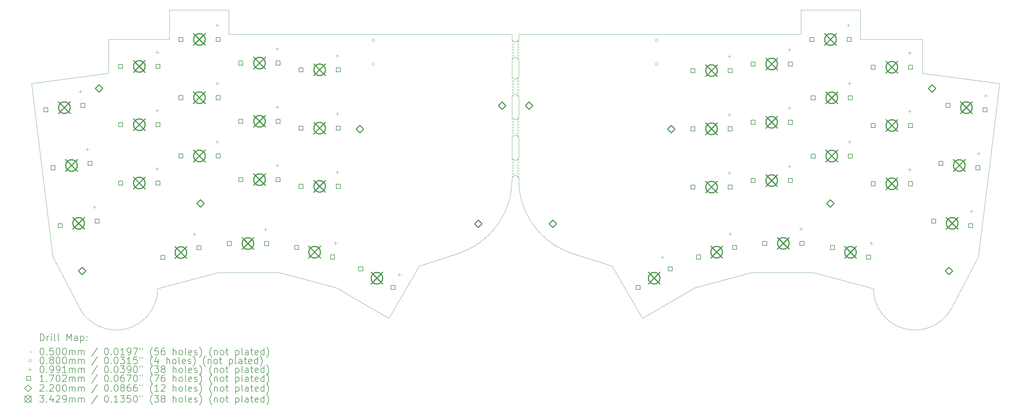
<source format=gbr>
%TF.GenerationSoftware,KiCad,Pcbnew,9.0.4*%
%TF.CreationDate,2025-09-15T12:21:15-04:00*%
%TF.ProjectId,zen,7a656e2e-6b69-4636-9164-5f7063625858,rev?*%
%TF.SameCoordinates,Original*%
%TF.FileFunction,Drillmap*%
%TF.FilePolarity,Positive*%
%FSLAX45Y45*%
G04 Gerber Fmt 4.5, Leading zero omitted, Abs format (unit mm)*
G04 Created by KiCad (PCBNEW 9.0.4) date 2025-09-15 12:21:15*
%MOMM*%
%LPD*%
G01*
G04 APERTURE LIST*
%ADD10C,0.050000*%
%ADD11C,0.100000*%
%ADD12C,0.200000*%
%ADD13C,0.170180*%
%ADD14C,0.220000*%
%ADD15C,0.342900*%
G04 APERTURE END LIST*
D10*
X18160441Y-18800000D02*
X16610441Y-17900000D01*
X11335441Y-17925000D02*
G75*
G02*
X9057806Y-18551568I-1225001J0D01*
G01*
X22000000Y-12275000D02*
X22000000Y-12825000D01*
X30700000Y-17450000D02*
X32475000Y-17925000D01*
X16610441Y-17900000D02*
X14935441Y-17450000D01*
X14935441Y-17450000D02*
X13110441Y-17450000D01*
X21800000Y-12275000D02*
X21800000Y-12825000D01*
X18160441Y-18800000D02*
X19060441Y-17250000D01*
X22000000Y-11175000D02*
X22000000Y-11625000D01*
X22000000Y-10400000D02*
X22000000Y-10525000D01*
X19060441Y-17250000D02*
X20204684Y-16881927D01*
X15210441Y-10400000D02*
X21800000Y-10400000D01*
X21800000Y-10525000D02*
X21800000Y-10400000D01*
X11685441Y-10550000D02*
X11685441Y-9675000D01*
X32087422Y-10550000D02*
X32087422Y-9675000D01*
X34752634Y-18551568D02*
X35575000Y-16975000D01*
X28875000Y-17450000D02*
X30700000Y-17450000D01*
X9057807Y-18551568D02*
X8235441Y-16975000D01*
X13435441Y-9675000D02*
X13435441Y-10400000D01*
X9885441Y-10550000D02*
X11685441Y-10550000D01*
X22000000Y-14025000D02*
X22000000Y-13475000D01*
X33925000Y-11550000D02*
X33925000Y-10550000D01*
X21800000Y-14726568D02*
X21800000Y-14675000D01*
X30337422Y-10400000D02*
X28600000Y-10400000D01*
X21800000Y-13475000D02*
X21800000Y-14025000D01*
X35575000Y-16975000D02*
X36200000Y-11850000D01*
X13110441Y-17450000D02*
X11335441Y-17925000D01*
X21800000Y-14726568D02*
G75*
G02*
X20204690Y-16881928I-2289560J26568D01*
G01*
X33925000Y-10550000D02*
X32087422Y-10550000D01*
X34752634Y-18551568D02*
G75*
G02*
X32475000Y-17925000I-1052634J626568D01*
G01*
X23602632Y-16891729D02*
G75*
G02*
X22000000Y-14700000I697368J2191729D01*
G01*
X11685441Y-9675000D02*
X13435441Y-9675000D01*
X8235441Y-16975000D02*
X7610441Y-11850000D01*
X25650000Y-18800000D02*
X27200000Y-17900000D01*
X24750000Y-17250000D02*
X23602632Y-16891729D01*
X22000000Y-14700000D02*
X22000000Y-14675000D01*
X13435441Y-10400000D02*
X15210441Y-10400000D01*
X21800000Y-11175000D02*
X21800000Y-11625000D01*
X36200000Y-11850000D02*
X33925000Y-11550000D01*
X7610441Y-11850000D02*
X9885441Y-11550000D01*
X27200000Y-17900000D02*
X28875000Y-17450000D01*
X28600000Y-10400000D02*
X22000000Y-10400000D01*
X25650000Y-18800000D02*
X24750000Y-17250000D01*
X32087422Y-9675000D02*
X30337422Y-9675000D01*
X9885441Y-11550000D02*
X9885441Y-10550000D01*
X30337422Y-9675000D02*
X30337422Y-10400000D01*
D11*
X22000000Y-10525000D02*
G75*
G02*
X21800000Y-10525000I-100000J0D01*
G01*
X21800000Y-11175000D02*
G75*
G02*
X22000000Y-11175000I100000J0D01*
G01*
X22000000Y-11625000D02*
G75*
G02*
X21800000Y-11625000I-100000J0D01*
G01*
X21800000Y-12275000D02*
G75*
G02*
X22000000Y-12275000I100000J0D01*
G01*
X22000000Y-14025000D02*
G75*
G02*
X21800000Y-14025000I-100000J0D01*
G01*
X21800000Y-14675000D02*
G75*
G02*
X22000000Y-14675000I100000J0D01*
G01*
X22000000Y-12825000D02*
G75*
G02*
X21800000Y-12825000I-100000J0D01*
G01*
X21800000Y-13475000D02*
G75*
G02*
X22000000Y-13475000I100000J0D01*
G01*
D12*
D11*
X21800000Y-11670000D02*
X21850000Y-11720000D01*
X21850000Y-11670000D02*
X21800000Y-11720000D01*
X21800000Y-11755000D02*
X21850000Y-11805000D01*
X21850000Y-11755000D02*
X21800000Y-11805000D01*
X21800000Y-11840000D02*
X21850000Y-11890000D01*
X21850000Y-11840000D02*
X21800000Y-11890000D01*
X21800000Y-11925000D02*
X21850000Y-11975000D01*
X21850000Y-11925000D02*
X21800000Y-11975000D01*
X21800000Y-12010000D02*
X21850000Y-12060000D01*
X21850000Y-12010000D02*
X21800000Y-12060000D01*
X21800000Y-12095000D02*
X21850000Y-12145000D01*
X21850000Y-12095000D02*
X21800000Y-12145000D01*
X21800000Y-12180000D02*
X21850000Y-12230000D01*
X21850000Y-12180000D02*
X21800000Y-12230000D01*
X21800000Y-12870000D02*
X21850000Y-12920000D01*
X21850000Y-12870000D02*
X21800000Y-12920000D01*
X21800000Y-12955000D02*
X21850000Y-13005000D01*
X21850000Y-12955000D02*
X21800000Y-13005000D01*
X21800000Y-13040000D02*
X21850000Y-13090000D01*
X21850000Y-13040000D02*
X21800000Y-13090000D01*
X21800000Y-13125000D02*
X21850000Y-13175000D01*
X21850000Y-13125000D02*
X21800000Y-13175000D01*
X21800000Y-13210000D02*
X21850000Y-13260000D01*
X21850000Y-13210000D02*
X21800000Y-13260000D01*
X21800000Y-13295000D02*
X21850000Y-13345000D01*
X21850000Y-13295000D02*
X21800000Y-13345000D01*
X21800000Y-13380000D02*
X21850000Y-13430000D01*
X21850000Y-13380000D02*
X21800000Y-13430000D01*
X21800000Y-14070000D02*
X21850000Y-14120000D01*
X21850000Y-14070000D02*
X21800000Y-14120000D01*
X21800000Y-14155000D02*
X21850000Y-14205000D01*
X21850000Y-14155000D02*
X21800000Y-14205000D01*
X21800000Y-14240000D02*
X21850000Y-14290000D01*
X21850000Y-14240000D02*
X21800000Y-14290000D01*
X21800000Y-14325000D02*
X21850000Y-14375000D01*
X21850000Y-14325000D02*
X21800000Y-14375000D01*
X21800000Y-14410000D02*
X21850000Y-14460000D01*
X21850000Y-14410000D02*
X21800000Y-14460000D01*
X21800000Y-14495000D02*
X21850000Y-14545000D01*
X21850000Y-14495000D02*
X21800000Y-14545000D01*
X21800000Y-14580000D02*
X21850000Y-14630000D01*
X21850000Y-14580000D02*
X21800000Y-14630000D01*
X21800000Y-10570000D02*
X21850000Y-10620000D01*
X21850000Y-10570000D02*
X21800000Y-10620000D01*
X21800000Y-10655000D02*
X21850000Y-10705000D01*
X21850000Y-10655000D02*
X21800000Y-10705000D01*
X21800000Y-10740000D02*
X21850000Y-10790000D01*
X21850000Y-10740000D02*
X21800000Y-10790000D01*
X21800000Y-10825000D02*
X21850000Y-10875000D01*
X21850000Y-10825000D02*
X21800000Y-10875000D01*
X21800000Y-10910000D02*
X21850000Y-10960000D01*
X21850000Y-10910000D02*
X21800000Y-10960000D01*
X21800000Y-10995000D02*
X21850000Y-11045000D01*
X21850000Y-10995000D02*
X21800000Y-11045000D01*
X21800000Y-11080000D02*
X21850000Y-11130000D01*
X21850000Y-11080000D02*
X21800000Y-11130000D01*
X21950000Y-11670000D02*
X22000000Y-11720000D01*
X22000000Y-11670000D02*
X21950000Y-11720000D01*
X21950000Y-11755000D02*
X22000000Y-11805000D01*
X22000000Y-11755000D02*
X21950000Y-11805000D01*
X21950000Y-11840000D02*
X22000000Y-11890000D01*
X22000000Y-11840000D02*
X21950000Y-11890000D01*
X21950000Y-11925000D02*
X22000000Y-11975000D01*
X22000000Y-11925000D02*
X21950000Y-11975000D01*
X21950000Y-12010000D02*
X22000000Y-12060000D01*
X22000000Y-12010000D02*
X21950000Y-12060000D01*
X21950000Y-12095000D02*
X22000000Y-12145000D01*
X22000000Y-12095000D02*
X21950000Y-12145000D01*
X21950000Y-12180000D02*
X22000000Y-12230000D01*
X22000000Y-12180000D02*
X21950000Y-12230000D01*
X21950000Y-12870000D02*
X22000000Y-12920000D01*
X22000000Y-12870000D02*
X21950000Y-12920000D01*
X21950000Y-12955000D02*
X22000000Y-13005000D01*
X22000000Y-12955000D02*
X21950000Y-13005000D01*
X21950000Y-13040000D02*
X22000000Y-13090000D01*
X22000000Y-13040000D02*
X21950000Y-13090000D01*
X21950000Y-13125000D02*
X22000000Y-13175000D01*
X22000000Y-13125000D02*
X21950000Y-13175000D01*
X21950000Y-13210000D02*
X22000000Y-13260000D01*
X22000000Y-13210000D02*
X21950000Y-13260000D01*
X21950000Y-13295000D02*
X22000000Y-13345000D01*
X22000000Y-13295000D02*
X21950000Y-13345000D01*
X21950000Y-13380000D02*
X22000000Y-13430000D01*
X22000000Y-13380000D02*
X21950000Y-13430000D01*
X21950000Y-14070000D02*
X22000000Y-14120000D01*
X22000000Y-14070000D02*
X21950000Y-14120000D01*
X21950000Y-14155000D02*
X22000000Y-14205000D01*
X22000000Y-14155000D02*
X21950000Y-14205000D01*
X21950000Y-14240000D02*
X22000000Y-14290000D01*
X22000000Y-14240000D02*
X21950000Y-14290000D01*
X21950000Y-14325000D02*
X22000000Y-14375000D01*
X22000000Y-14325000D02*
X21950000Y-14375000D01*
X21950000Y-14410000D02*
X22000000Y-14460000D01*
X22000000Y-14410000D02*
X21950000Y-14460000D01*
X21950000Y-14495000D02*
X22000000Y-14545000D01*
X22000000Y-14495000D02*
X21950000Y-14545000D01*
X21950000Y-14580000D02*
X22000000Y-14630000D01*
X22000000Y-14580000D02*
X21950000Y-14630000D01*
X21950000Y-10570000D02*
X22000000Y-10620000D01*
X22000000Y-10570000D02*
X21950000Y-10620000D01*
X21950000Y-10655000D02*
X22000000Y-10705000D01*
X22000000Y-10655000D02*
X21950000Y-10705000D01*
X21950000Y-10740000D02*
X22000000Y-10790000D01*
X22000000Y-10740000D02*
X21950000Y-10790000D01*
X21950000Y-10825000D02*
X22000000Y-10875000D01*
X22000000Y-10825000D02*
X21950000Y-10875000D01*
X21950000Y-10910000D02*
X22000000Y-10960000D01*
X22000000Y-10910000D02*
X21950000Y-10960000D01*
X21950000Y-10995000D02*
X22000000Y-11045000D01*
X22000000Y-10995000D02*
X21950000Y-11045000D01*
X21950000Y-11080000D02*
X22000000Y-11130000D01*
X22000000Y-11080000D02*
X21950000Y-11130000D01*
X17740000Y-10575318D02*
G75*
G02*
X17660000Y-10575318I-40000J0D01*
G01*
X17660000Y-10575318D02*
G75*
G02*
X17740000Y-10575318I40000J0D01*
G01*
X17740000Y-11275318D02*
G75*
G02*
X17660000Y-11275318I-40000J0D01*
G01*
X17660000Y-11275318D02*
G75*
G02*
X17740000Y-11275318I40000J0D01*
G01*
X26115078Y-10573750D02*
G75*
G02*
X26035078Y-10573750I-40000J0D01*
G01*
X26035078Y-10573750D02*
G75*
G02*
X26115078Y-10573750I40000J0D01*
G01*
X26115078Y-11273750D02*
G75*
G02*
X26035078Y-11273750I-40000J0D01*
G01*
X26035078Y-11273750D02*
G75*
G02*
X26115078Y-11273750I40000J0D01*
G01*
X9046475Y-12036516D02*
X9046475Y-12135576D01*
X8996945Y-12086046D02*
X9096005Y-12086046D01*
X9256699Y-13748658D02*
X9256699Y-13847718D01*
X9207169Y-13798188D02*
X9306229Y-13798188D01*
X9466924Y-15460800D02*
X9466924Y-15559860D01*
X9417394Y-15510330D02*
X9516454Y-15510330D01*
X11315000Y-10877038D02*
X11315000Y-10976098D01*
X11265470Y-10926568D02*
X11364530Y-10926568D01*
X11315000Y-12602038D02*
X11315000Y-12701098D01*
X11265470Y-12651568D02*
X11364530Y-12651568D01*
X11315000Y-14327038D02*
X11315000Y-14426098D01*
X11265470Y-14376568D02*
X11364530Y-14376568D01*
X12415509Y-16264678D02*
X12415509Y-16363738D01*
X12365979Y-16314208D02*
X12465039Y-16314208D01*
X13090000Y-10077038D02*
X13090000Y-10176098D01*
X13040470Y-10126568D02*
X13139530Y-10126568D01*
X13090000Y-11802038D02*
X13090000Y-11901098D01*
X13040470Y-11851568D02*
X13139530Y-11851568D01*
X13090000Y-13527038D02*
X13090000Y-13626098D01*
X13040470Y-13576568D02*
X13139530Y-13576568D01*
X14522000Y-16120470D02*
X14522000Y-16219530D01*
X14472470Y-16170000D02*
X14571530Y-16170000D01*
X14865000Y-10777038D02*
X14865000Y-10876098D01*
X14815470Y-10826568D02*
X14914530Y-10826568D01*
X14865000Y-12502038D02*
X14865000Y-12601098D01*
X14815470Y-12551568D02*
X14914530Y-12551568D01*
X14865000Y-14227038D02*
X14865000Y-14326098D01*
X14815470Y-14276568D02*
X14914530Y-14276568D01*
X16582917Y-16524885D02*
X16582917Y-16623945D01*
X16533387Y-16574415D02*
X16632447Y-16574415D01*
X16640000Y-10977038D02*
X16640000Y-11076098D01*
X16590470Y-11026568D02*
X16689530Y-11026568D01*
X16640000Y-12702038D02*
X16640000Y-12801098D01*
X16590470Y-12751568D02*
X16689530Y-12751568D01*
X16640000Y-14427038D02*
X16640000Y-14526098D01*
X16590470Y-14476568D02*
X16689530Y-14476568D01*
X18472065Y-17462739D02*
X18472065Y-17561799D01*
X18422535Y-17512269D02*
X18521595Y-17512269D01*
X26240065Y-16939739D02*
X26240065Y-17038799D01*
X26190535Y-16989269D02*
X26289595Y-16989269D01*
X28215000Y-10999470D02*
X28215000Y-11098530D01*
X28165470Y-11049000D02*
X28264530Y-11049000D01*
X28215000Y-12724470D02*
X28215000Y-12823530D01*
X28165470Y-12774000D02*
X28264530Y-12774000D01*
X28215000Y-14449470D02*
X28215000Y-14548530D01*
X28165470Y-14499000D02*
X28264530Y-14499000D01*
X28238509Y-16253678D02*
X28238509Y-16352738D01*
X28188979Y-16303208D02*
X28288039Y-16303208D01*
X29990000Y-10805470D02*
X29990000Y-10904530D01*
X29940470Y-10855000D02*
X30039530Y-10855000D01*
X29990000Y-12530470D02*
X29990000Y-12629530D01*
X29940470Y-12580000D02*
X30039530Y-12580000D01*
X29990000Y-14255470D02*
X29990000Y-14354530D01*
X29940470Y-14305000D02*
X30039530Y-14305000D01*
X30335000Y-16114470D02*
X30335000Y-16213530D01*
X30285470Y-16164000D02*
X30384530Y-16164000D01*
X31727422Y-10080470D02*
X31727422Y-10179530D01*
X31677892Y-10130000D02*
X31776952Y-10130000D01*
X31765000Y-11805470D02*
X31765000Y-11904530D01*
X31715470Y-11855000D02*
X31814530Y-11855000D01*
X31765000Y-13530470D02*
X31765000Y-13629530D01*
X31715470Y-13580000D02*
X31814530Y-13580000D01*
X32409231Y-16529885D02*
X32409231Y-16628945D01*
X32359701Y-16579415D02*
X32458761Y-16579415D01*
X33540000Y-10900470D02*
X33540000Y-10999530D01*
X33490470Y-10950000D02*
X33589530Y-10950000D01*
X33540000Y-12625470D02*
X33540000Y-12724530D01*
X33490470Y-12675000D02*
X33589530Y-12675000D01*
X33540000Y-14350470D02*
X33540000Y-14449530D01*
X33490470Y-14400000D02*
X33589530Y-14400000D01*
X35369182Y-15587960D02*
X35369182Y-15687020D01*
X35319652Y-15637490D02*
X35418712Y-15637490D01*
X35579406Y-13875818D02*
X35579406Y-13974878D01*
X35529876Y-13925348D02*
X35628936Y-13925348D01*
X35789631Y-12163676D02*
X35789631Y-12262736D01*
X35740101Y-12213206D02*
X35839161Y-12213206D01*
D13*
X8093819Y-12693728D02*
X8093819Y-12573391D01*
X7973482Y-12573391D01*
X7973482Y-12693728D01*
X8093819Y-12693728D01*
X8304043Y-14405870D02*
X8304043Y-14285533D01*
X8183707Y-14285533D01*
X8183707Y-14405870D01*
X8304043Y-14405870D01*
X8514268Y-16118012D02*
X8514268Y-15997675D01*
X8393931Y-15997675D01*
X8393931Y-16118012D01*
X8514268Y-16118012D01*
X9185620Y-12559672D02*
X9185620Y-12439335D01*
X9065283Y-12439335D01*
X9065283Y-12559672D01*
X9185620Y-12559672D01*
X9395844Y-14271814D02*
X9395844Y-14151477D01*
X9275508Y-14151477D01*
X9275508Y-14271814D01*
X9395844Y-14271814D01*
X9606069Y-15983956D02*
X9606069Y-15863619D01*
X9485732Y-15863619D01*
X9485732Y-15983956D01*
X9606069Y-15983956D01*
X10303168Y-11406736D02*
X10303168Y-11286399D01*
X10182832Y-11286399D01*
X10182832Y-11406736D01*
X10303168Y-11406736D01*
X10303168Y-13131736D02*
X10303168Y-13011399D01*
X10182832Y-13011399D01*
X10182832Y-13131736D01*
X10303168Y-13131736D01*
X10303168Y-14856736D02*
X10303168Y-14736399D01*
X10182832Y-14736399D01*
X10182832Y-14856736D01*
X10303168Y-14856736D01*
X11403168Y-11406736D02*
X11403168Y-11286399D01*
X11282832Y-11286399D01*
X11282832Y-11406736D01*
X11403168Y-11406736D01*
X11403168Y-13131736D02*
X11403168Y-13011399D01*
X11282832Y-13011399D01*
X11282832Y-13131736D01*
X11403168Y-13131736D01*
X11403168Y-14856736D02*
X11403168Y-14736399D01*
X11282832Y-14736399D01*
X11282832Y-14856736D01*
X11403168Y-14856736D01*
X11548909Y-17057519D02*
X11548909Y-16937182D01*
X11428572Y-16937182D01*
X11428572Y-17057519D01*
X11548909Y-17057519D01*
X12078168Y-10606736D02*
X12078168Y-10486399D01*
X11957832Y-10486399D01*
X11957832Y-10606736D01*
X12078168Y-10606736D01*
X12078168Y-12331736D02*
X12078168Y-12211399D01*
X11957832Y-12211399D01*
X11957832Y-12331736D01*
X12078168Y-12331736D01*
X12078168Y-14056736D02*
X12078168Y-13936399D01*
X11957832Y-13936399D01*
X11957832Y-14056736D01*
X12078168Y-14056736D01*
X12611427Y-16772818D02*
X12611427Y-16652481D01*
X12491091Y-16652481D01*
X12491091Y-16772818D01*
X12611427Y-16772818D01*
X13178168Y-10606736D02*
X13178168Y-10486399D01*
X13057832Y-10486399D01*
X13057832Y-10606736D01*
X13178168Y-10606736D01*
X13178168Y-12331736D02*
X13178168Y-12211399D01*
X13057832Y-12211399D01*
X13057832Y-12331736D01*
X13178168Y-12331736D01*
X13178168Y-14056736D02*
X13178168Y-13936399D01*
X13057832Y-13936399D01*
X13057832Y-14056736D01*
X13178168Y-14056736D01*
X13510168Y-16650168D02*
X13510168Y-16529832D01*
X13389832Y-16529832D01*
X13389832Y-16650168D01*
X13510168Y-16650168D01*
X13853168Y-11306736D02*
X13853168Y-11186399D01*
X13732832Y-11186399D01*
X13732832Y-11306736D01*
X13853168Y-11306736D01*
X13853168Y-13031736D02*
X13853168Y-12911399D01*
X13732832Y-12911399D01*
X13732832Y-13031736D01*
X13853168Y-13031736D01*
X13853168Y-14756736D02*
X13853168Y-14636399D01*
X13732832Y-14636399D01*
X13732832Y-14756736D01*
X13853168Y-14756736D01*
X14610168Y-16650168D02*
X14610168Y-16529832D01*
X14489832Y-16529832D01*
X14489832Y-16650168D01*
X14610168Y-16650168D01*
X14953168Y-11306736D02*
X14953168Y-11186399D01*
X14832832Y-11186399D01*
X14832832Y-11306736D01*
X14953168Y-11306736D01*
X14953168Y-13031736D02*
X14953168Y-12911399D01*
X14832832Y-12911399D01*
X14832832Y-13031736D01*
X14953168Y-13031736D01*
X14953168Y-14756736D02*
X14953168Y-14636399D01*
X14832832Y-14636399D01*
X14832832Y-14756736D01*
X14953168Y-14756736D01*
X15498909Y-16762818D02*
X15498909Y-16642481D01*
X15378572Y-16642481D01*
X15378572Y-16762818D01*
X15498909Y-16762818D01*
X15628168Y-11506736D02*
X15628168Y-11386399D01*
X15507832Y-11386399D01*
X15507832Y-11506736D01*
X15628168Y-11506736D01*
X15628168Y-13231736D02*
X15628168Y-13111399D01*
X15507832Y-13111399D01*
X15507832Y-13231736D01*
X15628168Y-13231736D01*
X15628168Y-14956736D02*
X15628168Y-14836399D01*
X15507832Y-14836399D01*
X15507832Y-14956736D01*
X15628168Y-14956736D01*
X16561427Y-17047519D02*
X16561427Y-16927182D01*
X16441091Y-16927182D01*
X16441091Y-17047519D01*
X16561427Y-17047519D01*
X16728168Y-11506736D02*
X16728168Y-11386399D01*
X16607832Y-11386399D01*
X16607832Y-11506736D01*
X16728168Y-11506736D01*
X16728168Y-13231736D02*
X16728168Y-13111399D01*
X16607832Y-13111399D01*
X16607832Y-13231736D01*
X16728168Y-13231736D01*
X16728168Y-14956736D02*
X16728168Y-14836399D01*
X16607832Y-14836399D01*
X16607832Y-14956736D01*
X16728168Y-14956736D01*
X17393854Y-17400168D02*
X17393854Y-17279832D01*
X17273518Y-17279832D01*
X17273518Y-17400168D01*
X17393854Y-17400168D01*
X18346482Y-17950168D02*
X18346482Y-17829832D01*
X18226146Y-17829832D01*
X18226146Y-17950168D01*
X18346482Y-17950168D01*
X25581854Y-17949168D02*
X25581854Y-17828832D01*
X25461518Y-17828832D01*
X25461518Y-17949168D01*
X25581854Y-17949168D01*
X26534482Y-17399168D02*
X26534482Y-17278832D01*
X26414146Y-17278832D01*
X26414146Y-17399168D01*
X26534482Y-17399168D01*
X27203168Y-11529168D02*
X27203168Y-11408832D01*
X27082832Y-11408832D01*
X27082832Y-11529168D01*
X27203168Y-11529168D01*
X27203168Y-13254168D02*
X27203168Y-13133832D01*
X27082832Y-13133832D01*
X27082832Y-13254168D01*
X27203168Y-13254168D01*
X27203168Y-14979168D02*
X27203168Y-14858832D01*
X27082832Y-14858832D01*
X27082832Y-14979168D01*
X27203168Y-14979168D01*
X27371909Y-17046519D02*
X27371909Y-16926182D01*
X27251572Y-16926182D01*
X27251572Y-17046519D01*
X27371909Y-17046519D01*
X28303168Y-11529168D02*
X28303168Y-11408832D01*
X28182832Y-11408832D01*
X28182832Y-11529168D01*
X28303168Y-11529168D01*
X28303168Y-13254168D02*
X28303168Y-13133832D01*
X28182832Y-13133832D01*
X28182832Y-13254168D01*
X28303168Y-13254168D01*
X28303168Y-14979168D02*
X28303168Y-14858832D01*
X28182832Y-14858832D01*
X28182832Y-14979168D01*
X28303168Y-14979168D01*
X28434427Y-16761818D02*
X28434427Y-16641481D01*
X28314091Y-16641481D01*
X28314091Y-16761818D01*
X28434427Y-16761818D01*
X28978168Y-11335168D02*
X28978168Y-11214832D01*
X28857832Y-11214832D01*
X28857832Y-11335168D01*
X28978168Y-11335168D01*
X28978168Y-13060168D02*
X28978168Y-12939832D01*
X28857832Y-12939832D01*
X28857832Y-13060168D01*
X28978168Y-13060168D01*
X28978168Y-14785168D02*
X28978168Y-14664832D01*
X28857832Y-14664832D01*
X28857832Y-14785168D01*
X28978168Y-14785168D01*
X29323168Y-16644168D02*
X29323168Y-16523832D01*
X29202832Y-16523832D01*
X29202832Y-16644168D01*
X29323168Y-16644168D01*
X30078168Y-11335168D02*
X30078168Y-11214832D01*
X29957832Y-11214832D01*
X29957832Y-11335168D01*
X30078168Y-11335168D01*
X30078168Y-13060168D02*
X30078168Y-12939832D01*
X29957832Y-12939832D01*
X29957832Y-13060168D01*
X30078168Y-13060168D01*
X30078168Y-14785168D02*
X30078168Y-14664832D01*
X29957832Y-14664832D01*
X29957832Y-14785168D01*
X30078168Y-14785168D01*
X30423168Y-16644168D02*
X30423168Y-16523832D01*
X30302832Y-16523832D01*
X30302832Y-16644168D01*
X30423168Y-16644168D01*
X30715590Y-10610168D02*
X30715590Y-10489832D01*
X30595254Y-10489832D01*
X30595254Y-10610168D01*
X30715590Y-10610168D01*
X30753168Y-12335168D02*
X30753168Y-12214832D01*
X30632832Y-12214832D01*
X30632832Y-12335168D01*
X30753168Y-12335168D01*
X30753168Y-14060168D02*
X30753168Y-13939832D01*
X30632832Y-13939832D01*
X30632832Y-14060168D01*
X30753168Y-14060168D01*
X31325223Y-16767818D02*
X31325223Y-16647481D01*
X31204887Y-16647481D01*
X31204887Y-16767818D01*
X31325223Y-16767818D01*
X31815590Y-10610168D02*
X31815590Y-10489832D01*
X31695254Y-10489832D01*
X31695254Y-10610168D01*
X31815590Y-10610168D01*
X31853168Y-12335168D02*
X31853168Y-12214832D01*
X31732832Y-12214832D01*
X31732832Y-12335168D01*
X31853168Y-12335168D01*
X31853168Y-14060168D02*
X31853168Y-13939832D01*
X31732832Y-13939832D01*
X31732832Y-14060168D01*
X31853168Y-14060168D01*
X32387742Y-17052519D02*
X32387742Y-16932182D01*
X32267405Y-16932182D01*
X32267405Y-17052519D01*
X32387742Y-17052519D01*
X32528168Y-11430168D02*
X32528168Y-11309832D01*
X32407832Y-11309832D01*
X32407832Y-11430168D01*
X32528168Y-11430168D01*
X32528168Y-13155168D02*
X32528168Y-13034832D01*
X32407832Y-13034832D01*
X32407832Y-13155168D01*
X32528168Y-13155168D01*
X32528168Y-14880168D02*
X32528168Y-14759832D01*
X32407832Y-14759832D01*
X32407832Y-14880168D01*
X32528168Y-14880168D01*
X33628168Y-11430168D02*
X33628168Y-11309832D01*
X33507832Y-11309832D01*
X33507832Y-11430168D01*
X33628168Y-11430168D01*
X33628168Y-13155168D02*
X33628168Y-13034832D01*
X33507832Y-13034832D01*
X33507832Y-13155168D01*
X33628168Y-13155168D01*
X33628168Y-14880168D02*
X33628168Y-14759832D01*
X33507832Y-14759832D01*
X33507832Y-14880168D01*
X33628168Y-14880168D01*
X34314155Y-15983884D02*
X34314155Y-15863547D01*
X34193819Y-15863547D01*
X34193819Y-15983884D01*
X34314155Y-15983884D01*
X34524380Y-14271742D02*
X34524380Y-14151405D01*
X34404043Y-14151405D01*
X34404043Y-14271742D01*
X34524380Y-14271742D01*
X34734605Y-12559600D02*
X34734605Y-12439263D01*
X34614268Y-12439263D01*
X34614268Y-12559600D01*
X34734605Y-12559600D01*
X35405956Y-16117940D02*
X35405956Y-15997603D01*
X35285620Y-15997603D01*
X35285620Y-16117940D01*
X35405956Y-16117940D01*
X35616181Y-14405798D02*
X35616181Y-14285461D01*
X35495844Y-14285461D01*
X35495844Y-14405798D01*
X35616181Y-14405798D01*
X35826405Y-12693656D02*
X35826405Y-12573319D01*
X35706069Y-12573319D01*
X35706069Y-12693656D01*
X35826405Y-12693656D01*
D14*
X9100000Y-17510000D02*
X9210000Y-17400000D01*
X9100000Y-17290000D01*
X8990000Y-17400000D01*
X9100000Y-17510000D01*
X9600000Y-12110000D02*
X9710000Y-12000000D01*
X9600000Y-11890000D01*
X9490000Y-12000000D01*
X9600000Y-12110000D01*
X12600000Y-15510000D02*
X12710000Y-15400000D01*
X12600000Y-15290000D01*
X12490000Y-15400000D01*
X12600000Y-15510000D01*
X17300000Y-13310000D02*
X17410000Y-13200000D01*
X17300000Y-13090000D01*
X17190000Y-13200000D01*
X17300000Y-13310000D01*
X20800000Y-16110000D02*
X20910000Y-16000000D01*
X20800000Y-15890000D01*
X20690000Y-16000000D01*
X20800000Y-16110000D01*
X21500000Y-12610000D02*
X21610000Y-12500000D01*
X21500000Y-12390000D01*
X21390000Y-12500000D01*
X21500000Y-12610000D01*
X22300000Y-12610000D02*
X22410000Y-12500000D01*
X22300000Y-12390000D01*
X22190000Y-12500000D01*
X22300000Y-12610000D01*
X23000000Y-16110000D02*
X23110000Y-16000000D01*
X23000000Y-15890000D01*
X22890000Y-16000000D01*
X23000000Y-16110000D01*
X26500000Y-13310000D02*
X26610000Y-13200000D01*
X26500000Y-13090000D01*
X26390000Y-13200000D01*
X26500000Y-13310000D01*
X31200000Y-15510000D02*
X31310000Y-15400000D01*
X31200000Y-15290000D01*
X31090000Y-15400000D01*
X31200000Y-15510000D01*
X34200000Y-12110000D02*
X34310000Y-12000000D01*
X34200000Y-11890000D01*
X34090000Y-12000000D01*
X34200000Y-12110000D01*
X34700000Y-17510000D02*
X34810000Y-17400000D01*
X34700000Y-17290000D01*
X34590000Y-17400000D01*
X34700000Y-17510000D01*
D15*
X8408101Y-12395081D02*
X8751001Y-12737981D01*
X8751001Y-12395081D02*
X8408101Y-12737981D01*
X8751001Y-12566531D02*
G75*
G02*
X8408101Y-12566531I-171450J0D01*
G01*
X8408101Y-12566531D02*
G75*
G02*
X8751001Y-12566531I171450J0D01*
G01*
X8618325Y-14107223D02*
X8961225Y-14450123D01*
X8961225Y-14107223D02*
X8618325Y-14450123D01*
X8961225Y-14278673D02*
G75*
G02*
X8618325Y-14278673I-171450J0D01*
G01*
X8618325Y-14278673D02*
G75*
G02*
X8961225Y-14278673I171450J0D01*
G01*
X8828550Y-15819366D02*
X9171450Y-16162266D01*
X9171450Y-15819366D02*
X8828550Y-16162266D01*
X9171450Y-15990816D02*
G75*
G02*
X8828550Y-15990816I-171450J0D01*
G01*
X8828550Y-15990816D02*
G75*
G02*
X9171450Y-15990816I171450J0D01*
G01*
X10621550Y-11175118D02*
X10964450Y-11518018D01*
X10964450Y-11175118D02*
X10621550Y-11518018D01*
X10964450Y-11346568D02*
G75*
G02*
X10621550Y-11346568I-171450J0D01*
G01*
X10621550Y-11346568D02*
G75*
G02*
X10964450Y-11346568I171450J0D01*
G01*
X10621550Y-12900118D02*
X10964450Y-13243018D01*
X10964450Y-12900118D02*
X10621550Y-13243018D01*
X10964450Y-13071568D02*
G75*
G02*
X10621550Y-13071568I-171450J0D01*
G01*
X10621550Y-13071568D02*
G75*
G02*
X10964450Y-13071568I171450J0D01*
G01*
X10621550Y-14625118D02*
X10964450Y-14968018D01*
X10964450Y-14625118D02*
X10621550Y-14968018D01*
X10964450Y-14796568D02*
G75*
G02*
X10621550Y-14796568I-171450J0D01*
G01*
X10621550Y-14796568D02*
G75*
G02*
X10964450Y-14796568I171450J0D01*
G01*
X11848550Y-16683550D02*
X12191450Y-17026450D01*
X12191450Y-16683550D02*
X11848550Y-17026450D01*
X12191450Y-16855000D02*
G75*
G02*
X11848550Y-16855000I-171450J0D01*
G01*
X11848550Y-16855000D02*
G75*
G02*
X12191450Y-16855000I171450J0D01*
G01*
X12396550Y-10375118D02*
X12739450Y-10718018D01*
X12739450Y-10375118D02*
X12396550Y-10718018D01*
X12739450Y-10546568D02*
G75*
G02*
X12396550Y-10546568I-171450J0D01*
G01*
X12396550Y-10546568D02*
G75*
G02*
X12739450Y-10546568I171450J0D01*
G01*
X12396550Y-12100118D02*
X12739450Y-12443018D01*
X12739450Y-12100118D02*
X12396550Y-12443018D01*
X12739450Y-12271568D02*
G75*
G02*
X12396550Y-12271568I-171450J0D01*
G01*
X12396550Y-12271568D02*
G75*
G02*
X12739450Y-12271568I171450J0D01*
G01*
X12396550Y-13825118D02*
X12739450Y-14168018D01*
X12739450Y-13825118D02*
X12396550Y-14168018D01*
X12739450Y-13996568D02*
G75*
G02*
X12396550Y-13996568I-171450J0D01*
G01*
X12396550Y-13996568D02*
G75*
G02*
X12739450Y-13996568I171450J0D01*
G01*
X13828550Y-16418550D02*
X14171450Y-16761450D01*
X14171450Y-16418550D02*
X13828550Y-16761450D01*
X14171450Y-16590000D02*
G75*
G02*
X13828550Y-16590000I-171450J0D01*
G01*
X13828550Y-16590000D02*
G75*
G02*
X14171450Y-16590000I171450J0D01*
G01*
X14171550Y-11075118D02*
X14514450Y-11418018D01*
X14514450Y-11075118D02*
X14171550Y-11418018D01*
X14514450Y-11246568D02*
G75*
G02*
X14171550Y-11246568I-171450J0D01*
G01*
X14171550Y-11246568D02*
G75*
G02*
X14514450Y-11246568I171450J0D01*
G01*
X14171550Y-12800118D02*
X14514450Y-13143018D01*
X14514450Y-12800118D02*
X14171550Y-13143018D01*
X14514450Y-12971568D02*
G75*
G02*
X14171550Y-12971568I-171450J0D01*
G01*
X14171550Y-12971568D02*
G75*
G02*
X14514450Y-12971568I171450J0D01*
G01*
X14171550Y-14525118D02*
X14514450Y-14868018D01*
X14514450Y-14525118D02*
X14171550Y-14868018D01*
X14514450Y-14696568D02*
G75*
G02*
X14171550Y-14696568I-171450J0D01*
G01*
X14171550Y-14696568D02*
G75*
G02*
X14514450Y-14696568I171450J0D01*
G01*
X15798550Y-16673550D02*
X16141450Y-17016450D01*
X16141450Y-16673550D02*
X15798550Y-17016450D01*
X16141450Y-16845000D02*
G75*
G02*
X15798550Y-16845000I-171450J0D01*
G01*
X15798550Y-16845000D02*
G75*
G02*
X16141450Y-16845000I171450J0D01*
G01*
X15946550Y-11275118D02*
X16289450Y-11618018D01*
X16289450Y-11275118D02*
X15946550Y-11618018D01*
X16289450Y-11446568D02*
G75*
G02*
X15946550Y-11446568I-171450J0D01*
G01*
X15946550Y-11446568D02*
G75*
G02*
X16289450Y-11446568I171450J0D01*
G01*
X15946550Y-13000118D02*
X16289450Y-13343018D01*
X16289450Y-13000118D02*
X15946550Y-13343018D01*
X16289450Y-13171568D02*
G75*
G02*
X15946550Y-13171568I-171450J0D01*
G01*
X15946550Y-13171568D02*
G75*
G02*
X16289450Y-13171568I171450J0D01*
G01*
X15946550Y-14725118D02*
X16289450Y-15068018D01*
X16289450Y-14725118D02*
X15946550Y-15068018D01*
X16289450Y-14896568D02*
G75*
G02*
X15946550Y-14896568I-171450J0D01*
G01*
X15946550Y-14896568D02*
G75*
G02*
X16289450Y-14896568I171450J0D01*
G01*
X17638550Y-17443550D02*
X17981450Y-17786450D01*
X17981450Y-17443550D02*
X17638550Y-17786450D01*
X17981450Y-17615000D02*
G75*
G02*
X17638550Y-17615000I-171450J0D01*
G01*
X17638550Y-17615000D02*
G75*
G02*
X17981450Y-17615000I171450J0D01*
G01*
X25826550Y-17442550D02*
X26169450Y-17785450D01*
X26169450Y-17442550D02*
X25826550Y-17785450D01*
X26169450Y-17614000D02*
G75*
G02*
X25826550Y-17614000I-171450J0D01*
G01*
X25826550Y-17614000D02*
G75*
G02*
X26169450Y-17614000I171450J0D01*
G01*
X27521550Y-11297550D02*
X27864450Y-11640450D01*
X27864450Y-11297550D02*
X27521550Y-11640450D01*
X27864450Y-11469000D02*
G75*
G02*
X27521550Y-11469000I-171450J0D01*
G01*
X27521550Y-11469000D02*
G75*
G02*
X27864450Y-11469000I171450J0D01*
G01*
X27521550Y-13022550D02*
X27864450Y-13365450D01*
X27864450Y-13022550D02*
X27521550Y-13365450D01*
X27864450Y-13194000D02*
G75*
G02*
X27521550Y-13194000I-171450J0D01*
G01*
X27521550Y-13194000D02*
G75*
G02*
X27864450Y-13194000I171450J0D01*
G01*
X27521550Y-14747550D02*
X27864450Y-15090450D01*
X27864450Y-14747550D02*
X27521550Y-15090450D01*
X27864450Y-14919000D02*
G75*
G02*
X27521550Y-14919000I-171450J0D01*
G01*
X27521550Y-14919000D02*
G75*
G02*
X27864450Y-14919000I171450J0D01*
G01*
X27671550Y-16672550D02*
X28014450Y-17015450D01*
X28014450Y-16672550D02*
X27671550Y-17015450D01*
X28014450Y-16844000D02*
G75*
G02*
X27671550Y-16844000I-171450J0D01*
G01*
X27671550Y-16844000D02*
G75*
G02*
X28014450Y-16844000I171450J0D01*
G01*
X29296550Y-11103550D02*
X29639450Y-11446450D01*
X29639450Y-11103550D02*
X29296550Y-11446450D01*
X29639450Y-11275000D02*
G75*
G02*
X29296550Y-11275000I-171450J0D01*
G01*
X29296550Y-11275000D02*
G75*
G02*
X29639450Y-11275000I171450J0D01*
G01*
X29296550Y-12828550D02*
X29639450Y-13171450D01*
X29639450Y-12828550D02*
X29296550Y-13171450D01*
X29639450Y-13000000D02*
G75*
G02*
X29296550Y-13000000I-171450J0D01*
G01*
X29296550Y-13000000D02*
G75*
G02*
X29639450Y-13000000I171450J0D01*
G01*
X29296550Y-14553550D02*
X29639450Y-14896450D01*
X29639450Y-14553550D02*
X29296550Y-14896450D01*
X29639450Y-14725000D02*
G75*
G02*
X29296550Y-14725000I-171450J0D01*
G01*
X29296550Y-14725000D02*
G75*
G02*
X29639450Y-14725000I171450J0D01*
G01*
X29641550Y-16412550D02*
X29984450Y-16755450D01*
X29984450Y-16412550D02*
X29641550Y-16755450D01*
X29984450Y-16584000D02*
G75*
G02*
X29641550Y-16584000I-171450J0D01*
G01*
X29641550Y-16584000D02*
G75*
G02*
X29984450Y-16584000I171450J0D01*
G01*
X31033972Y-10378550D02*
X31376872Y-10721450D01*
X31376872Y-10378550D02*
X31033972Y-10721450D01*
X31376872Y-10550000D02*
G75*
G02*
X31033972Y-10550000I-171450J0D01*
G01*
X31033972Y-10550000D02*
G75*
G02*
X31376872Y-10550000I171450J0D01*
G01*
X31071550Y-12103550D02*
X31414450Y-12446450D01*
X31414450Y-12103550D02*
X31071550Y-12446450D01*
X31414450Y-12275000D02*
G75*
G02*
X31071550Y-12275000I-171450J0D01*
G01*
X31071550Y-12275000D02*
G75*
G02*
X31414450Y-12275000I171450J0D01*
G01*
X31071550Y-13828550D02*
X31414450Y-14171450D01*
X31414450Y-13828550D02*
X31071550Y-14171450D01*
X31414450Y-14000000D02*
G75*
G02*
X31071550Y-14000000I-171450J0D01*
G01*
X31071550Y-14000000D02*
G75*
G02*
X31414450Y-14000000I171450J0D01*
G01*
X31624864Y-16678550D02*
X31967764Y-17021450D01*
X31967764Y-16678550D02*
X31624864Y-17021450D01*
X31967764Y-16850000D02*
G75*
G02*
X31624864Y-16850000I-171450J0D01*
G01*
X31624864Y-16850000D02*
G75*
G02*
X31967764Y-16850000I171450J0D01*
G01*
X32846550Y-11198550D02*
X33189450Y-11541450D01*
X33189450Y-11198550D02*
X32846550Y-11541450D01*
X33189450Y-11370000D02*
G75*
G02*
X32846550Y-11370000I-171450J0D01*
G01*
X32846550Y-11370000D02*
G75*
G02*
X33189450Y-11370000I171450J0D01*
G01*
X32846550Y-12923550D02*
X33189450Y-13266450D01*
X33189450Y-12923550D02*
X32846550Y-13266450D01*
X33189450Y-13095000D02*
G75*
G02*
X32846550Y-13095000I-171450J0D01*
G01*
X32846550Y-13095000D02*
G75*
G02*
X33189450Y-13095000I171450J0D01*
G01*
X32846550Y-14648550D02*
X33189450Y-14991450D01*
X33189450Y-14648550D02*
X32846550Y-14991450D01*
X33189450Y-14820000D02*
G75*
G02*
X32846550Y-14820000I-171450J0D01*
G01*
X32846550Y-14820000D02*
G75*
G02*
X33189450Y-14820000I171450J0D01*
G01*
X34628438Y-15819294D02*
X34971338Y-16162194D01*
X34971338Y-15819294D02*
X34628438Y-16162194D01*
X34971338Y-15990744D02*
G75*
G02*
X34628438Y-15990744I-171450J0D01*
G01*
X34628438Y-15990744D02*
G75*
G02*
X34971338Y-15990744I171450J0D01*
G01*
X34838662Y-14107152D02*
X35181562Y-14450052D01*
X35181562Y-14107152D02*
X34838662Y-14450052D01*
X35181562Y-14278602D02*
G75*
G02*
X34838662Y-14278602I-171450J0D01*
G01*
X34838662Y-14278602D02*
G75*
G02*
X35181562Y-14278602I171450J0D01*
G01*
X35048887Y-12395009D02*
X35391787Y-12737909D01*
X35391787Y-12395009D02*
X35048887Y-12737909D01*
X35391787Y-12566459D02*
G75*
G02*
X35048887Y-12566459I-171450J0D01*
G01*
X35048887Y-12566459D02*
G75*
G02*
X35391787Y-12566459I171450J0D01*
G01*
D12*
X7868717Y-19463984D02*
X7868717Y-19263984D01*
X7868717Y-19263984D02*
X7916336Y-19263984D01*
X7916336Y-19263984D02*
X7944908Y-19273508D01*
X7944908Y-19273508D02*
X7963955Y-19292556D01*
X7963955Y-19292556D02*
X7973479Y-19311603D01*
X7973479Y-19311603D02*
X7983003Y-19349699D01*
X7983003Y-19349699D02*
X7983003Y-19378270D01*
X7983003Y-19378270D02*
X7973479Y-19416365D01*
X7973479Y-19416365D02*
X7963955Y-19435413D01*
X7963955Y-19435413D02*
X7944908Y-19454461D01*
X7944908Y-19454461D02*
X7916336Y-19463984D01*
X7916336Y-19463984D02*
X7868717Y-19463984D01*
X8068717Y-19463984D02*
X8068717Y-19330651D01*
X8068717Y-19368746D02*
X8078241Y-19349699D01*
X8078241Y-19349699D02*
X8087765Y-19340175D01*
X8087765Y-19340175D02*
X8106813Y-19330651D01*
X8106813Y-19330651D02*
X8125860Y-19330651D01*
X8192527Y-19463984D02*
X8192527Y-19330651D01*
X8192527Y-19263984D02*
X8183003Y-19273508D01*
X8183003Y-19273508D02*
X8192527Y-19283032D01*
X8192527Y-19283032D02*
X8202051Y-19273508D01*
X8202051Y-19273508D02*
X8192527Y-19263984D01*
X8192527Y-19263984D02*
X8192527Y-19283032D01*
X8316336Y-19463984D02*
X8297289Y-19454461D01*
X8297289Y-19454461D02*
X8287765Y-19435413D01*
X8287765Y-19435413D02*
X8287765Y-19263984D01*
X8421098Y-19463984D02*
X8402051Y-19454461D01*
X8402051Y-19454461D02*
X8392527Y-19435413D01*
X8392527Y-19435413D02*
X8392527Y-19263984D01*
X8649670Y-19463984D02*
X8649670Y-19263984D01*
X8649670Y-19263984D02*
X8716337Y-19406842D01*
X8716337Y-19406842D02*
X8783003Y-19263984D01*
X8783003Y-19263984D02*
X8783003Y-19463984D01*
X8963956Y-19463984D02*
X8963956Y-19359223D01*
X8963956Y-19359223D02*
X8954432Y-19340175D01*
X8954432Y-19340175D02*
X8935384Y-19330651D01*
X8935384Y-19330651D02*
X8897289Y-19330651D01*
X8897289Y-19330651D02*
X8878241Y-19340175D01*
X8963956Y-19454461D02*
X8944908Y-19463984D01*
X8944908Y-19463984D02*
X8897289Y-19463984D01*
X8897289Y-19463984D02*
X8878241Y-19454461D01*
X8878241Y-19454461D02*
X8868717Y-19435413D01*
X8868717Y-19435413D02*
X8868717Y-19416365D01*
X8868717Y-19416365D02*
X8878241Y-19397318D01*
X8878241Y-19397318D02*
X8897289Y-19387794D01*
X8897289Y-19387794D02*
X8944908Y-19387794D01*
X8944908Y-19387794D02*
X8963956Y-19378270D01*
X9059194Y-19330651D02*
X9059194Y-19530651D01*
X9059194Y-19340175D02*
X9078241Y-19330651D01*
X9078241Y-19330651D02*
X9116337Y-19330651D01*
X9116337Y-19330651D02*
X9135384Y-19340175D01*
X9135384Y-19340175D02*
X9144908Y-19349699D01*
X9144908Y-19349699D02*
X9154432Y-19368746D01*
X9154432Y-19368746D02*
X9154432Y-19425889D01*
X9154432Y-19425889D02*
X9144908Y-19444937D01*
X9144908Y-19444937D02*
X9135384Y-19454461D01*
X9135384Y-19454461D02*
X9116337Y-19463984D01*
X9116337Y-19463984D02*
X9078241Y-19463984D01*
X9078241Y-19463984D02*
X9059194Y-19454461D01*
X9240146Y-19444937D02*
X9249670Y-19454461D01*
X9249670Y-19454461D02*
X9240146Y-19463984D01*
X9240146Y-19463984D02*
X9230622Y-19454461D01*
X9230622Y-19454461D02*
X9240146Y-19444937D01*
X9240146Y-19444937D02*
X9240146Y-19463984D01*
X9240146Y-19340175D02*
X9249670Y-19349699D01*
X9249670Y-19349699D02*
X9240146Y-19359223D01*
X9240146Y-19359223D02*
X9230622Y-19349699D01*
X9230622Y-19349699D02*
X9240146Y-19340175D01*
X9240146Y-19340175D02*
X9240146Y-19359223D01*
D11*
X7557941Y-19767501D02*
X7607941Y-19817501D01*
X7607941Y-19767501D02*
X7557941Y-19817501D01*
D12*
X7906813Y-19683984D02*
X7925860Y-19683984D01*
X7925860Y-19683984D02*
X7944908Y-19693508D01*
X7944908Y-19693508D02*
X7954432Y-19703032D01*
X7954432Y-19703032D02*
X7963955Y-19722080D01*
X7963955Y-19722080D02*
X7973479Y-19760175D01*
X7973479Y-19760175D02*
X7973479Y-19807794D01*
X7973479Y-19807794D02*
X7963955Y-19845889D01*
X7963955Y-19845889D02*
X7954432Y-19864937D01*
X7954432Y-19864937D02*
X7944908Y-19874461D01*
X7944908Y-19874461D02*
X7925860Y-19883984D01*
X7925860Y-19883984D02*
X7906813Y-19883984D01*
X7906813Y-19883984D02*
X7887765Y-19874461D01*
X7887765Y-19874461D02*
X7878241Y-19864937D01*
X7878241Y-19864937D02*
X7868717Y-19845889D01*
X7868717Y-19845889D02*
X7859194Y-19807794D01*
X7859194Y-19807794D02*
X7859194Y-19760175D01*
X7859194Y-19760175D02*
X7868717Y-19722080D01*
X7868717Y-19722080D02*
X7878241Y-19703032D01*
X7878241Y-19703032D02*
X7887765Y-19693508D01*
X7887765Y-19693508D02*
X7906813Y-19683984D01*
X8059194Y-19864937D02*
X8068717Y-19874461D01*
X8068717Y-19874461D02*
X8059194Y-19883984D01*
X8059194Y-19883984D02*
X8049670Y-19874461D01*
X8049670Y-19874461D02*
X8059194Y-19864937D01*
X8059194Y-19864937D02*
X8059194Y-19883984D01*
X8249670Y-19683984D02*
X8154432Y-19683984D01*
X8154432Y-19683984D02*
X8144908Y-19779223D01*
X8144908Y-19779223D02*
X8154432Y-19769699D01*
X8154432Y-19769699D02*
X8173479Y-19760175D01*
X8173479Y-19760175D02*
X8221098Y-19760175D01*
X8221098Y-19760175D02*
X8240146Y-19769699D01*
X8240146Y-19769699D02*
X8249670Y-19779223D01*
X8249670Y-19779223D02*
X8259194Y-19798270D01*
X8259194Y-19798270D02*
X8259194Y-19845889D01*
X8259194Y-19845889D02*
X8249670Y-19864937D01*
X8249670Y-19864937D02*
X8240146Y-19874461D01*
X8240146Y-19874461D02*
X8221098Y-19883984D01*
X8221098Y-19883984D02*
X8173479Y-19883984D01*
X8173479Y-19883984D02*
X8154432Y-19874461D01*
X8154432Y-19874461D02*
X8144908Y-19864937D01*
X8383003Y-19683984D02*
X8402051Y-19683984D01*
X8402051Y-19683984D02*
X8421098Y-19693508D01*
X8421098Y-19693508D02*
X8430622Y-19703032D01*
X8430622Y-19703032D02*
X8440146Y-19722080D01*
X8440146Y-19722080D02*
X8449670Y-19760175D01*
X8449670Y-19760175D02*
X8449670Y-19807794D01*
X8449670Y-19807794D02*
X8440146Y-19845889D01*
X8440146Y-19845889D02*
X8430622Y-19864937D01*
X8430622Y-19864937D02*
X8421098Y-19874461D01*
X8421098Y-19874461D02*
X8402051Y-19883984D01*
X8402051Y-19883984D02*
X8383003Y-19883984D01*
X8383003Y-19883984D02*
X8363955Y-19874461D01*
X8363955Y-19874461D02*
X8354432Y-19864937D01*
X8354432Y-19864937D02*
X8344908Y-19845889D01*
X8344908Y-19845889D02*
X8335384Y-19807794D01*
X8335384Y-19807794D02*
X8335384Y-19760175D01*
X8335384Y-19760175D02*
X8344908Y-19722080D01*
X8344908Y-19722080D02*
X8354432Y-19703032D01*
X8354432Y-19703032D02*
X8363955Y-19693508D01*
X8363955Y-19693508D02*
X8383003Y-19683984D01*
X8573479Y-19683984D02*
X8592527Y-19683984D01*
X8592527Y-19683984D02*
X8611575Y-19693508D01*
X8611575Y-19693508D02*
X8621098Y-19703032D01*
X8621098Y-19703032D02*
X8630622Y-19722080D01*
X8630622Y-19722080D02*
X8640146Y-19760175D01*
X8640146Y-19760175D02*
X8640146Y-19807794D01*
X8640146Y-19807794D02*
X8630622Y-19845889D01*
X8630622Y-19845889D02*
X8621098Y-19864937D01*
X8621098Y-19864937D02*
X8611575Y-19874461D01*
X8611575Y-19874461D02*
X8592527Y-19883984D01*
X8592527Y-19883984D02*
X8573479Y-19883984D01*
X8573479Y-19883984D02*
X8554432Y-19874461D01*
X8554432Y-19874461D02*
X8544908Y-19864937D01*
X8544908Y-19864937D02*
X8535384Y-19845889D01*
X8535384Y-19845889D02*
X8525860Y-19807794D01*
X8525860Y-19807794D02*
X8525860Y-19760175D01*
X8525860Y-19760175D02*
X8535384Y-19722080D01*
X8535384Y-19722080D02*
X8544908Y-19703032D01*
X8544908Y-19703032D02*
X8554432Y-19693508D01*
X8554432Y-19693508D02*
X8573479Y-19683984D01*
X8725860Y-19883984D02*
X8725860Y-19750651D01*
X8725860Y-19769699D02*
X8735384Y-19760175D01*
X8735384Y-19760175D02*
X8754432Y-19750651D01*
X8754432Y-19750651D02*
X8783003Y-19750651D01*
X8783003Y-19750651D02*
X8802051Y-19760175D01*
X8802051Y-19760175D02*
X8811575Y-19779223D01*
X8811575Y-19779223D02*
X8811575Y-19883984D01*
X8811575Y-19779223D02*
X8821098Y-19760175D01*
X8821098Y-19760175D02*
X8840146Y-19750651D01*
X8840146Y-19750651D02*
X8868717Y-19750651D01*
X8868717Y-19750651D02*
X8887765Y-19760175D01*
X8887765Y-19760175D02*
X8897289Y-19779223D01*
X8897289Y-19779223D02*
X8897289Y-19883984D01*
X8992527Y-19883984D02*
X8992527Y-19750651D01*
X8992527Y-19769699D02*
X9002051Y-19760175D01*
X9002051Y-19760175D02*
X9021098Y-19750651D01*
X9021098Y-19750651D02*
X9049670Y-19750651D01*
X9049670Y-19750651D02*
X9068718Y-19760175D01*
X9068718Y-19760175D02*
X9078241Y-19779223D01*
X9078241Y-19779223D02*
X9078241Y-19883984D01*
X9078241Y-19779223D02*
X9087765Y-19760175D01*
X9087765Y-19760175D02*
X9106813Y-19750651D01*
X9106813Y-19750651D02*
X9135384Y-19750651D01*
X9135384Y-19750651D02*
X9154432Y-19760175D01*
X9154432Y-19760175D02*
X9163956Y-19779223D01*
X9163956Y-19779223D02*
X9163956Y-19883984D01*
X9554432Y-19674461D02*
X9383003Y-19931603D01*
X9811575Y-19683984D02*
X9830622Y-19683984D01*
X9830622Y-19683984D02*
X9849670Y-19693508D01*
X9849670Y-19693508D02*
X9859194Y-19703032D01*
X9859194Y-19703032D02*
X9868718Y-19722080D01*
X9868718Y-19722080D02*
X9878241Y-19760175D01*
X9878241Y-19760175D02*
X9878241Y-19807794D01*
X9878241Y-19807794D02*
X9868718Y-19845889D01*
X9868718Y-19845889D02*
X9859194Y-19864937D01*
X9859194Y-19864937D02*
X9849670Y-19874461D01*
X9849670Y-19874461D02*
X9830622Y-19883984D01*
X9830622Y-19883984D02*
X9811575Y-19883984D01*
X9811575Y-19883984D02*
X9792527Y-19874461D01*
X9792527Y-19874461D02*
X9783003Y-19864937D01*
X9783003Y-19864937D02*
X9773480Y-19845889D01*
X9773480Y-19845889D02*
X9763956Y-19807794D01*
X9763956Y-19807794D02*
X9763956Y-19760175D01*
X9763956Y-19760175D02*
X9773480Y-19722080D01*
X9773480Y-19722080D02*
X9783003Y-19703032D01*
X9783003Y-19703032D02*
X9792527Y-19693508D01*
X9792527Y-19693508D02*
X9811575Y-19683984D01*
X9963956Y-19864937D02*
X9973480Y-19874461D01*
X9973480Y-19874461D02*
X9963956Y-19883984D01*
X9963956Y-19883984D02*
X9954432Y-19874461D01*
X9954432Y-19874461D02*
X9963956Y-19864937D01*
X9963956Y-19864937D02*
X9963956Y-19883984D01*
X10097289Y-19683984D02*
X10116337Y-19683984D01*
X10116337Y-19683984D02*
X10135384Y-19693508D01*
X10135384Y-19693508D02*
X10144908Y-19703032D01*
X10144908Y-19703032D02*
X10154432Y-19722080D01*
X10154432Y-19722080D02*
X10163956Y-19760175D01*
X10163956Y-19760175D02*
X10163956Y-19807794D01*
X10163956Y-19807794D02*
X10154432Y-19845889D01*
X10154432Y-19845889D02*
X10144908Y-19864937D01*
X10144908Y-19864937D02*
X10135384Y-19874461D01*
X10135384Y-19874461D02*
X10116337Y-19883984D01*
X10116337Y-19883984D02*
X10097289Y-19883984D01*
X10097289Y-19883984D02*
X10078241Y-19874461D01*
X10078241Y-19874461D02*
X10068718Y-19864937D01*
X10068718Y-19864937D02*
X10059194Y-19845889D01*
X10059194Y-19845889D02*
X10049670Y-19807794D01*
X10049670Y-19807794D02*
X10049670Y-19760175D01*
X10049670Y-19760175D02*
X10059194Y-19722080D01*
X10059194Y-19722080D02*
X10068718Y-19703032D01*
X10068718Y-19703032D02*
X10078241Y-19693508D01*
X10078241Y-19693508D02*
X10097289Y-19683984D01*
X10354432Y-19883984D02*
X10240146Y-19883984D01*
X10297289Y-19883984D02*
X10297289Y-19683984D01*
X10297289Y-19683984D02*
X10278241Y-19712556D01*
X10278241Y-19712556D02*
X10259194Y-19731603D01*
X10259194Y-19731603D02*
X10240146Y-19741127D01*
X10449670Y-19883984D02*
X10487765Y-19883984D01*
X10487765Y-19883984D02*
X10506813Y-19874461D01*
X10506813Y-19874461D02*
X10516337Y-19864937D01*
X10516337Y-19864937D02*
X10535384Y-19836365D01*
X10535384Y-19836365D02*
X10544908Y-19798270D01*
X10544908Y-19798270D02*
X10544908Y-19722080D01*
X10544908Y-19722080D02*
X10535384Y-19703032D01*
X10535384Y-19703032D02*
X10525861Y-19693508D01*
X10525861Y-19693508D02*
X10506813Y-19683984D01*
X10506813Y-19683984D02*
X10468718Y-19683984D01*
X10468718Y-19683984D02*
X10449670Y-19693508D01*
X10449670Y-19693508D02*
X10440146Y-19703032D01*
X10440146Y-19703032D02*
X10430622Y-19722080D01*
X10430622Y-19722080D02*
X10430622Y-19769699D01*
X10430622Y-19769699D02*
X10440146Y-19788746D01*
X10440146Y-19788746D02*
X10449670Y-19798270D01*
X10449670Y-19798270D02*
X10468718Y-19807794D01*
X10468718Y-19807794D02*
X10506813Y-19807794D01*
X10506813Y-19807794D02*
X10525861Y-19798270D01*
X10525861Y-19798270D02*
X10535384Y-19788746D01*
X10535384Y-19788746D02*
X10544908Y-19769699D01*
X10611575Y-19683984D02*
X10744908Y-19683984D01*
X10744908Y-19683984D02*
X10659194Y-19883984D01*
X10811575Y-19683984D02*
X10811575Y-19722080D01*
X10887765Y-19683984D02*
X10887765Y-19722080D01*
X11183004Y-19960175D02*
X11173480Y-19950651D01*
X11173480Y-19950651D02*
X11154432Y-19922080D01*
X11154432Y-19922080D02*
X11144908Y-19903032D01*
X11144908Y-19903032D02*
X11135384Y-19874461D01*
X11135384Y-19874461D02*
X11125861Y-19826842D01*
X11125861Y-19826842D02*
X11125861Y-19788746D01*
X11125861Y-19788746D02*
X11135384Y-19741127D01*
X11135384Y-19741127D02*
X11144908Y-19712556D01*
X11144908Y-19712556D02*
X11154432Y-19693508D01*
X11154432Y-19693508D02*
X11173480Y-19664937D01*
X11173480Y-19664937D02*
X11183004Y-19655413D01*
X11354432Y-19683984D02*
X11259194Y-19683984D01*
X11259194Y-19683984D02*
X11249670Y-19779223D01*
X11249670Y-19779223D02*
X11259194Y-19769699D01*
X11259194Y-19769699D02*
X11278241Y-19760175D01*
X11278241Y-19760175D02*
X11325861Y-19760175D01*
X11325861Y-19760175D02*
X11344908Y-19769699D01*
X11344908Y-19769699D02*
X11354432Y-19779223D01*
X11354432Y-19779223D02*
X11363956Y-19798270D01*
X11363956Y-19798270D02*
X11363956Y-19845889D01*
X11363956Y-19845889D02*
X11354432Y-19864937D01*
X11354432Y-19864937D02*
X11344908Y-19874461D01*
X11344908Y-19874461D02*
X11325861Y-19883984D01*
X11325861Y-19883984D02*
X11278241Y-19883984D01*
X11278241Y-19883984D02*
X11259194Y-19874461D01*
X11259194Y-19874461D02*
X11249670Y-19864937D01*
X11535384Y-19683984D02*
X11497289Y-19683984D01*
X11497289Y-19683984D02*
X11478241Y-19693508D01*
X11478241Y-19693508D02*
X11468718Y-19703032D01*
X11468718Y-19703032D02*
X11449670Y-19731603D01*
X11449670Y-19731603D02*
X11440146Y-19769699D01*
X11440146Y-19769699D02*
X11440146Y-19845889D01*
X11440146Y-19845889D02*
X11449670Y-19864937D01*
X11449670Y-19864937D02*
X11459194Y-19874461D01*
X11459194Y-19874461D02*
X11478241Y-19883984D01*
X11478241Y-19883984D02*
X11516337Y-19883984D01*
X11516337Y-19883984D02*
X11535384Y-19874461D01*
X11535384Y-19874461D02*
X11544908Y-19864937D01*
X11544908Y-19864937D02*
X11554432Y-19845889D01*
X11554432Y-19845889D02*
X11554432Y-19798270D01*
X11554432Y-19798270D02*
X11544908Y-19779223D01*
X11544908Y-19779223D02*
X11535384Y-19769699D01*
X11535384Y-19769699D02*
X11516337Y-19760175D01*
X11516337Y-19760175D02*
X11478241Y-19760175D01*
X11478241Y-19760175D02*
X11459194Y-19769699D01*
X11459194Y-19769699D02*
X11449670Y-19779223D01*
X11449670Y-19779223D02*
X11440146Y-19798270D01*
X11792527Y-19883984D02*
X11792527Y-19683984D01*
X11878242Y-19883984D02*
X11878242Y-19779223D01*
X11878242Y-19779223D02*
X11868718Y-19760175D01*
X11868718Y-19760175D02*
X11849670Y-19750651D01*
X11849670Y-19750651D02*
X11821099Y-19750651D01*
X11821099Y-19750651D02*
X11802051Y-19760175D01*
X11802051Y-19760175D02*
X11792527Y-19769699D01*
X12002051Y-19883984D02*
X11983003Y-19874461D01*
X11983003Y-19874461D02*
X11973480Y-19864937D01*
X11973480Y-19864937D02*
X11963956Y-19845889D01*
X11963956Y-19845889D02*
X11963956Y-19788746D01*
X11963956Y-19788746D02*
X11973480Y-19769699D01*
X11973480Y-19769699D02*
X11983003Y-19760175D01*
X11983003Y-19760175D02*
X12002051Y-19750651D01*
X12002051Y-19750651D02*
X12030623Y-19750651D01*
X12030623Y-19750651D02*
X12049670Y-19760175D01*
X12049670Y-19760175D02*
X12059194Y-19769699D01*
X12059194Y-19769699D02*
X12068718Y-19788746D01*
X12068718Y-19788746D02*
X12068718Y-19845889D01*
X12068718Y-19845889D02*
X12059194Y-19864937D01*
X12059194Y-19864937D02*
X12049670Y-19874461D01*
X12049670Y-19874461D02*
X12030623Y-19883984D01*
X12030623Y-19883984D02*
X12002051Y-19883984D01*
X12183003Y-19883984D02*
X12163956Y-19874461D01*
X12163956Y-19874461D02*
X12154432Y-19855413D01*
X12154432Y-19855413D02*
X12154432Y-19683984D01*
X12335384Y-19874461D02*
X12316337Y-19883984D01*
X12316337Y-19883984D02*
X12278242Y-19883984D01*
X12278242Y-19883984D02*
X12259194Y-19874461D01*
X12259194Y-19874461D02*
X12249670Y-19855413D01*
X12249670Y-19855413D02*
X12249670Y-19779223D01*
X12249670Y-19779223D02*
X12259194Y-19760175D01*
X12259194Y-19760175D02*
X12278242Y-19750651D01*
X12278242Y-19750651D02*
X12316337Y-19750651D01*
X12316337Y-19750651D02*
X12335384Y-19760175D01*
X12335384Y-19760175D02*
X12344908Y-19779223D01*
X12344908Y-19779223D02*
X12344908Y-19798270D01*
X12344908Y-19798270D02*
X12249670Y-19817318D01*
X12421099Y-19874461D02*
X12440146Y-19883984D01*
X12440146Y-19883984D02*
X12478242Y-19883984D01*
X12478242Y-19883984D02*
X12497289Y-19874461D01*
X12497289Y-19874461D02*
X12506813Y-19855413D01*
X12506813Y-19855413D02*
X12506813Y-19845889D01*
X12506813Y-19845889D02*
X12497289Y-19826842D01*
X12497289Y-19826842D02*
X12478242Y-19817318D01*
X12478242Y-19817318D02*
X12449670Y-19817318D01*
X12449670Y-19817318D02*
X12430623Y-19807794D01*
X12430623Y-19807794D02*
X12421099Y-19788746D01*
X12421099Y-19788746D02*
X12421099Y-19779223D01*
X12421099Y-19779223D02*
X12430623Y-19760175D01*
X12430623Y-19760175D02*
X12449670Y-19750651D01*
X12449670Y-19750651D02*
X12478242Y-19750651D01*
X12478242Y-19750651D02*
X12497289Y-19760175D01*
X12573480Y-19960175D02*
X12583004Y-19950651D01*
X12583004Y-19950651D02*
X12602051Y-19922080D01*
X12602051Y-19922080D02*
X12611575Y-19903032D01*
X12611575Y-19903032D02*
X12621099Y-19874461D01*
X12621099Y-19874461D02*
X12630623Y-19826842D01*
X12630623Y-19826842D02*
X12630623Y-19788746D01*
X12630623Y-19788746D02*
X12621099Y-19741127D01*
X12621099Y-19741127D02*
X12611575Y-19712556D01*
X12611575Y-19712556D02*
X12602051Y-19693508D01*
X12602051Y-19693508D02*
X12583004Y-19664937D01*
X12583004Y-19664937D02*
X12573480Y-19655413D01*
X12935385Y-19960175D02*
X12925861Y-19950651D01*
X12925861Y-19950651D02*
X12906813Y-19922080D01*
X12906813Y-19922080D02*
X12897289Y-19903032D01*
X12897289Y-19903032D02*
X12887765Y-19874461D01*
X12887765Y-19874461D02*
X12878242Y-19826842D01*
X12878242Y-19826842D02*
X12878242Y-19788746D01*
X12878242Y-19788746D02*
X12887765Y-19741127D01*
X12887765Y-19741127D02*
X12897289Y-19712556D01*
X12897289Y-19712556D02*
X12906813Y-19693508D01*
X12906813Y-19693508D02*
X12925861Y-19664937D01*
X12925861Y-19664937D02*
X12935385Y-19655413D01*
X13011575Y-19750651D02*
X13011575Y-19883984D01*
X13011575Y-19769699D02*
X13021099Y-19760175D01*
X13021099Y-19760175D02*
X13040146Y-19750651D01*
X13040146Y-19750651D02*
X13068718Y-19750651D01*
X13068718Y-19750651D02*
X13087765Y-19760175D01*
X13087765Y-19760175D02*
X13097289Y-19779223D01*
X13097289Y-19779223D02*
X13097289Y-19883984D01*
X13221099Y-19883984D02*
X13202051Y-19874461D01*
X13202051Y-19874461D02*
X13192527Y-19864937D01*
X13192527Y-19864937D02*
X13183004Y-19845889D01*
X13183004Y-19845889D02*
X13183004Y-19788746D01*
X13183004Y-19788746D02*
X13192527Y-19769699D01*
X13192527Y-19769699D02*
X13202051Y-19760175D01*
X13202051Y-19760175D02*
X13221099Y-19750651D01*
X13221099Y-19750651D02*
X13249670Y-19750651D01*
X13249670Y-19750651D02*
X13268718Y-19760175D01*
X13268718Y-19760175D02*
X13278242Y-19769699D01*
X13278242Y-19769699D02*
X13287765Y-19788746D01*
X13287765Y-19788746D02*
X13287765Y-19845889D01*
X13287765Y-19845889D02*
X13278242Y-19864937D01*
X13278242Y-19864937D02*
X13268718Y-19874461D01*
X13268718Y-19874461D02*
X13249670Y-19883984D01*
X13249670Y-19883984D02*
X13221099Y-19883984D01*
X13344908Y-19750651D02*
X13421099Y-19750651D01*
X13373480Y-19683984D02*
X13373480Y-19855413D01*
X13373480Y-19855413D02*
X13383004Y-19874461D01*
X13383004Y-19874461D02*
X13402051Y-19883984D01*
X13402051Y-19883984D02*
X13421099Y-19883984D01*
X13640146Y-19750651D02*
X13640146Y-19950651D01*
X13640146Y-19760175D02*
X13659194Y-19750651D01*
X13659194Y-19750651D02*
X13697289Y-19750651D01*
X13697289Y-19750651D02*
X13716337Y-19760175D01*
X13716337Y-19760175D02*
X13725861Y-19769699D01*
X13725861Y-19769699D02*
X13735385Y-19788746D01*
X13735385Y-19788746D02*
X13735385Y-19845889D01*
X13735385Y-19845889D02*
X13725861Y-19864937D01*
X13725861Y-19864937D02*
X13716337Y-19874461D01*
X13716337Y-19874461D02*
X13697289Y-19883984D01*
X13697289Y-19883984D02*
X13659194Y-19883984D01*
X13659194Y-19883984D02*
X13640146Y-19874461D01*
X13849670Y-19883984D02*
X13830623Y-19874461D01*
X13830623Y-19874461D02*
X13821099Y-19855413D01*
X13821099Y-19855413D02*
X13821099Y-19683984D01*
X14011575Y-19883984D02*
X14011575Y-19779223D01*
X14011575Y-19779223D02*
X14002051Y-19760175D01*
X14002051Y-19760175D02*
X13983004Y-19750651D01*
X13983004Y-19750651D02*
X13944908Y-19750651D01*
X13944908Y-19750651D02*
X13925861Y-19760175D01*
X14011575Y-19874461D02*
X13992527Y-19883984D01*
X13992527Y-19883984D02*
X13944908Y-19883984D01*
X13944908Y-19883984D02*
X13925861Y-19874461D01*
X13925861Y-19874461D02*
X13916337Y-19855413D01*
X13916337Y-19855413D02*
X13916337Y-19836365D01*
X13916337Y-19836365D02*
X13925861Y-19817318D01*
X13925861Y-19817318D02*
X13944908Y-19807794D01*
X13944908Y-19807794D02*
X13992527Y-19807794D01*
X13992527Y-19807794D02*
X14011575Y-19798270D01*
X14078242Y-19750651D02*
X14154432Y-19750651D01*
X14106813Y-19683984D02*
X14106813Y-19855413D01*
X14106813Y-19855413D02*
X14116337Y-19874461D01*
X14116337Y-19874461D02*
X14135385Y-19883984D01*
X14135385Y-19883984D02*
X14154432Y-19883984D01*
X14297289Y-19874461D02*
X14278242Y-19883984D01*
X14278242Y-19883984D02*
X14240146Y-19883984D01*
X14240146Y-19883984D02*
X14221099Y-19874461D01*
X14221099Y-19874461D02*
X14211575Y-19855413D01*
X14211575Y-19855413D02*
X14211575Y-19779223D01*
X14211575Y-19779223D02*
X14221099Y-19760175D01*
X14221099Y-19760175D02*
X14240146Y-19750651D01*
X14240146Y-19750651D02*
X14278242Y-19750651D01*
X14278242Y-19750651D02*
X14297289Y-19760175D01*
X14297289Y-19760175D02*
X14306813Y-19779223D01*
X14306813Y-19779223D02*
X14306813Y-19798270D01*
X14306813Y-19798270D02*
X14211575Y-19817318D01*
X14478242Y-19883984D02*
X14478242Y-19683984D01*
X14478242Y-19874461D02*
X14459194Y-19883984D01*
X14459194Y-19883984D02*
X14421099Y-19883984D01*
X14421099Y-19883984D02*
X14402051Y-19874461D01*
X14402051Y-19874461D02*
X14392527Y-19864937D01*
X14392527Y-19864937D02*
X14383004Y-19845889D01*
X14383004Y-19845889D02*
X14383004Y-19788746D01*
X14383004Y-19788746D02*
X14392527Y-19769699D01*
X14392527Y-19769699D02*
X14402051Y-19760175D01*
X14402051Y-19760175D02*
X14421099Y-19750651D01*
X14421099Y-19750651D02*
X14459194Y-19750651D01*
X14459194Y-19750651D02*
X14478242Y-19760175D01*
X14554432Y-19960175D02*
X14563956Y-19950651D01*
X14563956Y-19950651D02*
X14583004Y-19922080D01*
X14583004Y-19922080D02*
X14592527Y-19903032D01*
X14592527Y-19903032D02*
X14602051Y-19874461D01*
X14602051Y-19874461D02*
X14611575Y-19826842D01*
X14611575Y-19826842D02*
X14611575Y-19788746D01*
X14611575Y-19788746D02*
X14602051Y-19741127D01*
X14602051Y-19741127D02*
X14592527Y-19712556D01*
X14592527Y-19712556D02*
X14583004Y-19693508D01*
X14583004Y-19693508D02*
X14563956Y-19664937D01*
X14563956Y-19664937D02*
X14554432Y-19655413D01*
D11*
X7607941Y-20056501D02*
G75*
G02*
X7527941Y-20056501I-40000J0D01*
G01*
X7527941Y-20056501D02*
G75*
G02*
X7607941Y-20056501I40000J0D01*
G01*
D12*
X7906813Y-19947984D02*
X7925860Y-19947984D01*
X7925860Y-19947984D02*
X7944908Y-19957508D01*
X7944908Y-19957508D02*
X7954432Y-19967032D01*
X7954432Y-19967032D02*
X7963955Y-19986080D01*
X7963955Y-19986080D02*
X7973479Y-20024175D01*
X7973479Y-20024175D02*
X7973479Y-20071794D01*
X7973479Y-20071794D02*
X7963955Y-20109889D01*
X7963955Y-20109889D02*
X7954432Y-20128937D01*
X7954432Y-20128937D02*
X7944908Y-20138461D01*
X7944908Y-20138461D02*
X7925860Y-20147984D01*
X7925860Y-20147984D02*
X7906813Y-20147984D01*
X7906813Y-20147984D02*
X7887765Y-20138461D01*
X7887765Y-20138461D02*
X7878241Y-20128937D01*
X7878241Y-20128937D02*
X7868717Y-20109889D01*
X7868717Y-20109889D02*
X7859194Y-20071794D01*
X7859194Y-20071794D02*
X7859194Y-20024175D01*
X7859194Y-20024175D02*
X7868717Y-19986080D01*
X7868717Y-19986080D02*
X7878241Y-19967032D01*
X7878241Y-19967032D02*
X7887765Y-19957508D01*
X7887765Y-19957508D02*
X7906813Y-19947984D01*
X8059194Y-20128937D02*
X8068717Y-20138461D01*
X8068717Y-20138461D02*
X8059194Y-20147984D01*
X8059194Y-20147984D02*
X8049670Y-20138461D01*
X8049670Y-20138461D02*
X8059194Y-20128937D01*
X8059194Y-20128937D02*
X8059194Y-20147984D01*
X8183003Y-20033699D02*
X8163955Y-20024175D01*
X8163955Y-20024175D02*
X8154432Y-20014651D01*
X8154432Y-20014651D02*
X8144908Y-19995603D01*
X8144908Y-19995603D02*
X8144908Y-19986080D01*
X8144908Y-19986080D02*
X8154432Y-19967032D01*
X8154432Y-19967032D02*
X8163955Y-19957508D01*
X8163955Y-19957508D02*
X8183003Y-19947984D01*
X8183003Y-19947984D02*
X8221098Y-19947984D01*
X8221098Y-19947984D02*
X8240146Y-19957508D01*
X8240146Y-19957508D02*
X8249670Y-19967032D01*
X8249670Y-19967032D02*
X8259194Y-19986080D01*
X8259194Y-19986080D02*
X8259194Y-19995603D01*
X8259194Y-19995603D02*
X8249670Y-20014651D01*
X8249670Y-20014651D02*
X8240146Y-20024175D01*
X8240146Y-20024175D02*
X8221098Y-20033699D01*
X8221098Y-20033699D02*
X8183003Y-20033699D01*
X8183003Y-20033699D02*
X8163955Y-20043223D01*
X8163955Y-20043223D02*
X8154432Y-20052746D01*
X8154432Y-20052746D02*
X8144908Y-20071794D01*
X8144908Y-20071794D02*
X8144908Y-20109889D01*
X8144908Y-20109889D02*
X8154432Y-20128937D01*
X8154432Y-20128937D02*
X8163955Y-20138461D01*
X8163955Y-20138461D02*
X8183003Y-20147984D01*
X8183003Y-20147984D02*
X8221098Y-20147984D01*
X8221098Y-20147984D02*
X8240146Y-20138461D01*
X8240146Y-20138461D02*
X8249670Y-20128937D01*
X8249670Y-20128937D02*
X8259194Y-20109889D01*
X8259194Y-20109889D02*
X8259194Y-20071794D01*
X8259194Y-20071794D02*
X8249670Y-20052746D01*
X8249670Y-20052746D02*
X8240146Y-20043223D01*
X8240146Y-20043223D02*
X8221098Y-20033699D01*
X8383003Y-19947984D02*
X8402051Y-19947984D01*
X8402051Y-19947984D02*
X8421098Y-19957508D01*
X8421098Y-19957508D02*
X8430622Y-19967032D01*
X8430622Y-19967032D02*
X8440146Y-19986080D01*
X8440146Y-19986080D02*
X8449670Y-20024175D01*
X8449670Y-20024175D02*
X8449670Y-20071794D01*
X8449670Y-20071794D02*
X8440146Y-20109889D01*
X8440146Y-20109889D02*
X8430622Y-20128937D01*
X8430622Y-20128937D02*
X8421098Y-20138461D01*
X8421098Y-20138461D02*
X8402051Y-20147984D01*
X8402051Y-20147984D02*
X8383003Y-20147984D01*
X8383003Y-20147984D02*
X8363955Y-20138461D01*
X8363955Y-20138461D02*
X8354432Y-20128937D01*
X8354432Y-20128937D02*
X8344908Y-20109889D01*
X8344908Y-20109889D02*
X8335384Y-20071794D01*
X8335384Y-20071794D02*
X8335384Y-20024175D01*
X8335384Y-20024175D02*
X8344908Y-19986080D01*
X8344908Y-19986080D02*
X8354432Y-19967032D01*
X8354432Y-19967032D02*
X8363955Y-19957508D01*
X8363955Y-19957508D02*
X8383003Y-19947984D01*
X8573479Y-19947984D02*
X8592527Y-19947984D01*
X8592527Y-19947984D02*
X8611575Y-19957508D01*
X8611575Y-19957508D02*
X8621098Y-19967032D01*
X8621098Y-19967032D02*
X8630622Y-19986080D01*
X8630622Y-19986080D02*
X8640146Y-20024175D01*
X8640146Y-20024175D02*
X8640146Y-20071794D01*
X8640146Y-20071794D02*
X8630622Y-20109889D01*
X8630622Y-20109889D02*
X8621098Y-20128937D01*
X8621098Y-20128937D02*
X8611575Y-20138461D01*
X8611575Y-20138461D02*
X8592527Y-20147984D01*
X8592527Y-20147984D02*
X8573479Y-20147984D01*
X8573479Y-20147984D02*
X8554432Y-20138461D01*
X8554432Y-20138461D02*
X8544908Y-20128937D01*
X8544908Y-20128937D02*
X8535384Y-20109889D01*
X8535384Y-20109889D02*
X8525860Y-20071794D01*
X8525860Y-20071794D02*
X8525860Y-20024175D01*
X8525860Y-20024175D02*
X8535384Y-19986080D01*
X8535384Y-19986080D02*
X8544908Y-19967032D01*
X8544908Y-19967032D02*
X8554432Y-19957508D01*
X8554432Y-19957508D02*
X8573479Y-19947984D01*
X8725860Y-20147984D02*
X8725860Y-20014651D01*
X8725860Y-20033699D02*
X8735384Y-20024175D01*
X8735384Y-20024175D02*
X8754432Y-20014651D01*
X8754432Y-20014651D02*
X8783003Y-20014651D01*
X8783003Y-20014651D02*
X8802051Y-20024175D01*
X8802051Y-20024175D02*
X8811575Y-20043223D01*
X8811575Y-20043223D02*
X8811575Y-20147984D01*
X8811575Y-20043223D02*
X8821098Y-20024175D01*
X8821098Y-20024175D02*
X8840146Y-20014651D01*
X8840146Y-20014651D02*
X8868717Y-20014651D01*
X8868717Y-20014651D02*
X8887765Y-20024175D01*
X8887765Y-20024175D02*
X8897289Y-20043223D01*
X8897289Y-20043223D02*
X8897289Y-20147984D01*
X8992527Y-20147984D02*
X8992527Y-20014651D01*
X8992527Y-20033699D02*
X9002051Y-20024175D01*
X9002051Y-20024175D02*
X9021098Y-20014651D01*
X9021098Y-20014651D02*
X9049670Y-20014651D01*
X9049670Y-20014651D02*
X9068718Y-20024175D01*
X9068718Y-20024175D02*
X9078241Y-20043223D01*
X9078241Y-20043223D02*
X9078241Y-20147984D01*
X9078241Y-20043223D02*
X9087765Y-20024175D01*
X9087765Y-20024175D02*
X9106813Y-20014651D01*
X9106813Y-20014651D02*
X9135384Y-20014651D01*
X9135384Y-20014651D02*
X9154432Y-20024175D01*
X9154432Y-20024175D02*
X9163956Y-20043223D01*
X9163956Y-20043223D02*
X9163956Y-20147984D01*
X9554432Y-19938461D02*
X9383003Y-20195603D01*
X9811575Y-19947984D02*
X9830622Y-19947984D01*
X9830622Y-19947984D02*
X9849670Y-19957508D01*
X9849670Y-19957508D02*
X9859194Y-19967032D01*
X9859194Y-19967032D02*
X9868718Y-19986080D01*
X9868718Y-19986080D02*
X9878241Y-20024175D01*
X9878241Y-20024175D02*
X9878241Y-20071794D01*
X9878241Y-20071794D02*
X9868718Y-20109889D01*
X9868718Y-20109889D02*
X9859194Y-20128937D01*
X9859194Y-20128937D02*
X9849670Y-20138461D01*
X9849670Y-20138461D02*
X9830622Y-20147984D01*
X9830622Y-20147984D02*
X9811575Y-20147984D01*
X9811575Y-20147984D02*
X9792527Y-20138461D01*
X9792527Y-20138461D02*
X9783003Y-20128937D01*
X9783003Y-20128937D02*
X9773480Y-20109889D01*
X9773480Y-20109889D02*
X9763956Y-20071794D01*
X9763956Y-20071794D02*
X9763956Y-20024175D01*
X9763956Y-20024175D02*
X9773480Y-19986080D01*
X9773480Y-19986080D02*
X9783003Y-19967032D01*
X9783003Y-19967032D02*
X9792527Y-19957508D01*
X9792527Y-19957508D02*
X9811575Y-19947984D01*
X9963956Y-20128937D02*
X9973480Y-20138461D01*
X9973480Y-20138461D02*
X9963956Y-20147984D01*
X9963956Y-20147984D02*
X9954432Y-20138461D01*
X9954432Y-20138461D02*
X9963956Y-20128937D01*
X9963956Y-20128937D02*
X9963956Y-20147984D01*
X10097289Y-19947984D02*
X10116337Y-19947984D01*
X10116337Y-19947984D02*
X10135384Y-19957508D01*
X10135384Y-19957508D02*
X10144908Y-19967032D01*
X10144908Y-19967032D02*
X10154432Y-19986080D01*
X10154432Y-19986080D02*
X10163956Y-20024175D01*
X10163956Y-20024175D02*
X10163956Y-20071794D01*
X10163956Y-20071794D02*
X10154432Y-20109889D01*
X10154432Y-20109889D02*
X10144908Y-20128937D01*
X10144908Y-20128937D02*
X10135384Y-20138461D01*
X10135384Y-20138461D02*
X10116337Y-20147984D01*
X10116337Y-20147984D02*
X10097289Y-20147984D01*
X10097289Y-20147984D02*
X10078241Y-20138461D01*
X10078241Y-20138461D02*
X10068718Y-20128937D01*
X10068718Y-20128937D02*
X10059194Y-20109889D01*
X10059194Y-20109889D02*
X10049670Y-20071794D01*
X10049670Y-20071794D02*
X10049670Y-20024175D01*
X10049670Y-20024175D02*
X10059194Y-19986080D01*
X10059194Y-19986080D02*
X10068718Y-19967032D01*
X10068718Y-19967032D02*
X10078241Y-19957508D01*
X10078241Y-19957508D02*
X10097289Y-19947984D01*
X10230622Y-19947984D02*
X10354432Y-19947984D01*
X10354432Y-19947984D02*
X10287765Y-20024175D01*
X10287765Y-20024175D02*
X10316337Y-20024175D01*
X10316337Y-20024175D02*
X10335384Y-20033699D01*
X10335384Y-20033699D02*
X10344908Y-20043223D01*
X10344908Y-20043223D02*
X10354432Y-20062270D01*
X10354432Y-20062270D02*
X10354432Y-20109889D01*
X10354432Y-20109889D02*
X10344908Y-20128937D01*
X10344908Y-20128937D02*
X10335384Y-20138461D01*
X10335384Y-20138461D02*
X10316337Y-20147984D01*
X10316337Y-20147984D02*
X10259194Y-20147984D01*
X10259194Y-20147984D02*
X10240146Y-20138461D01*
X10240146Y-20138461D02*
X10230622Y-20128937D01*
X10544908Y-20147984D02*
X10430622Y-20147984D01*
X10487765Y-20147984D02*
X10487765Y-19947984D01*
X10487765Y-19947984D02*
X10468718Y-19976556D01*
X10468718Y-19976556D02*
X10449670Y-19995603D01*
X10449670Y-19995603D02*
X10430622Y-20005127D01*
X10725861Y-19947984D02*
X10630622Y-19947984D01*
X10630622Y-19947984D02*
X10621099Y-20043223D01*
X10621099Y-20043223D02*
X10630622Y-20033699D01*
X10630622Y-20033699D02*
X10649670Y-20024175D01*
X10649670Y-20024175D02*
X10697289Y-20024175D01*
X10697289Y-20024175D02*
X10716337Y-20033699D01*
X10716337Y-20033699D02*
X10725861Y-20043223D01*
X10725861Y-20043223D02*
X10735384Y-20062270D01*
X10735384Y-20062270D02*
X10735384Y-20109889D01*
X10735384Y-20109889D02*
X10725861Y-20128937D01*
X10725861Y-20128937D02*
X10716337Y-20138461D01*
X10716337Y-20138461D02*
X10697289Y-20147984D01*
X10697289Y-20147984D02*
X10649670Y-20147984D01*
X10649670Y-20147984D02*
X10630622Y-20138461D01*
X10630622Y-20138461D02*
X10621099Y-20128937D01*
X10811575Y-19947984D02*
X10811575Y-19986080D01*
X10887765Y-19947984D02*
X10887765Y-19986080D01*
X11183004Y-20224175D02*
X11173480Y-20214651D01*
X11173480Y-20214651D02*
X11154432Y-20186080D01*
X11154432Y-20186080D02*
X11144908Y-20167032D01*
X11144908Y-20167032D02*
X11135384Y-20138461D01*
X11135384Y-20138461D02*
X11125861Y-20090842D01*
X11125861Y-20090842D02*
X11125861Y-20052746D01*
X11125861Y-20052746D02*
X11135384Y-20005127D01*
X11135384Y-20005127D02*
X11144908Y-19976556D01*
X11144908Y-19976556D02*
X11154432Y-19957508D01*
X11154432Y-19957508D02*
X11173480Y-19928937D01*
X11173480Y-19928937D02*
X11183004Y-19919413D01*
X11344908Y-20014651D02*
X11344908Y-20147984D01*
X11297289Y-19938461D02*
X11249670Y-20081318D01*
X11249670Y-20081318D02*
X11373480Y-20081318D01*
X11602051Y-20147984D02*
X11602051Y-19947984D01*
X11687765Y-20147984D02*
X11687765Y-20043223D01*
X11687765Y-20043223D02*
X11678242Y-20024175D01*
X11678242Y-20024175D02*
X11659194Y-20014651D01*
X11659194Y-20014651D02*
X11630622Y-20014651D01*
X11630622Y-20014651D02*
X11611575Y-20024175D01*
X11611575Y-20024175D02*
X11602051Y-20033699D01*
X11811575Y-20147984D02*
X11792527Y-20138461D01*
X11792527Y-20138461D02*
X11783003Y-20128937D01*
X11783003Y-20128937D02*
X11773480Y-20109889D01*
X11773480Y-20109889D02*
X11773480Y-20052746D01*
X11773480Y-20052746D02*
X11783003Y-20033699D01*
X11783003Y-20033699D02*
X11792527Y-20024175D01*
X11792527Y-20024175D02*
X11811575Y-20014651D01*
X11811575Y-20014651D02*
X11840146Y-20014651D01*
X11840146Y-20014651D02*
X11859194Y-20024175D01*
X11859194Y-20024175D02*
X11868718Y-20033699D01*
X11868718Y-20033699D02*
X11878242Y-20052746D01*
X11878242Y-20052746D02*
X11878242Y-20109889D01*
X11878242Y-20109889D02*
X11868718Y-20128937D01*
X11868718Y-20128937D02*
X11859194Y-20138461D01*
X11859194Y-20138461D02*
X11840146Y-20147984D01*
X11840146Y-20147984D02*
X11811575Y-20147984D01*
X11992527Y-20147984D02*
X11973480Y-20138461D01*
X11973480Y-20138461D02*
X11963956Y-20119413D01*
X11963956Y-20119413D02*
X11963956Y-19947984D01*
X12144908Y-20138461D02*
X12125861Y-20147984D01*
X12125861Y-20147984D02*
X12087765Y-20147984D01*
X12087765Y-20147984D02*
X12068718Y-20138461D01*
X12068718Y-20138461D02*
X12059194Y-20119413D01*
X12059194Y-20119413D02*
X12059194Y-20043223D01*
X12059194Y-20043223D02*
X12068718Y-20024175D01*
X12068718Y-20024175D02*
X12087765Y-20014651D01*
X12087765Y-20014651D02*
X12125861Y-20014651D01*
X12125861Y-20014651D02*
X12144908Y-20024175D01*
X12144908Y-20024175D02*
X12154432Y-20043223D01*
X12154432Y-20043223D02*
X12154432Y-20062270D01*
X12154432Y-20062270D02*
X12059194Y-20081318D01*
X12230623Y-20138461D02*
X12249670Y-20147984D01*
X12249670Y-20147984D02*
X12287765Y-20147984D01*
X12287765Y-20147984D02*
X12306813Y-20138461D01*
X12306813Y-20138461D02*
X12316337Y-20119413D01*
X12316337Y-20119413D02*
X12316337Y-20109889D01*
X12316337Y-20109889D02*
X12306813Y-20090842D01*
X12306813Y-20090842D02*
X12287765Y-20081318D01*
X12287765Y-20081318D02*
X12259194Y-20081318D01*
X12259194Y-20081318D02*
X12240146Y-20071794D01*
X12240146Y-20071794D02*
X12230623Y-20052746D01*
X12230623Y-20052746D02*
X12230623Y-20043223D01*
X12230623Y-20043223D02*
X12240146Y-20024175D01*
X12240146Y-20024175D02*
X12259194Y-20014651D01*
X12259194Y-20014651D02*
X12287765Y-20014651D01*
X12287765Y-20014651D02*
X12306813Y-20024175D01*
X12383004Y-20224175D02*
X12392527Y-20214651D01*
X12392527Y-20214651D02*
X12411575Y-20186080D01*
X12411575Y-20186080D02*
X12421099Y-20167032D01*
X12421099Y-20167032D02*
X12430623Y-20138461D01*
X12430623Y-20138461D02*
X12440146Y-20090842D01*
X12440146Y-20090842D02*
X12440146Y-20052746D01*
X12440146Y-20052746D02*
X12430623Y-20005127D01*
X12430623Y-20005127D02*
X12421099Y-19976556D01*
X12421099Y-19976556D02*
X12411575Y-19957508D01*
X12411575Y-19957508D02*
X12392527Y-19928937D01*
X12392527Y-19928937D02*
X12383004Y-19919413D01*
X12744908Y-20224175D02*
X12735384Y-20214651D01*
X12735384Y-20214651D02*
X12716337Y-20186080D01*
X12716337Y-20186080D02*
X12706813Y-20167032D01*
X12706813Y-20167032D02*
X12697289Y-20138461D01*
X12697289Y-20138461D02*
X12687765Y-20090842D01*
X12687765Y-20090842D02*
X12687765Y-20052746D01*
X12687765Y-20052746D02*
X12697289Y-20005127D01*
X12697289Y-20005127D02*
X12706813Y-19976556D01*
X12706813Y-19976556D02*
X12716337Y-19957508D01*
X12716337Y-19957508D02*
X12735384Y-19928937D01*
X12735384Y-19928937D02*
X12744908Y-19919413D01*
X12821099Y-20014651D02*
X12821099Y-20147984D01*
X12821099Y-20033699D02*
X12830623Y-20024175D01*
X12830623Y-20024175D02*
X12849670Y-20014651D01*
X12849670Y-20014651D02*
X12878242Y-20014651D01*
X12878242Y-20014651D02*
X12897289Y-20024175D01*
X12897289Y-20024175D02*
X12906813Y-20043223D01*
X12906813Y-20043223D02*
X12906813Y-20147984D01*
X13030623Y-20147984D02*
X13011575Y-20138461D01*
X13011575Y-20138461D02*
X13002051Y-20128937D01*
X13002051Y-20128937D02*
X12992527Y-20109889D01*
X12992527Y-20109889D02*
X12992527Y-20052746D01*
X12992527Y-20052746D02*
X13002051Y-20033699D01*
X13002051Y-20033699D02*
X13011575Y-20024175D01*
X13011575Y-20024175D02*
X13030623Y-20014651D01*
X13030623Y-20014651D02*
X13059194Y-20014651D01*
X13059194Y-20014651D02*
X13078242Y-20024175D01*
X13078242Y-20024175D02*
X13087765Y-20033699D01*
X13087765Y-20033699D02*
X13097289Y-20052746D01*
X13097289Y-20052746D02*
X13097289Y-20109889D01*
X13097289Y-20109889D02*
X13087765Y-20128937D01*
X13087765Y-20128937D02*
X13078242Y-20138461D01*
X13078242Y-20138461D02*
X13059194Y-20147984D01*
X13059194Y-20147984D02*
X13030623Y-20147984D01*
X13154432Y-20014651D02*
X13230623Y-20014651D01*
X13183004Y-19947984D02*
X13183004Y-20119413D01*
X13183004Y-20119413D02*
X13192527Y-20138461D01*
X13192527Y-20138461D02*
X13211575Y-20147984D01*
X13211575Y-20147984D02*
X13230623Y-20147984D01*
X13449670Y-20014651D02*
X13449670Y-20214651D01*
X13449670Y-20024175D02*
X13468718Y-20014651D01*
X13468718Y-20014651D02*
X13506813Y-20014651D01*
X13506813Y-20014651D02*
X13525861Y-20024175D01*
X13525861Y-20024175D02*
X13535385Y-20033699D01*
X13535385Y-20033699D02*
X13544908Y-20052746D01*
X13544908Y-20052746D02*
X13544908Y-20109889D01*
X13544908Y-20109889D02*
X13535385Y-20128937D01*
X13535385Y-20128937D02*
X13525861Y-20138461D01*
X13525861Y-20138461D02*
X13506813Y-20147984D01*
X13506813Y-20147984D02*
X13468718Y-20147984D01*
X13468718Y-20147984D02*
X13449670Y-20138461D01*
X13659194Y-20147984D02*
X13640146Y-20138461D01*
X13640146Y-20138461D02*
X13630623Y-20119413D01*
X13630623Y-20119413D02*
X13630623Y-19947984D01*
X13821099Y-20147984D02*
X13821099Y-20043223D01*
X13821099Y-20043223D02*
X13811575Y-20024175D01*
X13811575Y-20024175D02*
X13792527Y-20014651D01*
X13792527Y-20014651D02*
X13754432Y-20014651D01*
X13754432Y-20014651D02*
X13735385Y-20024175D01*
X13821099Y-20138461D02*
X13802051Y-20147984D01*
X13802051Y-20147984D02*
X13754432Y-20147984D01*
X13754432Y-20147984D02*
X13735385Y-20138461D01*
X13735385Y-20138461D02*
X13725861Y-20119413D01*
X13725861Y-20119413D02*
X13725861Y-20100365D01*
X13725861Y-20100365D02*
X13735385Y-20081318D01*
X13735385Y-20081318D02*
X13754432Y-20071794D01*
X13754432Y-20071794D02*
X13802051Y-20071794D01*
X13802051Y-20071794D02*
X13821099Y-20062270D01*
X13887766Y-20014651D02*
X13963956Y-20014651D01*
X13916337Y-19947984D02*
X13916337Y-20119413D01*
X13916337Y-20119413D02*
X13925861Y-20138461D01*
X13925861Y-20138461D02*
X13944908Y-20147984D01*
X13944908Y-20147984D02*
X13963956Y-20147984D01*
X14106813Y-20138461D02*
X14087766Y-20147984D01*
X14087766Y-20147984D02*
X14049670Y-20147984D01*
X14049670Y-20147984D02*
X14030623Y-20138461D01*
X14030623Y-20138461D02*
X14021099Y-20119413D01*
X14021099Y-20119413D02*
X14021099Y-20043223D01*
X14021099Y-20043223D02*
X14030623Y-20024175D01*
X14030623Y-20024175D02*
X14049670Y-20014651D01*
X14049670Y-20014651D02*
X14087766Y-20014651D01*
X14087766Y-20014651D02*
X14106813Y-20024175D01*
X14106813Y-20024175D02*
X14116337Y-20043223D01*
X14116337Y-20043223D02*
X14116337Y-20062270D01*
X14116337Y-20062270D02*
X14021099Y-20081318D01*
X14287766Y-20147984D02*
X14287766Y-19947984D01*
X14287766Y-20138461D02*
X14268718Y-20147984D01*
X14268718Y-20147984D02*
X14230623Y-20147984D01*
X14230623Y-20147984D02*
X14211575Y-20138461D01*
X14211575Y-20138461D02*
X14202051Y-20128937D01*
X14202051Y-20128937D02*
X14192527Y-20109889D01*
X14192527Y-20109889D02*
X14192527Y-20052746D01*
X14192527Y-20052746D02*
X14202051Y-20033699D01*
X14202051Y-20033699D02*
X14211575Y-20024175D01*
X14211575Y-20024175D02*
X14230623Y-20014651D01*
X14230623Y-20014651D02*
X14268718Y-20014651D01*
X14268718Y-20014651D02*
X14287766Y-20024175D01*
X14363956Y-20224175D02*
X14373480Y-20214651D01*
X14373480Y-20214651D02*
X14392527Y-20186080D01*
X14392527Y-20186080D02*
X14402051Y-20167032D01*
X14402051Y-20167032D02*
X14411575Y-20138461D01*
X14411575Y-20138461D02*
X14421099Y-20090842D01*
X14421099Y-20090842D02*
X14421099Y-20052746D01*
X14421099Y-20052746D02*
X14411575Y-20005127D01*
X14411575Y-20005127D02*
X14402051Y-19976556D01*
X14402051Y-19976556D02*
X14392527Y-19957508D01*
X14392527Y-19957508D02*
X14373480Y-19928937D01*
X14373480Y-19928937D02*
X14363956Y-19919413D01*
D11*
X7558411Y-20270971D02*
X7558411Y-20370031D01*
X7508881Y-20320501D02*
X7607941Y-20320501D01*
D12*
X7906813Y-20211984D02*
X7925860Y-20211984D01*
X7925860Y-20211984D02*
X7944908Y-20221508D01*
X7944908Y-20221508D02*
X7954432Y-20231032D01*
X7954432Y-20231032D02*
X7963955Y-20250080D01*
X7963955Y-20250080D02*
X7973479Y-20288175D01*
X7973479Y-20288175D02*
X7973479Y-20335794D01*
X7973479Y-20335794D02*
X7963955Y-20373889D01*
X7963955Y-20373889D02*
X7954432Y-20392937D01*
X7954432Y-20392937D02*
X7944908Y-20402461D01*
X7944908Y-20402461D02*
X7925860Y-20411984D01*
X7925860Y-20411984D02*
X7906813Y-20411984D01*
X7906813Y-20411984D02*
X7887765Y-20402461D01*
X7887765Y-20402461D02*
X7878241Y-20392937D01*
X7878241Y-20392937D02*
X7868717Y-20373889D01*
X7868717Y-20373889D02*
X7859194Y-20335794D01*
X7859194Y-20335794D02*
X7859194Y-20288175D01*
X7859194Y-20288175D02*
X7868717Y-20250080D01*
X7868717Y-20250080D02*
X7878241Y-20231032D01*
X7878241Y-20231032D02*
X7887765Y-20221508D01*
X7887765Y-20221508D02*
X7906813Y-20211984D01*
X8059194Y-20392937D02*
X8068717Y-20402461D01*
X8068717Y-20402461D02*
X8059194Y-20411984D01*
X8059194Y-20411984D02*
X8049670Y-20402461D01*
X8049670Y-20402461D02*
X8059194Y-20392937D01*
X8059194Y-20392937D02*
X8059194Y-20411984D01*
X8163955Y-20411984D02*
X8202051Y-20411984D01*
X8202051Y-20411984D02*
X8221098Y-20402461D01*
X8221098Y-20402461D02*
X8230622Y-20392937D01*
X8230622Y-20392937D02*
X8249670Y-20364365D01*
X8249670Y-20364365D02*
X8259194Y-20326270D01*
X8259194Y-20326270D02*
X8259194Y-20250080D01*
X8259194Y-20250080D02*
X8249670Y-20231032D01*
X8249670Y-20231032D02*
X8240146Y-20221508D01*
X8240146Y-20221508D02*
X8221098Y-20211984D01*
X8221098Y-20211984D02*
X8183003Y-20211984D01*
X8183003Y-20211984D02*
X8163955Y-20221508D01*
X8163955Y-20221508D02*
X8154432Y-20231032D01*
X8154432Y-20231032D02*
X8144908Y-20250080D01*
X8144908Y-20250080D02*
X8144908Y-20297699D01*
X8144908Y-20297699D02*
X8154432Y-20316746D01*
X8154432Y-20316746D02*
X8163955Y-20326270D01*
X8163955Y-20326270D02*
X8183003Y-20335794D01*
X8183003Y-20335794D02*
X8221098Y-20335794D01*
X8221098Y-20335794D02*
X8240146Y-20326270D01*
X8240146Y-20326270D02*
X8249670Y-20316746D01*
X8249670Y-20316746D02*
X8259194Y-20297699D01*
X8354432Y-20411984D02*
X8392527Y-20411984D01*
X8392527Y-20411984D02*
X8411575Y-20402461D01*
X8411575Y-20402461D02*
X8421098Y-20392937D01*
X8421098Y-20392937D02*
X8440146Y-20364365D01*
X8440146Y-20364365D02*
X8449670Y-20326270D01*
X8449670Y-20326270D02*
X8449670Y-20250080D01*
X8449670Y-20250080D02*
X8440146Y-20231032D01*
X8440146Y-20231032D02*
X8430622Y-20221508D01*
X8430622Y-20221508D02*
X8411575Y-20211984D01*
X8411575Y-20211984D02*
X8373479Y-20211984D01*
X8373479Y-20211984D02*
X8354432Y-20221508D01*
X8354432Y-20221508D02*
X8344908Y-20231032D01*
X8344908Y-20231032D02*
X8335384Y-20250080D01*
X8335384Y-20250080D02*
X8335384Y-20297699D01*
X8335384Y-20297699D02*
X8344908Y-20316746D01*
X8344908Y-20316746D02*
X8354432Y-20326270D01*
X8354432Y-20326270D02*
X8373479Y-20335794D01*
X8373479Y-20335794D02*
X8411575Y-20335794D01*
X8411575Y-20335794D02*
X8430622Y-20326270D01*
X8430622Y-20326270D02*
X8440146Y-20316746D01*
X8440146Y-20316746D02*
X8449670Y-20297699D01*
X8640146Y-20411984D02*
X8525860Y-20411984D01*
X8583003Y-20411984D02*
X8583003Y-20211984D01*
X8583003Y-20211984D02*
X8563956Y-20240556D01*
X8563956Y-20240556D02*
X8544908Y-20259603D01*
X8544908Y-20259603D02*
X8525860Y-20269127D01*
X8725860Y-20411984D02*
X8725860Y-20278651D01*
X8725860Y-20297699D02*
X8735384Y-20288175D01*
X8735384Y-20288175D02*
X8754432Y-20278651D01*
X8754432Y-20278651D02*
X8783003Y-20278651D01*
X8783003Y-20278651D02*
X8802051Y-20288175D01*
X8802051Y-20288175D02*
X8811575Y-20307223D01*
X8811575Y-20307223D02*
X8811575Y-20411984D01*
X8811575Y-20307223D02*
X8821098Y-20288175D01*
X8821098Y-20288175D02*
X8840146Y-20278651D01*
X8840146Y-20278651D02*
X8868717Y-20278651D01*
X8868717Y-20278651D02*
X8887765Y-20288175D01*
X8887765Y-20288175D02*
X8897289Y-20307223D01*
X8897289Y-20307223D02*
X8897289Y-20411984D01*
X8992527Y-20411984D02*
X8992527Y-20278651D01*
X8992527Y-20297699D02*
X9002051Y-20288175D01*
X9002051Y-20288175D02*
X9021098Y-20278651D01*
X9021098Y-20278651D02*
X9049670Y-20278651D01*
X9049670Y-20278651D02*
X9068718Y-20288175D01*
X9068718Y-20288175D02*
X9078241Y-20307223D01*
X9078241Y-20307223D02*
X9078241Y-20411984D01*
X9078241Y-20307223D02*
X9087765Y-20288175D01*
X9087765Y-20288175D02*
X9106813Y-20278651D01*
X9106813Y-20278651D02*
X9135384Y-20278651D01*
X9135384Y-20278651D02*
X9154432Y-20288175D01*
X9154432Y-20288175D02*
X9163956Y-20307223D01*
X9163956Y-20307223D02*
X9163956Y-20411984D01*
X9554432Y-20202461D02*
X9383003Y-20459603D01*
X9811575Y-20211984D02*
X9830622Y-20211984D01*
X9830622Y-20211984D02*
X9849670Y-20221508D01*
X9849670Y-20221508D02*
X9859194Y-20231032D01*
X9859194Y-20231032D02*
X9868718Y-20250080D01*
X9868718Y-20250080D02*
X9878241Y-20288175D01*
X9878241Y-20288175D02*
X9878241Y-20335794D01*
X9878241Y-20335794D02*
X9868718Y-20373889D01*
X9868718Y-20373889D02*
X9859194Y-20392937D01*
X9859194Y-20392937D02*
X9849670Y-20402461D01*
X9849670Y-20402461D02*
X9830622Y-20411984D01*
X9830622Y-20411984D02*
X9811575Y-20411984D01*
X9811575Y-20411984D02*
X9792527Y-20402461D01*
X9792527Y-20402461D02*
X9783003Y-20392937D01*
X9783003Y-20392937D02*
X9773480Y-20373889D01*
X9773480Y-20373889D02*
X9763956Y-20335794D01*
X9763956Y-20335794D02*
X9763956Y-20288175D01*
X9763956Y-20288175D02*
X9773480Y-20250080D01*
X9773480Y-20250080D02*
X9783003Y-20231032D01*
X9783003Y-20231032D02*
X9792527Y-20221508D01*
X9792527Y-20221508D02*
X9811575Y-20211984D01*
X9963956Y-20392937D02*
X9973480Y-20402461D01*
X9973480Y-20402461D02*
X9963956Y-20411984D01*
X9963956Y-20411984D02*
X9954432Y-20402461D01*
X9954432Y-20402461D02*
X9963956Y-20392937D01*
X9963956Y-20392937D02*
X9963956Y-20411984D01*
X10097289Y-20211984D02*
X10116337Y-20211984D01*
X10116337Y-20211984D02*
X10135384Y-20221508D01*
X10135384Y-20221508D02*
X10144908Y-20231032D01*
X10144908Y-20231032D02*
X10154432Y-20250080D01*
X10154432Y-20250080D02*
X10163956Y-20288175D01*
X10163956Y-20288175D02*
X10163956Y-20335794D01*
X10163956Y-20335794D02*
X10154432Y-20373889D01*
X10154432Y-20373889D02*
X10144908Y-20392937D01*
X10144908Y-20392937D02*
X10135384Y-20402461D01*
X10135384Y-20402461D02*
X10116337Y-20411984D01*
X10116337Y-20411984D02*
X10097289Y-20411984D01*
X10097289Y-20411984D02*
X10078241Y-20402461D01*
X10078241Y-20402461D02*
X10068718Y-20392937D01*
X10068718Y-20392937D02*
X10059194Y-20373889D01*
X10059194Y-20373889D02*
X10049670Y-20335794D01*
X10049670Y-20335794D02*
X10049670Y-20288175D01*
X10049670Y-20288175D02*
X10059194Y-20250080D01*
X10059194Y-20250080D02*
X10068718Y-20231032D01*
X10068718Y-20231032D02*
X10078241Y-20221508D01*
X10078241Y-20221508D02*
X10097289Y-20211984D01*
X10230622Y-20211984D02*
X10354432Y-20211984D01*
X10354432Y-20211984D02*
X10287765Y-20288175D01*
X10287765Y-20288175D02*
X10316337Y-20288175D01*
X10316337Y-20288175D02*
X10335384Y-20297699D01*
X10335384Y-20297699D02*
X10344908Y-20307223D01*
X10344908Y-20307223D02*
X10354432Y-20326270D01*
X10354432Y-20326270D02*
X10354432Y-20373889D01*
X10354432Y-20373889D02*
X10344908Y-20392937D01*
X10344908Y-20392937D02*
X10335384Y-20402461D01*
X10335384Y-20402461D02*
X10316337Y-20411984D01*
X10316337Y-20411984D02*
X10259194Y-20411984D01*
X10259194Y-20411984D02*
X10240146Y-20402461D01*
X10240146Y-20402461D02*
X10230622Y-20392937D01*
X10449670Y-20411984D02*
X10487765Y-20411984D01*
X10487765Y-20411984D02*
X10506813Y-20402461D01*
X10506813Y-20402461D02*
X10516337Y-20392937D01*
X10516337Y-20392937D02*
X10535384Y-20364365D01*
X10535384Y-20364365D02*
X10544908Y-20326270D01*
X10544908Y-20326270D02*
X10544908Y-20250080D01*
X10544908Y-20250080D02*
X10535384Y-20231032D01*
X10535384Y-20231032D02*
X10525861Y-20221508D01*
X10525861Y-20221508D02*
X10506813Y-20211984D01*
X10506813Y-20211984D02*
X10468718Y-20211984D01*
X10468718Y-20211984D02*
X10449670Y-20221508D01*
X10449670Y-20221508D02*
X10440146Y-20231032D01*
X10440146Y-20231032D02*
X10430622Y-20250080D01*
X10430622Y-20250080D02*
X10430622Y-20297699D01*
X10430622Y-20297699D02*
X10440146Y-20316746D01*
X10440146Y-20316746D02*
X10449670Y-20326270D01*
X10449670Y-20326270D02*
X10468718Y-20335794D01*
X10468718Y-20335794D02*
X10506813Y-20335794D01*
X10506813Y-20335794D02*
X10525861Y-20326270D01*
X10525861Y-20326270D02*
X10535384Y-20316746D01*
X10535384Y-20316746D02*
X10544908Y-20297699D01*
X10668718Y-20211984D02*
X10687765Y-20211984D01*
X10687765Y-20211984D02*
X10706813Y-20221508D01*
X10706813Y-20221508D02*
X10716337Y-20231032D01*
X10716337Y-20231032D02*
X10725861Y-20250080D01*
X10725861Y-20250080D02*
X10735384Y-20288175D01*
X10735384Y-20288175D02*
X10735384Y-20335794D01*
X10735384Y-20335794D02*
X10725861Y-20373889D01*
X10725861Y-20373889D02*
X10716337Y-20392937D01*
X10716337Y-20392937D02*
X10706813Y-20402461D01*
X10706813Y-20402461D02*
X10687765Y-20411984D01*
X10687765Y-20411984D02*
X10668718Y-20411984D01*
X10668718Y-20411984D02*
X10649670Y-20402461D01*
X10649670Y-20402461D02*
X10640146Y-20392937D01*
X10640146Y-20392937D02*
X10630622Y-20373889D01*
X10630622Y-20373889D02*
X10621099Y-20335794D01*
X10621099Y-20335794D02*
X10621099Y-20288175D01*
X10621099Y-20288175D02*
X10630622Y-20250080D01*
X10630622Y-20250080D02*
X10640146Y-20231032D01*
X10640146Y-20231032D02*
X10649670Y-20221508D01*
X10649670Y-20221508D02*
X10668718Y-20211984D01*
X10811575Y-20211984D02*
X10811575Y-20250080D01*
X10887765Y-20211984D02*
X10887765Y-20250080D01*
X11183004Y-20488175D02*
X11173480Y-20478651D01*
X11173480Y-20478651D02*
X11154432Y-20450080D01*
X11154432Y-20450080D02*
X11144908Y-20431032D01*
X11144908Y-20431032D02*
X11135384Y-20402461D01*
X11135384Y-20402461D02*
X11125861Y-20354842D01*
X11125861Y-20354842D02*
X11125861Y-20316746D01*
X11125861Y-20316746D02*
X11135384Y-20269127D01*
X11135384Y-20269127D02*
X11144908Y-20240556D01*
X11144908Y-20240556D02*
X11154432Y-20221508D01*
X11154432Y-20221508D02*
X11173480Y-20192937D01*
X11173480Y-20192937D02*
X11183004Y-20183413D01*
X11240146Y-20211984D02*
X11363956Y-20211984D01*
X11363956Y-20211984D02*
X11297289Y-20288175D01*
X11297289Y-20288175D02*
X11325861Y-20288175D01*
X11325861Y-20288175D02*
X11344908Y-20297699D01*
X11344908Y-20297699D02*
X11354432Y-20307223D01*
X11354432Y-20307223D02*
X11363956Y-20326270D01*
X11363956Y-20326270D02*
X11363956Y-20373889D01*
X11363956Y-20373889D02*
X11354432Y-20392937D01*
X11354432Y-20392937D02*
X11344908Y-20402461D01*
X11344908Y-20402461D02*
X11325861Y-20411984D01*
X11325861Y-20411984D02*
X11268718Y-20411984D01*
X11268718Y-20411984D02*
X11249670Y-20402461D01*
X11249670Y-20402461D02*
X11240146Y-20392937D01*
X11478241Y-20297699D02*
X11459194Y-20288175D01*
X11459194Y-20288175D02*
X11449670Y-20278651D01*
X11449670Y-20278651D02*
X11440146Y-20259603D01*
X11440146Y-20259603D02*
X11440146Y-20250080D01*
X11440146Y-20250080D02*
X11449670Y-20231032D01*
X11449670Y-20231032D02*
X11459194Y-20221508D01*
X11459194Y-20221508D02*
X11478241Y-20211984D01*
X11478241Y-20211984D02*
X11516337Y-20211984D01*
X11516337Y-20211984D02*
X11535384Y-20221508D01*
X11535384Y-20221508D02*
X11544908Y-20231032D01*
X11544908Y-20231032D02*
X11554432Y-20250080D01*
X11554432Y-20250080D02*
X11554432Y-20259603D01*
X11554432Y-20259603D02*
X11544908Y-20278651D01*
X11544908Y-20278651D02*
X11535384Y-20288175D01*
X11535384Y-20288175D02*
X11516337Y-20297699D01*
X11516337Y-20297699D02*
X11478241Y-20297699D01*
X11478241Y-20297699D02*
X11459194Y-20307223D01*
X11459194Y-20307223D02*
X11449670Y-20316746D01*
X11449670Y-20316746D02*
X11440146Y-20335794D01*
X11440146Y-20335794D02*
X11440146Y-20373889D01*
X11440146Y-20373889D02*
X11449670Y-20392937D01*
X11449670Y-20392937D02*
X11459194Y-20402461D01*
X11459194Y-20402461D02*
X11478241Y-20411984D01*
X11478241Y-20411984D02*
X11516337Y-20411984D01*
X11516337Y-20411984D02*
X11535384Y-20402461D01*
X11535384Y-20402461D02*
X11544908Y-20392937D01*
X11544908Y-20392937D02*
X11554432Y-20373889D01*
X11554432Y-20373889D02*
X11554432Y-20335794D01*
X11554432Y-20335794D02*
X11544908Y-20316746D01*
X11544908Y-20316746D02*
X11535384Y-20307223D01*
X11535384Y-20307223D02*
X11516337Y-20297699D01*
X11792527Y-20411984D02*
X11792527Y-20211984D01*
X11878242Y-20411984D02*
X11878242Y-20307223D01*
X11878242Y-20307223D02*
X11868718Y-20288175D01*
X11868718Y-20288175D02*
X11849670Y-20278651D01*
X11849670Y-20278651D02*
X11821099Y-20278651D01*
X11821099Y-20278651D02*
X11802051Y-20288175D01*
X11802051Y-20288175D02*
X11792527Y-20297699D01*
X12002051Y-20411984D02*
X11983003Y-20402461D01*
X11983003Y-20402461D02*
X11973480Y-20392937D01*
X11973480Y-20392937D02*
X11963956Y-20373889D01*
X11963956Y-20373889D02*
X11963956Y-20316746D01*
X11963956Y-20316746D02*
X11973480Y-20297699D01*
X11973480Y-20297699D02*
X11983003Y-20288175D01*
X11983003Y-20288175D02*
X12002051Y-20278651D01*
X12002051Y-20278651D02*
X12030623Y-20278651D01*
X12030623Y-20278651D02*
X12049670Y-20288175D01*
X12049670Y-20288175D02*
X12059194Y-20297699D01*
X12059194Y-20297699D02*
X12068718Y-20316746D01*
X12068718Y-20316746D02*
X12068718Y-20373889D01*
X12068718Y-20373889D02*
X12059194Y-20392937D01*
X12059194Y-20392937D02*
X12049670Y-20402461D01*
X12049670Y-20402461D02*
X12030623Y-20411984D01*
X12030623Y-20411984D02*
X12002051Y-20411984D01*
X12183003Y-20411984D02*
X12163956Y-20402461D01*
X12163956Y-20402461D02*
X12154432Y-20383413D01*
X12154432Y-20383413D02*
X12154432Y-20211984D01*
X12335384Y-20402461D02*
X12316337Y-20411984D01*
X12316337Y-20411984D02*
X12278242Y-20411984D01*
X12278242Y-20411984D02*
X12259194Y-20402461D01*
X12259194Y-20402461D02*
X12249670Y-20383413D01*
X12249670Y-20383413D02*
X12249670Y-20307223D01*
X12249670Y-20307223D02*
X12259194Y-20288175D01*
X12259194Y-20288175D02*
X12278242Y-20278651D01*
X12278242Y-20278651D02*
X12316337Y-20278651D01*
X12316337Y-20278651D02*
X12335384Y-20288175D01*
X12335384Y-20288175D02*
X12344908Y-20307223D01*
X12344908Y-20307223D02*
X12344908Y-20326270D01*
X12344908Y-20326270D02*
X12249670Y-20345318D01*
X12421099Y-20402461D02*
X12440146Y-20411984D01*
X12440146Y-20411984D02*
X12478242Y-20411984D01*
X12478242Y-20411984D02*
X12497289Y-20402461D01*
X12497289Y-20402461D02*
X12506813Y-20383413D01*
X12506813Y-20383413D02*
X12506813Y-20373889D01*
X12506813Y-20373889D02*
X12497289Y-20354842D01*
X12497289Y-20354842D02*
X12478242Y-20345318D01*
X12478242Y-20345318D02*
X12449670Y-20345318D01*
X12449670Y-20345318D02*
X12430623Y-20335794D01*
X12430623Y-20335794D02*
X12421099Y-20316746D01*
X12421099Y-20316746D02*
X12421099Y-20307223D01*
X12421099Y-20307223D02*
X12430623Y-20288175D01*
X12430623Y-20288175D02*
X12449670Y-20278651D01*
X12449670Y-20278651D02*
X12478242Y-20278651D01*
X12478242Y-20278651D02*
X12497289Y-20288175D01*
X12573480Y-20488175D02*
X12583004Y-20478651D01*
X12583004Y-20478651D02*
X12602051Y-20450080D01*
X12602051Y-20450080D02*
X12611575Y-20431032D01*
X12611575Y-20431032D02*
X12621099Y-20402461D01*
X12621099Y-20402461D02*
X12630623Y-20354842D01*
X12630623Y-20354842D02*
X12630623Y-20316746D01*
X12630623Y-20316746D02*
X12621099Y-20269127D01*
X12621099Y-20269127D02*
X12611575Y-20240556D01*
X12611575Y-20240556D02*
X12602051Y-20221508D01*
X12602051Y-20221508D02*
X12583004Y-20192937D01*
X12583004Y-20192937D02*
X12573480Y-20183413D01*
X12935385Y-20488175D02*
X12925861Y-20478651D01*
X12925861Y-20478651D02*
X12906813Y-20450080D01*
X12906813Y-20450080D02*
X12897289Y-20431032D01*
X12897289Y-20431032D02*
X12887765Y-20402461D01*
X12887765Y-20402461D02*
X12878242Y-20354842D01*
X12878242Y-20354842D02*
X12878242Y-20316746D01*
X12878242Y-20316746D02*
X12887765Y-20269127D01*
X12887765Y-20269127D02*
X12897289Y-20240556D01*
X12897289Y-20240556D02*
X12906813Y-20221508D01*
X12906813Y-20221508D02*
X12925861Y-20192937D01*
X12925861Y-20192937D02*
X12935385Y-20183413D01*
X13011575Y-20278651D02*
X13011575Y-20411984D01*
X13011575Y-20297699D02*
X13021099Y-20288175D01*
X13021099Y-20288175D02*
X13040146Y-20278651D01*
X13040146Y-20278651D02*
X13068718Y-20278651D01*
X13068718Y-20278651D02*
X13087765Y-20288175D01*
X13087765Y-20288175D02*
X13097289Y-20307223D01*
X13097289Y-20307223D02*
X13097289Y-20411984D01*
X13221099Y-20411984D02*
X13202051Y-20402461D01*
X13202051Y-20402461D02*
X13192527Y-20392937D01*
X13192527Y-20392937D02*
X13183004Y-20373889D01*
X13183004Y-20373889D02*
X13183004Y-20316746D01*
X13183004Y-20316746D02*
X13192527Y-20297699D01*
X13192527Y-20297699D02*
X13202051Y-20288175D01*
X13202051Y-20288175D02*
X13221099Y-20278651D01*
X13221099Y-20278651D02*
X13249670Y-20278651D01*
X13249670Y-20278651D02*
X13268718Y-20288175D01*
X13268718Y-20288175D02*
X13278242Y-20297699D01*
X13278242Y-20297699D02*
X13287765Y-20316746D01*
X13287765Y-20316746D02*
X13287765Y-20373889D01*
X13287765Y-20373889D02*
X13278242Y-20392937D01*
X13278242Y-20392937D02*
X13268718Y-20402461D01*
X13268718Y-20402461D02*
X13249670Y-20411984D01*
X13249670Y-20411984D02*
X13221099Y-20411984D01*
X13344908Y-20278651D02*
X13421099Y-20278651D01*
X13373480Y-20211984D02*
X13373480Y-20383413D01*
X13373480Y-20383413D02*
X13383004Y-20402461D01*
X13383004Y-20402461D02*
X13402051Y-20411984D01*
X13402051Y-20411984D02*
X13421099Y-20411984D01*
X13640146Y-20278651D02*
X13640146Y-20478651D01*
X13640146Y-20288175D02*
X13659194Y-20278651D01*
X13659194Y-20278651D02*
X13697289Y-20278651D01*
X13697289Y-20278651D02*
X13716337Y-20288175D01*
X13716337Y-20288175D02*
X13725861Y-20297699D01*
X13725861Y-20297699D02*
X13735385Y-20316746D01*
X13735385Y-20316746D02*
X13735385Y-20373889D01*
X13735385Y-20373889D02*
X13725861Y-20392937D01*
X13725861Y-20392937D02*
X13716337Y-20402461D01*
X13716337Y-20402461D02*
X13697289Y-20411984D01*
X13697289Y-20411984D02*
X13659194Y-20411984D01*
X13659194Y-20411984D02*
X13640146Y-20402461D01*
X13849670Y-20411984D02*
X13830623Y-20402461D01*
X13830623Y-20402461D02*
X13821099Y-20383413D01*
X13821099Y-20383413D02*
X13821099Y-20211984D01*
X14011575Y-20411984D02*
X14011575Y-20307223D01*
X14011575Y-20307223D02*
X14002051Y-20288175D01*
X14002051Y-20288175D02*
X13983004Y-20278651D01*
X13983004Y-20278651D02*
X13944908Y-20278651D01*
X13944908Y-20278651D02*
X13925861Y-20288175D01*
X14011575Y-20402461D02*
X13992527Y-20411984D01*
X13992527Y-20411984D02*
X13944908Y-20411984D01*
X13944908Y-20411984D02*
X13925861Y-20402461D01*
X13925861Y-20402461D02*
X13916337Y-20383413D01*
X13916337Y-20383413D02*
X13916337Y-20364365D01*
X13916337Y-20364365D02*
X13925861Y-20345318D01*
X13925861Y-20345318D02*
X13944908Y-20335794D01*
X13944908Y-20335794D02*
X13992527Y-20335794D01*
X13992527Y-20335794D02*
X14011575Y-20326270D01*
X14078242Y-20278651D02*
X14154432Y-20278651D01*
X14106813Y-20211984D02*
X14106813Y-20383413D01*
X14106813Y-20383413D02*
X14116337Y-20402461D01*
X14116337Y-20402461D02*
X14135385Y-20411984D01*
X14135385Y-20411984D02*
X14154432Y-20411984D01*
X14297289Y-20402461D02*
X14278242Y-20411984D01*
X14278242Y-20411984D02*
X14240146Y-20411984D01*
X14240146Y-20411984D02*
X14221099Y-20402461D01*
X14221099Y-20402461D02*
X14211575Y-20383413D01*
X14211575Y-20383413D02*
X14211575Y-20307223D01*
X14211575Y-20307223D02*
X14221099Y-20288175D01*
X14221099Y-20288175D02*
X14240146Y-20278651D01*
X14240146Y-20278651D02*
X14278242Y-20278651D01*
X14278242Y-20278651D02*
X14297289Y-20288175D01*
X14297289Y-20288175D02*
X14306813Y-20307223D01*
X14306813Y-20307223D02*
X14306813Y-20326270D01*
X14306813Y-20326270D02*
X14211575Y-20345318D01*
X14478242Y-20411984D02*
X14478242Y-20211984D01*
X14478242Y-20402461D02*
X14459194Y-20411984D01*
X14459194Y-20411984D02*
X14421099Y-20411984D01*
X14421099Y-20411984D02*
X14402051Y-20402461D01*
X14402051Y-20402461D02*
X14392527Y-20392937D01*
X14392527Y-20392937D02*
X14383004Y-20373889D01*
X14383004Y-20373889D02*
X14383004Y-20316746D01*
X14383004Y-20316746D02*
X14392527Y-20297699D01*
X14392527Y-20297699D02*
X14402051Y-20288175D01*
X14402051Y-20288175D02*
X14421099Y-20278651D01*
X14421099Y-20278651D02*
X14459194Y-20278651D01*
X14459194Y-20278651D02*
X14478242Y-20288175D01*
X14554432Y-20488175D02*
X14563956Y-20478651D01*
X14563956Y-20478651D02*
X14583004Y-20450080D01*
X14583004Y-20450080D02*
X14592527Y-20431032D01*
X14592527Y-20431032D02*
X14602051Y-20402461D01*
X14602051Y-20402461D02*
X14611575Y-20354842D01*
X14611575Y-20354842D02*
X14611575Y-20316746D01*
X14611575Y-20316746D02*
X14602051Y-20269127D01*
X14602051Y-20269127D02*
X14592527Y-20240556D01*
X14592527Y-20240556D02*
X14583004Y-20221508D01*
X14583004Y-20221508D02*
X14563956Y-20192937D01*
X14563956Y-20192937D02*
X14554432Y-20183413D01*
D13*
X7583019Y-20644669D02*
X7583019Y-20524332D01*
X7462682Y-20524332D01*
X7462682Y-20644669D01*
X7583019Y-20644669D01*
D12*
X7973479Y-20675984D02*
X7859194Y-20675984D01*
X7916336Y-20675984D02*
X7916336Y-20475984D01*
X7916336Y-20475984D02*
X7897289Y-20504556D01*
X7897289Y-20504556D02*
X7878241Y-20523603D01*
X7878241Y-20523603D02*
X7859194Y-20533127D01*
X8059194Y-20656937D02*
X8068717Y-20666461D01*
X8068717Y-20666461D02*
X8059194Y-20675984D01*
X8059194Y-20675984D02*
X8049670Y-20666461D01*
X8049670Y-20666461D02*
X8059194Y-20656937D01*
X8059194Y-20656937D02*
X8059194Y-20675984D01*
X8135384Y-20475984D02*
X8268717Y-20475984D01*
X8268717Y-20475984D02*
X8183003Y-20675984D01*
X8383003Y-20475984D02*
X8402051Y-20475984D01*
X8402051Y-20475984D02*
X8421098Y-20485508D01*
X8421098Y-20485508D02*
X8430622Y-20495032D01*
X8430622Y-20495032D02*
X8440146Y-20514080D01*
X8440146Y-20514080D02*
X8449670Y-20552175D01*
X8449670Y-20552175D02*
X8449670Y-20599794D01*
X8449670Y-20599794D02*
X8440146Y-20637889D01*
X8440146Y-20637889D02*
X8430622Y-20656937D01*
X8430622Y-20656937D02*
X8421098Y-20666461D01*
X8421098Y-20666461D02*
X8402051Y-20675984D01*
X8402051Y-20675984D02*
X8383003Y-20675984D01*
X8383003Y-20675984D02*
X8363955Y-20666461D01*
X8363955Y-20666461D02*
X8354432Y-20656937D01*
X8354432Y-20656937D02*
X8344908Y-20637889D01*
X8344908Y-20637889D02*
X8335384Y-20599794D01*
X8335384Y-20599794D02*
X8335384Y-20552175D01*
X8335384Y-20552175D02*
X8344908Y-20514080D01*
X8344908Y-20514080D02*
X8354432Y-20495032D01*
X8354432Y-20495032D02*
X8363955Y-20485508D01*
X8363955Y-20485508D02*
X8383003Y-20475984D01*
X8525860Y-20495032D02*
X8535384Y-20485508D01*
X8535384Y-20485508D02*
X8554432Y-20475984D01*
X8554432Y-20475984D02*
X8602051Y-20475984D01*
X8602051Y-20475984D02*
X8621098Y-20485508D01*
X8621098Y-20485508D02*
X8630622Y-20495032D01*
X8630622Y-20495032D02*
X8640146Y-20514080D01*
X8640146Y-20514080D02*
X8640146Y-20533127D01*
X8640146Y-20533127D02*
X8630622Y-20561699D01*
X8630622Y-20561699D02*
X8516337Y-20675984D01*
X8516337Y-20675984D02*
X8640146Y-20675984D01*
X8725860Y-20675984D02*
X8725860Y-20542651D01*
X8725860Y-20561699D02*
X8735384Y-20552175D01*
X8735384Y-20552175D02*
X8754432Y-20542651D01*
X8754432Y-20542651D02*
X8783003Y-20542651D01*
X8783003Y-20542651D02*
X8802051Y-20552175D01*
X8802051Y-20552175D02*
X8811575Y-20571223D01*
X8811575Y-20571223D02*
X8811575Y-20675984D01*
X8811575Y-20571223D02*
X8821098Y-20552175D01*
X8821098Y-20552175D02*
X8840146Y-20542651D01*
X8840146Y-20542651D02*
X8868717Y-20542651D01*
X8868717Y-20542651D02*
X8887765Y-20552175D01*
X8887765Y-20552175D02*
X8897289Y-20571223D01*
X8897289Y-20571223D02*
X8897289Y-20675984D01*
X8992527Y-20675984D02*
X8992527Y-20542651D01*
X8992527Y-20561699D02*
X9002051Y-20552175D01*
X9002051Y-20552175D02*
X9021098Y-20542651D01*
X9021098Y-20542651D02*
X9049670Y-20542651D01*
X9049670Y-20542651D02*
X9068718Y-20552175D01*
X9068718Y-20552175D02*
X9078241Y-20571223D01*
X9078241Y-20571223D02*
X9078241Y-20675984D01*
X9078241Y-20571223D02*
X9087765Y-20552175D01*
X9087765Y-20552175D02*
X9106813Y-20542651D01*
X9106813Y-20542651D02*
X9135384Y-20542651D01*
X9135384Y-20542651D02*
X9154432Y-20552175D01*
X9154432Y-20552175D02*
X9163956Y-20571223D01*
X9163956Y-20571223D02*
X9163956Y-20675984D01*
X9554432Y-20466461D02*
X9383003Y-20723603D01*
X9811575Y-20475984D02*
X9830622Y-20475984D01*
X9830622Y-20475984D02*
X9849670Y-20485508D01*
X9849670Y-20485508D02*
X9859194Y-20495032D01*
X9859194Y-20495032D02*
X9868718Y-20514080D01*
X9868718Y-20514080D02*
X9878241Y-20552175D01*
X9878241Y-20552175D02*
X9878241Y-20599794D01*
X9878241Y-20599794D02*
X9868718Y-20637889D01*
X9868718Y-20637889D02*
X9859194Y-20656937D01*
X9859194Y-20656937D02*
X9849670Y-20666461D01*
X9849670Y-20666461D02*
X9830622Y-20675984D01*
X9830622Y-20675984D02*
X9811575Y-20675984D01*
X9811575Y-20675984D02*
X9792527Y-20666461D01*
X9792527Y-20666461D02*
X9783003Y-20656937D01*
X9783003Y-20656937D02*
X9773480Y-20637889D01*
X9773480Y-20637889D02*
X9763956Y-20599794D01*
X9763956Y-20599794D02*
X9763956Y-20552175D01*
X9763956Y-20552175D02*
X9773480Y-20514080D01*
X9773480Y-20514080D02*
X9783003Y-20495032D01*
X9783003Y-20495032D02*
X9792527Y-20485508D01*
X9792527Y-20485508D02*
X9811575Y-20475984D01*
X9963956Y-20656937D02*
X9973480Y-20666461D01*
X9973480Y-20666461D02*
X9963956Y-20675984D01*
X9963956Y-20675984D02*
X9954432Y-20666461D01*
X9954432Y-20666461D02*
X9963956Y-20656937D01*
X9963956Y-20656937D02*
X9963956Y-20675984D01*
X10097289Y-20475984D02*
X10116337Y-20475984D01*
X10116337Y-20475984D02*
X10135384Y-20485508D01*
X10135384Y-20485508D02*
X10144908Y-20495032D01*
X10144908Y-20495032D02*
X10154432Y-20514080D01*
X10154432Y-20514080D02*
X10163956Y-20552175D01*
X10163956Y-20552175D02*
X10163956Y-20599794D01*
X10163956Y-20599794D02*
X10154432Y-20637889D01*
X10154432Y-20637889D02*
X10144908Y-20656937D01*
X10144908Y-20656937D02*
X10135384Y-20666461D01*
X10135384Y-20666461D02*
X10116337Y-20675984D01*
X10116337Y-20675984D02*
X10097289Y-20675984D01*
X10097289Y-20675984D02*
X10078241Y-20666461D01*
X10078241Y-20666461D02*
X10068718Y-20656937D01*
X10068718Y-20656937D02*
X10059194Y-20637889D01*
X10059194Y-20637889D02*
X10049670Y-20599794D01*
X10049670Y-20599794D02*
X10049670Y-20552175D01*
X10049670Y-20552175D02*
X10059194Y-20514080D01*
X10059194Y-20514080D02*
X10068718Y-20495032D01*
X10068718Y-20495032D02*
X10078241Y-20485508D01*
X10078241Y-20485508D02*
X10097289Y-20475984D01*
X10335384Y-20475984D02*
X10297289Y-20475984D01*
X10297289Y-20475984D02*
X10278241Y-20485508D01*
X10278241Y-20485508D02*
X10268718Y-20495032D01*
X10268718Y-20495032D02*
X10249670Y-20523603D01*
X10249670Y-20523603D02*
X10240146Y-20561699D01*
X10240146Y-20561699D02*
X10240146Y-20637889D01*
X10240146Y-20637889D02*
X10249670Y-20656937D01*
X10249670Y-20656937D02*
X10259194Y-20666461D01*
X10259194Y-20666461D02*
X10278241Y-20675984D01*
X10278241Y-20675984D02*
X10316337Y-20675984D01*
X10316337Y-20675984D02*
X10335384Y-20666461D01*
X10335384Y-20666461D02*
X10344908Y-20656937D01*
X10344908Y-20656937D02*
X10354432Y-20637889D01*
X10354432Y-20637889D02*
X10354432Y-20590270D01*
X10354432Y-20590270D02*
X10344908Y-20571223D01*
X10344908Y-20571223D02*
X10335384Y-20561699D01*
X10335384Y-20561699D02*
X10316337Y-20552175D01*
X10316337Y-20552175D02*
X10278241Y-20552175D01*
X10278241Y-20552175D02*
X10259194Y-20561699D01*
X10259194Y-20561699D02*
X10249670Y-20571223D01*
X10249670Y-20571223D02*
X10240146Y-20590270D01*
X10421099Y-20475984D02*
X10554432Y-20475984D01*
X10554432Y-20475984D02*
X10468718Y-20675984D01*
X10668718Y-20475984D02*
X10687765Y-20475984D01*
X10687765Y-20475984D02*
X10706813Y-20485508D01*
X10706813Y-20485508D02*
X10716337Y-20495032D01*
X10716337Y-20495032D02*
X10725861Y-20514080D01*
X10725861Y-20514080D02*
X10735384Y-20552175D01*
X10735384Y-20552175D02*
X10735384Y-20599794D01*
X10735384Y-20599794D02*
X10725861Y-20637889D01*
X10725861Y-20637889D02*
X10716337Y-20656937D01*
X10716337Y-20656937D02*
X10706813Y-20666461D01*
X10706813Y-20666461D02*
X10687765Y-20675984D01*
X10687765Y-20675984D02*
X10668718Y-20675984D01*
X10668718Y-20675984D02*
X10649670Y-20666461D01*
X10649670Y-20666461D02*
X10640146Y-20656937D01*
X10640146Y-20656937D02*
X10630622Y-20637889D01*
X10630622Y-20637889D02*
X10621099Y-20599794D01*
X10621099Y-20599794D02*
X10621099Y-20552175D01*
X10621099Y-20552175D02*
X10630622Y-20514080D01*
X10630622Y-20514080D02*
X10640146Y-20495032D01*
X10640146Y-20495032D02*
X10649670Y-20485508D01*
X10649670Y-20485508D02*
X10668718Y-20475984D01*
X10811575Y-20475984D02*
X10811575Y-20514080D01*
X10887765Y-20475984D02*
X10887765Y-20514080D01*
X11183004Y-20752175D02*
X11173480Y-20742651D01*
X11173480Y-20742651D02*
X11154432Y-20714080D01*
X11154432Y-20714080D02*
X11144908Y-20695032D01*
X11144908Y-20695032D02*
X11135384Y-20666461D01*
X11135384Y-20666461D02*
X11125861Y-20618842D01*
X11125861Y-20618842D02*
X11125861Y-20580746D01*
X11125861Y-20580746D02*
X11135384Y-20533127D01*
X11135384Y-20533127D02*
X11144908Y-20504556D01*
X11144908Y-20504556D02*
X11154432Y-20485508D01*
X11154432Y-20485508D02*
X11173480Y-20456937D01*
X11173480Y-20456937D02*
X11183004Y-20447413D01*
X11240146Y-20475984D02*
X11373480Y-20475984D01*
X11373480Y-20475984D02*
X11287765Y-20675984D01*
X11535384Y-20475984D02*
X11497289Y-20475984D01*
X11497289Y-20475984D02*
X11478241Y-20485508D01*
X11478241Y-20485508D02*
X11468718Y-20495032D01*
X11468718Y-20495032D02*
X11449670Y-20523603D01*
X11449670Y-20523603D02*
X11440146Y-20561699D01*
X11440146Y-20561699D02*
X11440146Y-20637889D01*
X11440146Y-20637889D02*
X11449670Y-20656937D01*
X11449670Y-20656937D02*
X11459194Y-20666461D01*
X11459194Y-20666461D02*
X11478241Y-20675984D01*
X11478241Y-20675984D02*
X11516337Y-20675984D01*
X11516337Y-20675984D02*
X11535384Y-20666461D01*
X11535384Y-20666461D02*
X11544908Y-20656937D01*
X11544908Y-20656937D02*
X11554432Y-20637889D01*
X11554432Y-20637889D02*
X11554432Y-20590270D01*
X11554432Y-20590270D02*
X11544908Y-20571223D01*
X11544908Y-20571223D02*
X11535384Y-20561699D01*
X11535384Y-20561699D02*
X11516337Y-20552175D01*
X11516337Y-20552175D02*
X11478241Y-20552175D01*
X11478241Y-20552175D02*
X11459194Y-20561699D01*
X11459194Y-20561699D02*
X11449670Y-20571223D01*
X11449670Y-20571223D02*
X11440146Y-20590270D01*
X11792527Y-20675984D02*
X11792527Y-20475984D01*
X11878242Y-20675984D02*
X11878242Y-20571223D01*
X11878242Y-20571223D02*
X11868718Y-20552175D01*
X11868718Y-20552175D02*
X11849670Y-20542651D01*
X11849670Y-20542651D02*
X11821099Y-20542651D01*
X11821099Y-20542651D02*
X11802051Y-20552175D01*
X11802051Y-20552175D02*
X11792527Y-20561699D01*
X12002051Y-20675984D02*
X11983003Y-20666461D01*
X11983003Y-20666461D02*
X11973480Y-20656937D01*
X11973480Y-20656937D02*
X11963956Y-20637889D01*
X11963956Y-20637889D02*
X11963956Y-20580746D01*
X11963956Y-20580746D02*
X11973480Y-20561699D01*
X11973480Y-20561699D02*
X11983003Y-20552175D01*
X11983003Y-20552175D02*
X12002051Y-20542651D01*
X12002051Y-20542651D02*
X12030623Y-20542651D01*
X12030623Y-20542651D02*
X12049670Y-20552175D01*
X12049670Y-20552175D02*
X12059194Y-20561699D01*
X12059194Y-20561699D02*
X12068718Y-20580746D01*
X12068718Y-20580746D02*
X12068718Y-20637889D01*
X12068718Y-20637889D02*
X12059194Y-20656937D01*
X12059194Y-20656937D02*
X12049670Y-20666461D01*
X12049670Y-20666461D02*
X12030623Y-20675984D01*
X12030623Y-20675984D02*
X12002051Y-20675984D01*
X12183003Y-20675984D02*
X12163956Y-20666461D01*
X12163956Y-20666461D02*
X12154432Y-20647413D01*
X12154432Y-20647413D02*
X12154432Y-20475984D01*
X12335384Y-20666461D02*
X12316337Y-20675984D01*
X12316337Y-20675984D02*
X12278242Y-20675984D01*
X12278242Y-20675984D02*
X12259194Y-20666461D01*
X12259194Y-20666461D02*
X12249670Y-20647413D01*
X12249670Y-20647413D02*
X12249670Y-20571223D01*
X12249670Y-20571223D02*
X12259194Y-20552175D01*
X12259194Y-20552175D02*
X12278242Y-20542651D01*
X12278242Y-20542651D02*
X12316337Y-20542651D01*
X12316337Y-20542651D02*
X12335384Y-20552175D01*
X12335384Y-20552175D02*
X12344908Y-20571223D01*
X12344908Y-20571223D02*
X12344908Y-20590270D01*
X12344908Y-20590270D02*
X12249670Y-20609318D01*
X12421099Y-20666461D02*
X12440146Y-20675984D01*
X12440146Y-20675984D02*
X12478242Y-20675984D01*
X12478242Y-20675984D02*
X12497289Y-20666461D01*
X12497289Y-20666461D02*
X12506813Y-20647413D01*
X12506813Y-20647413D02*
X12506813Y-20637889D01*
X12506813Y-20637889D02*
X12497289Y-20618842D01*
X12497289Y-20618842D02*
X12478242Y-20609318D01*
X12478242Y-20609318D02*
X12449670Y-20609318D01*
X12449670Y-20609318D02*
X12430623Y-20599794D01*
X12430623Y-20599794D02*
X12421099Y-20580746D01*
X12421099Y-20580746D02*
X12421099Y-20571223D01*
X12421099Y-20571223D02*
X12430623Y-20552175D01*
X12430623Y-20552175D02*
X12449670Y-20542651D01*
X12449670Y-20542651D02*
X12478242Y-20542651D01*
X12478242Y-20542651D02*
X12497289Y-20552175D01*
X12573480Y-20752175D02*
X12583004Y-20742651D01*
X12583004Y-20742651D02*
X12602051Y-20714080D01*
X12602051Y-20714080D02*
X12611575Y-20695032D01*
X12611575Y-20695032D02*
X12621099Y-20666461D01*
X12621099Y-20666461D02*
X12630623Y-20618842D01*
X12630623Y-20618842D02*
X12630623Y-20580746D01*
X12630623Y-20580746D02*
X12621099Y-20533127D01*
X12621099Y-20533127D02*
X12611575Y-20504556D01*
X12611575Y-20504556D02*
X12602051Y-20485508D01*
X12602051Y-20485508D02*
X12583004Y-20456937D01*
X12583004Y-20456937D02*
X12573480Y-20447413D01*
X12935385Y-20752175D02*
X12925861Y-20742651D01*
X12925861Y-20742651D02*
X12906813Y-20714080D01*
X12906813Y-20714080D02*
X12897289Y-20695032D01*
X12897289Y-20695032D02*
X12887765Y-20666461D01*
X12887765Y-20666461D02*
X12878242Y-20618842D01*
X12878242Y-20618842D02*
X12878242Y-20580746D01*
X12878242Y-20580746D02*
X12887765Y-20533127D01*
X12887765Y-20533127D02*
X12897289Y-20504556D01*
X12897289Y-20504556D02*
X12906813Y-20485508D01*
X12906813Y-20485508D02*
X12925861Y-20456937D01*
X12925861Y-20456937D02*
X12935385Y-20447413D01*
X13011575Y-20542651D02*
X13011575Y-20675984D01*
X13011575Y-20561699D02*
X13021099Y-20552175D01*
X13021099Y-20552175D02*
X13040146Y-20542651D01*
X13040146Y-20542651D02*
X13068718Y-20542651D01*
X13068718Y-20542651D02*
X13087765Y-20552175D01*
X13087765Y-20552175D02*
X13097289Y-20571223D01*
X13097289Y-20571223D02*
X13097289Y-20675984D01*
X13221099Y-20675984D02*
X13202051Y-20666461D01*
X13202051Y-20666461D02*
X13192527Y-20656937D01*
X13192527Y-20656937D02*
X13183004Y-20637889D01*
X13183004Y-20637889D02*
X13183004Y-20580746D01*
X13183004Y-20580746D02*
X13192527Y-20561699D01*
X13192527Y-20561699D02*
X13202051Y-20552175D01*
X13202051Y-20552175D02*
X13221099Y-20542651D01*
X13221099Y-20542651D02*
X13249670Y-20542651D01*
X13249670Y-20542651D02*
X13268718Y-20552175D01*
X13268718Y-20552175D02*
X13278242Y-20561699D01*
X13278242Y-20561699D02*
X13287765Y-20580746D01*
X13287765Y-20580746D02*
X13287765Y-20637889D01*
X13287765Y-20637889D02*
X13278242Y-20656937D01*
X13278242Y-20656937D02*
X13268718Y-20666461D01*
X13268718Y-20666461D02*
X13249670Y-20675984D01*
X13249670Y-20675984D02*
X13221099Y-20675984D01*
X13344908Y-20542651D02*
X13421099Y-20542651D01*
X13373480Y-20475984D02*
X13373480Y-20647413D01*
X13373480Y-20647413D02*
X13383004Y-20666461D01*
X13383004Y-20666461D02*
X13402051Y-20675984D01*
X13402051Y-20675984D02*
X13421099Y-20675984D01*
X13640146Y-20542651D02*
X13640146Y-20742651D01*
X13640146Y-20552175D02*
X13659194Y-20542651D01*
X13659194Y-20542651D02*
X13697289Y-20542651D01*
X13697289Y-20542651D02*
X13716337Y-20552175D01*
X13716337Y-20552175D02*
X13725861Y-20561699D01*
X13725861Y-20561699D02*
X13735385Y-20580746D01*
X13735385Y-20580746D02*
X13735385Y-20637889D01*
X13735385Y-20637889D02*
X13725861Y-20656937D01*
X13725861Y-20656937D02*
X13716337Y-20666461D01*
X13716337Y-20666461D02*
X13697289Y-20675984D01*
X13697289Y-20675984D02*
X13659194Y-20675984D01*
X13659194Y-20675984D02*
X13640146Y-20666461D01*
X13849670Y-20675984D02*
X13830623Y-20666461D01*
X13830623Y-20666461D02*
X13821099Y-20647413D01*
X13821099Y-20647413D02*
X13821099Y-20475984D01*
X14011575Y-20675984D02*
X14011575Y-20571223D01*
X14011575Y-20571223D02*
X14002051Y-20552175D01*
X14002051Y-20552175D02*
X13983004Y-20542651D01*
X13983004Y-20542651D02*
X13944908Y-20542651D01*
X13944908Y-20542651D02*
X13925861Y-20552175D01*
X14011575Y-20666461D02*
X13992527Y-20675984D01*
X13992527Y-20675984D02*
X13944908Y-20675984D01*
X13944908Y-20675984D02*
X13925861Y-20666461D01*
X13925861Y-20666461D02*
X13916337Y-20647413D01*
X13916337Y-20647413D02*
X13916337Y-20628365D01*
X13916337Y-20628365D02*
X13925861Y-20609318D01*
X13925861Y-20609318D02*
X13944908Y-20599794D01*
X13944908Y-20599794D02*
X13992527Y-20599794D01*
X13992527Y-20599794D02*
X14011575Y-20590270D01*
X14078242Y-20542651D02*
X14154432Y-20542651D01*
X14106813Y-20475984D02*
X14106813Y-20647413D01*
X14106813Y-20647413D02*
X14116337Y-20666461D01*
X14116337Y-20666461D02*
X14135385Y-20675984D01*
X14135385Y-20675984D02*
X14154432Y-20675984D01*
X14297289Y-20666461D02*
X14278242Y-20675984D01*
X14278242Y-20675984D02*
X14240146Y-20675984D01*
X14240146Y-20675984D02*
X14221099Y-20666461D01*
X14221099Y-20666461D02*
X14211575Y-20647413D01*
X14211575Y-20647413D02*
X14211575Y-20571223D01*
X14211575Y-20571223D02*
X14221099Y-20552175D01*
X14221099Y-20552175D02*
X14240146Y-20542651D01*
X14240146Y-20542651D02*
X14278242Y-20542651D01*
X14278242Y-20542651D02*
X14297289Y-20552175D01*
X14297289Y-20552175D02*
X14306813Y-20571223D01*
X14306813Y-20571223D02*
X14306813Y-20590270D01*
X14306813Y-20590270D02*
X14211575Y-20609318D01*
X14478242Y-20675984D02*
X14478242Y-20475984D01*
X14478242Y-20666461D02*
X14459194Y-20675984D01*
X14459194Y-20675984D02*
X14421099Y-20675984D01*
X14421099Y-20675984D02*
X14402051Y-20666461D01*
X14402051Y-20666461D02*
X14392527Y-20656937D01*
X14392527Y-20656937D02*
X14383004Y-20637889D01*
X14383004Y-20637889D02*
X14383004Y-20580746D01*
X14383004Y-20580746D02*
X14392527Y-20561699D01*
X14392527Y-20561699D02*
X14402051Y-20552175D01*
X14402051Y-20552175D02*
X14421099Y-20542651D01*
X14421099Y-20542651D02*
X14459194Y-20542651D01*
X14459194Y-20542651D02*
X14478242Y-20552175D01*
X14554432Y-20752175D02*
X14563956Y-20742651D01*
X14563956Y-20742651D02*
X14583004Y-20714080D01*
X14583004Y-20714080D02*
X14592527Y-20695032D01*
X14592527Y-20695032D02*
X14602051Y-20666461D01*
X14602051Y-20666461D02*
X14611575Y-20618842D01*
X14611575Y-20618842D02*
X14611575Y-20580746D01*
X14611575Y-20580746D02*
X14602051Y-20533127D01*
X14602051Y-20533127D02*
X14592527Y-20504556D01*
X14592527Y-20504556D02*
X14583004Y-20485508D01*
X14583004Y-20485508D02*
X14563956Y-20456937D01*
X14563956Y-20456937D02*
X14554432Y-20447413D01*
X7507941Y-20974681D02*
X7607941Y-20874681D01*
X7507941Y-20774681D01*
X7407941Y-20874681D01*
X7507941Y-20974681D01*
X7859194Y-20785212D02*
X7868717Y-20775688D01*
X7868717Y-20775688D02*
X7887765Y-20766164D01*
X7887765Y-20766164D02*
X7935384Y-20766164D01*
X7935384Y-20766164D02*
X7954432Y-20775688D01*
X7954432Y-20775688D02*
X7963955Y-20785212D01*
X7963955Y-20785212D02*
X7973479Y-20804260D01*
X7973479Y-20804260D02*
X7973479Y-20823307D01*
X7973479Y-20823307D02*
X7963955Y-20851879D01*
X7963955Y-20851879D02*
X7849670Y-20966164D01*
X7849670Y-20966164D02*
X7973479Y-20966164D01*
X8059194Y-20947117D02*
X8068717Y-20956641D01*
X8068717Y-20956641D02*
X8059194Y-20966164D01*
X8059194Y-20966164D02*
X8049670Y-20956641D01*
X8049670Y-20956641D02*
X8059194Y-20947117D01*
X8059194Y-20947117D02*
X8059194Y-20966164D01*
X8144908Y-20785212D02*
X8154432Y-20775688D01*
X8154432Y-20775688D02*
X8173479Y-20766164D01*
X8173479Y-20766164D02*
X8221098Y-20766164D01*
X8221098Y-20766164D02*
X8240146Y-20775688D01*
X8240146Y-20775688D02*
X8249670Y-20785212D01*
X8249670Y-20785212D02*
X8259194Y-20804260D01*
X8259194Y-20804260D02*
X8259194Y-20823307D01*
X8259194Y-20823307D02*
X8249670Y-20851879D01*
X8249670Y-20851879D02*
X8135384Y-20966164D01*
X8135384Y-20966164D02*
X8259194Y-20966164D01*
X8383003Y-20766164D02*
X8402051Y-20766164D01*
X8402051Y-20766164D02*
X8421098Y-20775688D01*
X8421098Y-20775688D02*
X8430622Y-20785212D01*
X8430622Y-20785212D02*
X8440146Y-20804260D01*
X8440146Y-20804260D02*
X8449670Y-20842355D01*
X8449670Y-20842355D02*
X8449670Y-20889974D01*
X8449670Y-20889974D02*
X8440146Y-20928069D01*
X8440146Y-20928069D02*
X8430622Y-20947117D01*
X8430622Y-20947117D02*
X8421098Y-20956641D01*
X8421098Y-20956641D02*
X8402051Y-20966164D01*
X8402051Y-20966164D02*
X8383003Y-20966164D01*
X8383003Y-20966164D02*
X8363955Y-20956641D01*
X8363955Y-20956641D02*
X8354432Y-20947117D01*
X8354432Y-20947117D02*
X8344908Y-20928069D01*
X8344908Y-20928069D02*
X8335384Y-20889974D01*
X8335384Y-20889974D02*
X8335384Y-20842355D01*
X8335384Y-20842355D02*
X8344908Y-20804260D01*
X8344908Y-20804260D02*
X8354432Y-20785212D01*
X8354432Y-20785212D02*
X8363955Y-20775688D01*
X8363955Y-20775688D02*
X8383003Y-20766164D01*
X8573479Y-20766164D02*
X8592527Y-20766164D01*
X8592527Y-20766164D02*
X8611575Y-20775688D01*
X8611575Y-20775688D02*
X8621098Y-20785212D01*
X8621098Y-20785212D02*
X8630622Y-20804260D01*
X8630622Y-20804260D02*
X8640146Y-20842355D01*
X8640146Y-20842355D02*
X8640146Y-20889974D01*
X8640146Y-20889974D02*
X8630622Y-20928069D01*
X8630622Y-20928069D02*
X8621098Y-20947117D01*
X8621098Y-20947117D02*
X8611575Y-20956641D01*
X8611575Y-20956641D02*
X8592527Y-20966164D01*
X8592527Y-20966164D02*
X8573479Y-20966164D01*
X8573479Y-20966164D02*
X8554432Y-20956641D01*
X8554432Y-20956641D02*
X8544908Y-20947117D01*
X8544908Y-20947117D02*
X8535384Y-20928069D01*
X8535384Y-20928069D02*
X8525860Y-20889974D01*
X8525860Y-20889974D02*
X8525860Y-20842355D01*
X8525860Y-20842355D02*
X8535384Y-20804260D01*
X8535384Y-20804260D02*
X8544908Y-20785212D01*
X8544908Y-20785212D02*
X8554432Y-20775688D01*
X8554432Y-20775688D02*
X8573479Y-20766164D01*
X8725860Y-20966164D02*
X8725860Y-20832831D01*
X8725860Y-20851879D02*
X8735384Y-20842355D01*
X8735384Y-20842355D02*
X8754432Y-20832831D01*
X8754432Y-20832831D02*
X8783003Y-20832831D01*
X8783003Y-20832831D02*
X8802051Y-20842355D01*
X8802051Y-20842355D02*
X8811575Y-20861403D01*
X8811575Y-20861403D02*
X8811575Y-20966164D01*
X8811575Y-20861403D02*
X8821098Y-20842355D01*
X8821098Y-20842355D02*
X8840146Y-20832831D01*
X8840146Y-20832831D02*
X8868717Y-20832831D01*
X8868717Y-20832831D02*
X8887765Y-20842355D01*
X8887765Y-20842355D02*
X8897289Y-20861403D01*
X8897289Y-20861403D02*
X8897289Y-20966164D01*
X8992527Y-20966164D02*
X8992527Y-20832831D01*
X8992527Y-20851879D02*
X9002051Y-20842355D01*
X9002051Y-20842355D02*
X9021098Y-20832831D01*
X9021098Y-20832831D02*
X9049670Y-20832831D01*
X9049670Y-20832831D02*
X9068718Y-20842355D01*
X9068718Y-20842355D02*
X9078241Y-20861403D01*
X9078241Y-20861403D02*
X9078241Y-20966164D01*
X9078241Y-20861403D02*
X9087765Y-20842355D01*
X9087765Y-20842355D02*
X9106813Y-20832831D01*
X9106813Y-20832831D02*
X9135384Y-20832831D01*
X9135384Y-20832831D02*
X9154432Y-20842355D01*
X9154432Y-20842355D02*
X9163956Y-20861403D01*
X9163956Y-20861403D02*
X9163956Y-20966164D01*
X9554432Y-20756641D02*
X9383003Y-21013783D01*
X9811575Y-20766164D02*
X9830622Y-20766164D01*
X9830622Y-20766164D02*
X9849670Y-20775688D01*
X9849670Y-20775688D02*
X9859194Y-20785212D01*
X9859194Y-20785212D02*
X9868718Y-20804260D01*
X9868718Y-20804260D02*
X9878241Y-20842355D01*
X9878241Y-20842355D02*
X9878241Y-20889974D01*
X9878241Y-20889974D02*
X9868718Y-20928069D01*
X9868718Y-20928069D02*
X9859194Y-20947117D01*
X9859194Y-20947117D02*
X9849670Y-20956641D01*
X9849670Y-20956641D02*
X9830622Y-20966164D01*
X9830622Y-20966164D02*
X9811575Y-20966164D01*
X9811575Y-20966164D02*
X9792527Y-20956641D01*
X9792527Y-20956641D02*
X9783003Y-20947117D01*
X9783003Y-20947117D02*
X9773480Y-20928069D01*
X9773480Y-20928069D02*
X9763956Y-20889974D01*
X9763956Y-20889974D02*
X9763956Y-20842355D01*
X9763956Y-20842355D02*
X9773480Y-20804260D01*
X9773480Y-20804260D02*
X9783003Y-20785212D01*
X9783003Y-20785212D02*
X9792527Y-20775688D01*
X9792527Y-20775688D02*
X9811575Y-20766164D01*
X9963956Y-20947117D02*
X9973480Y-20956641D01*
X9973480Y-20956641D02*
X9963956Y-20966164D01*
X9963956Y-20966164D02*
X9954432Y-20956641D01*
X9954432Y-20956641D02*
X9963956Y-20947117D01*
X9963956Y-20947117D02*
X9963956Y-20966164D01*
X10097289Y-20766164D02*
X10116337Y-20766164D01*
X10116337Y-20766164D02*
X10135384Y-20775688D01*
X10135384Y-20775688D02*
X10144908Y-20785212D01*
X10144908Y-20785212D02*
X10154432Y-20804260D01*
X10154432Y-20804260D02*
X10163956Y-20842355D01*
X10163956Y-20842355D02*
X10163956Y-20889974D01*
X10163956Y-20889974D02*
X10154432Y-20928069D01*
X10154432Y-20928069D02*
X10144908Y-20947117D01*
X10144908Y-20947117D02*
X10135384Y-20956641D01*
X10135384Y-20956641D02*
X10116337Y-20966164D01*
X10116337Y-20966164D02*
X10097289Y-20966164D01*
X10097289Y-20966164D02*
X10078241Y-20956641D01*
X10078241Y-20956641D02*
X10068718Y-20947117D01*
X10068718Y-20947117D02*
X10059194Y-20928069D01*
X10059194Y-20928069D02*
X10049670Y-20889974D01*
X10049670Y-20889974D02*
X10049670Y-20842355D01*
X10049670Y-20842355D02*
X10059194Y-20804260D01*
X10059194Y-20804260D02*
X10068718Y-20785212D01*
X10068718Y-20785212D02*
X10078241Y-20775688D01*
X10078241Y-20775688D02*
X10097289Y-20766164D01*
X10278241Y-20851879D02*
X10259194Y-20842355D01*
X10259194Y-20842355D02*
X10249670Y-20832831D01*
X10249670Y-20832831D02*
X10240146Y-20813783D01*
X10240146Y-20813783D02*
X10240146Y-20804260D01*
X10240146Y-20804260D02*
X10249670Y-20785212D01*
X10249670Y-20785212D02*
X10259194Y-20775688D01*
X10259194Y-20775688D02*
X10278241Y-20766164D01*
X10278241Y-20766164D02*
X10316337Y-20766164D01*
X10316337Y-20766164D02*
X10335384Y-20775688D01*
X10335384Y-20775688D02*
X10344908Y-20785212D01*
X10344908Y-20785212D02*
X10354432Y-20804260D01*
X10354432Y-20804260D02*
X10354432Y-20813783D01*
X10354432Y-20813783D02*
X10344908Y-20832831D01*
X10344908Y-20832831D02*
X10335384Y-20842355D01*
X10335384Y-20842355D02*
X10316337Y-20851879D01*
X10316337Y-20851879D02*
X10278241Y-20851879D01*
X10278241Y-20851879D02*
X10259194Y-20861403D01*
X10259194Y-20861403D02*
X10249670Y-20870926D01*
X10249670Y-20870926D02*
X10240146Y-20889974D01*
X10240146Y-20889974D02*
X10240146Y-20928069D01*
X10240146Y-20928069D02*
X10249670Y-20947117D01*
X10249670Y-20947117D02*
X10259194Y-20956641D01*
X10259194Y-20956641D02*
X10278241Y-20966164D01*
X10278241Y-20966164D02*
X10316337Y-20966164D01*
X10316337Y-20966164D02*
X10335384Y-20956641D01*
X10335384Y-20956641D02*
X10344908Y-20947117D01*
X10344908Y-20947117D02*
X10354432Y-20928069D01*
X10354432Y-20928069D02*
X10354432Y-20889974D01*
X10354432Y-20889974D02*
X10344908Y-20870926D01*
X10344908Y-20870926D02*
X10335384Y-20861403D01*
X10335384Y-20861403D02*
X10316337Y-20851879D01*
X10525861Y-20766164D02*
X10487765Y-20766164D01*
X10487765Y-20766164D02*
X10468718Y-20775688D01*
X10468718Y-20775688D02*
X10459194Y-20785212D01*
X10459194Y-20785212D02*
X10440146Y-20813783D01*
X10440146Y-20813783D02*
X10430622Y-20851879D01*
X10430622Y-20851879D02*
X10430622Y-20928069D01*
X10430622Y-20928069D02*
X10440146Y-20947117D01*
X10440146Y-20947117D02*
X10449670Y-20956641D01*
X10449670Y-20956641D02*
X10468718Y-20966164D01*
X10468718Y-20966164D02*
X10506813Y-20966164D01*
X10506813Y-20966164D02*
X10525861Y-20956641D01*
X10525861Y-20956641D02*
X10535384Y-20947117D01*
X10535384Y-20947117D02*
X10544908Y-20928069D01*
X10544908Y-20928069D02*
X10544908Y-20880450D01*
X10544908Y-20880450D02*
X10535384Y-20861403D01*
X10535384Y-20861403D02*
X10525861Y-20851879D01*
X10525861Y-20851879D02*
X10506813Y-20842355D01*
X10506813Y-20842355D02*
X10468718Y-20842355D01*
X10468718Y-20842355D02*
X10449670Y-20851879D01*
X10449670Y-20851879D02*
X10440146Y-20861403D01*
X10440146Y-20861403D02*
X10430622Y-20880450D01*
X10716337Y-20766164D02*
X10678241Y-20766164D01*
X10678241Y-20766164D02*
X10659194Y-20775688D01*
X10659194Y-20775688D02*
X10649670Y-20785212D01*
X10649670Y-20785212D02*
X10630622Y-20813783D01*
X10630622Y-20813783D02*
X10621099Y-20851879D01*
X10621099Y-20851879D02*
X10621099Y-20928069D01*
X10621099Y-20928069D02*
X10630622Y-20947117D01*
X10630622Y-20947117D02*
X10640146Y-20956641D01*
X10640146Y-20956641D02*
X10659194Y-20966164D01*
X10659194Y-20966164D02*
X10697289Y-20966164D01*
X10697289Y-20966164D02*
X10716337Y-20956641D01*
X10716337Y-20956641D02*
X10725861Y-20947117D01*
X10725861Y-20947117D02*
X10735384Y-20928069D01*
X10735384Y-20928069D02*
X10735384Y-20880450D01*
X10735384Y-20880450D02*
X10725861Y-20861403D01*
X10725861Y-20861403D02*
X10716337Y-20851879D01*
X10716337Y-20851879D02*
X10697289Y-20842355D01*
X10697289Y-20842355D02*
X10659194Y-20842355D01*
X10659194Y-20842355D02*
X10640146Y-20851879D01*
X10640146Y-20851879D02*
X10630622Y-20861403D01*
X10630622Y-20861403D02*
X10621099Y-20880450D01*
X10811575Y-20766164D02*
X10811575Y-20804260D01*
X10887765Y-20766164D02*
X10887765Y-20804260D01*
X11183004Y-21042355D02*
X11173480Y-21032831D01*
X11173480Y-21032831D02*
X11154432Y-21004260D01*
X11154432Y-21004260D02*
X11144908Y-20985212D01*
X11144908Y-20985212D02*
X11135384Y-20956641D01*
X11135384Y-20956641D02*
X11125861Y-20909022D01*
X11125861Y-20909022D02*
X11125861Y-20870926D01*
X11125861Y-20870926D02*
X11135384Y-20823307D01*
X11135384Y-20823307D02*
X11144908Y-20794736D01*
X11144908Y-20794736D02*
X11154432Y-20775688D01*
X11154432Y-20775688D02*
X11173480Y-20747117D01*
X11173480Y-20747117D02*
X11183004Y-20737593D01*
X11363956Y-20966164D02*
X11249670Y-20966164D01*
X11306813Y-20966164D02*
X11306813Y-20766164D01*
X11306813Y-20766164D02*
X11287765Y-20794736D01*
X11287765Y-20794736D02*
X11268718Y-20813783D01*
X11268718Y-20813783D02*
X11249670Y-20823307D01*
X11440146Y-20785212D02*
X11449670Y-20775688D01*
X11449670Y-20775688D02*
X11468718Y-20766164D01*
X11468718Y-20766164D02*
X11516337Y-20766164D01*
X11516337Y-20766164D02*
X11535384Y-20775688D01*
X11535384Y-20775688D02*
X11544908Y-20785212D01*
X11544908Y-20785212D02*
X11554432Y-20804260D01*
X11554432Y-20804260D02*
X11554432Y-20823307D01*
X11554432Y-20823307D02*
X11544908Y-20851879D01*
X11544908Y-20851879D02*
X11430622Y-20966164D01*
X11430622Y-20966164D02*
X11554432Y-20966164D01*
X11792527Y-20966164D02*
X11792527Y-20766164D01*
X11878242Y-20966164D02*
X11878242Y-20861403D01*
X11878242Y-20861403D02*
X11868718Y-20842355D01*
X11868718Y-20842355D02*
X11849670Y-20832831D01*
X11849670Y-20832831D02*
X11821099Y-20832831D01*
X11821099Y-20832831D02*
X11802051Y-20842355D01*
X11802051Y-20842355D02*
X11792527Y-20851879D01*
X12002051Y-20966164D02*
X11983003Y-20956641D01*
X11983003Y-20956641D02*
X11973480Y-20947117D01*
X11973480Y-20947117D02*
X11963956Y-20928069D01*
X11963956Y-20928069D02*
X11963956Y-20870926D01*
X11963956Y-20870926D02*
X11973480Y-20851879D01*
X11973480Y-20851879D02*
X11983003Y-20842355D01*
X11983003Y-20842355D02*
X12002051Y-20832831D01*
X12002051Y-20832831D02*
X12030623Y-20832831D01*
X12030623Y-20832831D02*
X12049670Y-20842355D01*
X12049670Y-20842355D02*
X12059194Y-20851879D01*
X12059194Y-20851879D02*
X12068718Y-20870926D01*
X12068718Y-20870926D02*
X12068718Y-20928069D01*
X12068718Y-20928069D02*
X12059194Y-20947117D01*
X12059194Y-20947117D02*
X12049670Y-20956641D01*
X12049670Y-20956641D02*
X12030623Y-20966164D01*
X12030623Y-20966164D02*
X12002051Y-20966164D01*
X12183003Y-20966164D02*
X12163956Y-20956641D01*
X12163956Y-20956641D02*
X12154432Y-20937593D01*
X12154432Y-20937593D02*
X12154432Y-20766164D01*
X12335384Y-20956641D02*
X12316337Y-20966164D01*
X12316337Y-20966164D02*
X12278242Y-20966164D01*
X12278242Y-20966164D02*
X12259194Y-20956641D01*
X12259194Y-20956641D02*
X12249670Y-20937593D01*
X12249670Y-20937593D02*
X12249670Y-20861403D01*
X12249670Y-20861403D02*
X12259194Y-20842355D01*
X12259194Y-20842355D02*
X12278242Y-20832831D01*
X12278242Y-20832831D02*
X12316337Y-20832831D01*
X12316337Y-20832831D02*
X12335384Y-20842355D01*
X12335384Y-20842355D02*
X12344908Y-20861403D01*
X12344908Y-20861403D02*
X12344908Y-20880450D01*
X12344908Y-20880450D02*
X12249670Y-20899498D01*
X12421099Y-20956641D02*
X12440146Y-20966164D01*
X12440146Y-20966164D02*
X12478242Y-20966164D01*
X12478242Y-20966164D02*
X12497289Y-20956641D01*
X12497289Y-20956641D02*
X12506813Y-20937593D01*
X12506813Y-20937593D02*
X12506813Y-20928069D01*
X12506813Y-20928069D02*
X12497289Y-20909022D01*
X12497289Y-20909022D02*
X12478242Y-20899498D01*
X12478242Y-20899498D02*
X12449670Y-20899498D01*
X12449670Y-20899498D02*
X12430623Y-20889974D01*
X12430623Y-20889974D02*
X12421099Y-20870926D01*
X12421099Y-20870926D02*
X12421099Y-20861403D01*
X12421099Y-20861403D02*
X12430623Y-20842355D01*
X12430623Y-20842355D02*
X12449670Y-20832831D01*
X12449670Y-20832831D02*
X12478242Y-20832831D01*
X12478242Y-20832831D02*
X12497289Y-20842355D01*
X12573480Y-21042355D02*
X12583004Y-21032831D01*
X12583004Y-21032831D02*
X12602051Y-21004260D01*
X12602051Y-21004260D02*
X12611575Y-20985212D01*
X12611575Y-20985212D02*
X12621099Y-20956641D01*
X12621099Y-20956641D02*
X12630623Y-20909022D01*
X12630623Y-20909022D02*
X12630623Y-20870926D01*
X12630623Y-20870926D02*
X12621099Y-20823307D01*
X12621099Y-20823307D02*
X12611575Y-20794736D01*
X12611575Y-20794736D02*
X12602051Y-20775688D01*
X12602051Y-20775688D02*
X12583004Y-20747117D01*
X12583004Y-20747117D02*
X12573480Y-20737593D01*
X12935385Y-21042355D02*
X12925861Y-21032831D01*
X12925861Y-21032831D02*
X12906813Y-21004260D01*
X12906813Y-21004260D02*
X12897289Y-20985212D01*
X12897289Y-20985212D02*
X12887765Y-20956641D01*
X12887765Y-20956641D02*
X12878242Y-20909022D01*
X12878242Y-20909022D02*
X12878242Y-20870926D01*
X12878242Y-20870926D02*
X12887765Y-20823307D01*
X12887765Y-20823307D02*
X12897289Y-20794736D01*
X12897289Y-20794736D02*
X12906813Y-20775688D01*
X12906813Y-20775688D02*
X12925861Y-20747117D01*
X12925861Y-20747117D02*
X12935385Y-20737593D01*
X13011575Y-20832831D02*
X13011575Y-20966164D01*
X13011575Y-20851879D02*
X13021099Y-20842355D01*
X13021099Y-20842355D02*
X13040146Y-20832831D01*
X13040146Y-20832831D02*
X13068718Y-20832831D01*
X13068718Y-20832831D02*
X13087765Y-20842355D01*
X13087765Y-20842355D02*
X13097289Y-20861403D01*
X13097289Y-20861403D02*
X13097289Y-20966164D01*
X13221099Y-20966164D02*
X13202051Y-20956641D01*
X13202051Y-20956641D02*
X13192527Y-20947117D01*
X13192527Y-20947117D02*
X13183004Y-20928069D01*
X13183004Y-20928069D02*
X13183004Y-20870926D01*
X13183004Y-20870926D02*
X13192527Y-20851879D01*
X13192527Y-20851879D02*
X13202051Y-20842355D01*
X13202051Y-20842355D02*
X13221099Y-20832831D01*
X13221099Y-20832831D02*
X13249670Y-20832831D01*
X13249670Y-20832831D02*
X13268718Y-20842355D01*
X13268718Y-20842355D02*
X13278242Y-20851879D01*
X13278242Y-20851879D02*
X13287765Y-20870926D01*
X13287765Y-20870926D02*
X13287765Y-20928069D01*
X13287765Y-20928069D02*
X13278242Y-20947117D01*
X13278242Y-20947117D02*
X13268718Y-20956641D01*
X13268718Y-20956641D02*
X13249670Y-20966164D01*
X13249670Y-20966164D02*
X13221099Y-20966164D01*
X13344908Y-20832831D02*
X13421099Y-20832831D01*
X13373480Y-20766164D02*
X13373480Y-20937593D01*
X13373480Y-20937593D02*
X13383004Y-20956641D01*
X13383004Y-20956641D02*
X13402051Y-20966164D01*
X13402051Y-20966164D02*
X13421099Y-20966164D01*
X13640146Y-20832831D02*
X13640146Y-21032831D01*
X13640146Y-20842355D02*
X13659194Y-20832831D01*
X13659194Y-20832831D02*
X13697289Y-20832831D01*
X13697289Y-20832831D02*
X13716337Y-20842355D01*
X13716337Y-20842355D02*
X13725861Y-20851879D01*
X13725861Y-20851879D02*
X13735385Y-20870926D01*
X13735385Y-20870926D02*
X13735385Y-20928069D01*
X13735385Y-20928069D02*
X13725861Y-20947117D01*
X13725861Y-20947117D02*
X13716337Y-20956641D01*
X13716337Y-20956641D02*
X13697289Y-20966164D01*
X13697289Y-20966164D02*
X13659194Y-20966164D01*
X13659194Y-20966164D02*
X13640146Y-20956641D01*
X13849670Y-20966164D02*
X13830623Y-20956641D01*
X13830623Y-20956641D02*
X13821099Y-20937593D01*
X13821099Y-20937593D02*
X13821099Y-20766164D01*
X14011575Y-20966164D02*
X14011575Y-20861403D01*
X14011575Y-20861403D02*
X14002051Y-20842355D01*
X14002051Y-20842355D02*
X13983004Y-20832831D01*
X13983004Y-20832831D02*
X13944908Y-20832831D01*
X13944908Y-20832831D02*
X13925861Y-20842355D01*
X14011575Y-20956641D02*
X13992527Y-20966164D01*
X13992527Y-20966164D02*
X13944908Y-20966164D01*
X13944908Y-20966164D02*
X13925861Y-20956641D01*
X13925861Y-20956641D02*
X13916337Y-20937593D01*
X13916337Y-20937593D02*
X13916337Y-20918545D01*
X13916337Y-20918545D02*
X13925861Y-20899498D01*
X13925861Y-20899498D02*
X13944908Y-20889974D01*
X13944908Y-20889974D02*
X13992527Y-20889974D01*
X13992527Y-20889974D02*
X14011575Y-20880450D01*
X14078242Y-20832831D02*
X14154432Y-20832831D01*
X14106813Y-20766164D02*
X14106813Y-20937593D01*
X14106813Y-20937593D02*
X14116337Y-20956641D01*
X14116337Y-20956641D02*
X14135385Y-20966164D01*
X14135385Y-20966164D02*
X14154432Y-20966164D01*
X14297289Y-20956641D02*
X14278242Y-20966164D01*
X14278242Y-20966164D02*
X14240146Y-20966164D01*
X14240146Y-20966164D02*
X14221099Y-20956641D01*
X14221099Y-20956641D02*
X14211575Y-20937593D01*
X14211575Y-20937593D02*
X14211575Y-20861403D01*
X14211575Y-20861403D02*
X14221099Y-20842355D01*
X14221099Y-20842355D02*
X14240146Y-20832831D01*
X14240146Y-20832831D02*
X14278242Y-20832831D01*
X14278242Y-20832831D02*
X14297289Y-20842355D01*
X14297289Y-20842355D02*
X14306813Y-20861403D01*
X14306813Y-20861403D02*
X14306813Y-20880450D01*
X14306813Y-20880450D02*
X14211575Y-20899498D01*
X14478242Y-20966164D02*
X14478242Y-20766164D01*
X14478242Y-20956641D02*
X14459194Y-20966164D01*
X14459194Y-20966164D02*
X14421099Y-20966164D01*
X14421099Y-20966164D02*
X14402051Y-20956641D01*
X14402051Y-20956641D02*
X14392527Y-20947117D01*
X14392527Y-20947117D02*
X14383004Y-20928069D01*
X14383004Y-20928069D02*
X14383004Y-20870926D01*
X14383004Y-20870926D02*
X14392527Y-20851879D01*
X14392527Y-20851879D02*
X14402051Y-20842355D01*
X14402051Y-20842355D02*
X14421099Y-20832831D01*
X14421099Y-20832831D02*
X14459194Y-20832831D01*
X14459194Y-20832831D02*
X14478242Y-20842355D01*
X14554432Y-21042355D02*
X14563956Y-21032831D01*
X14563956Y-21032831D02*
X14583004Y-21004260D01*
X14583004Y-21004260D02*
X14592527Y-20985212D01*
X14592527Y-20985212D02*
X14602051Y-20956641D01*
X14602051Y-20956641D02*
X14611575Y-20909022D01*
X14611575Y-20909022D02*
X14611575Y-20870926D01*
X14611575Y-20870926D02*
X14602051Y-20823307D01*
X14602051Y-20823307D02*
X14592527Y-20794736D01*
X14592527Y-20794736D02*
X14583004Y-20775688D01*
X14583004Y-20775688D02*
X14563956Y-20747117D01*
X14563956Y-20747117D02*
X14554432Y-20737593D01*
X7407941Y-21094681D02*
X7607941Y-21294681D01*
X7607941Y-21094681D02*
X7407941Y-21294681D01*
X7607941Y-21194681D02*
G75*
G02*
X7407941Y-21194681I-100000J0D01*
G01*
X7407941Y-21194681D02*
G75*
G02*
X7607941Y-21194681I100000J0D01*
G01*
X7849670Y-21086164D02*
X7973479Y-21086164D01*
X7973479Y-21086164D02*
X7906813Y-21162355D01*
X7906813Y-21162355D02*
X7935384Y-21162355D01*
X7935384Y-21162355D02*
X7954432Y-21171879D01*
X7954432Y-21171879D02*
X7963955Y-21181403D01*
X7963955Y-21181403D02*
X7973479Y-21200450D01*
X7973479Y-21200450D02*
X7973479Y-21248069D01*
X7973479Y-21248069D02*
X7963955Y-21267117D01*
X7963955Y-21267117D02*
X7954432Y-21276641D01*
X7954432Y-21276641D02*
X7935384Y-21286164D01*
X7935384Y-21286164D02*
X7878241Y-21286164D01*
X7878241Y-21286164D02*
X7859194Y-21276641D01*
X7859194Y-21276641D02*
X7849670Y-21267117D01*
X8059194Y-21267117D02*
X8068717Y-21276641D01*
X8068717Y-21276641D02*
X8059194Y-21286164D01*
X8059194Y-21286164D02*
X8049670Y-21276641D01*
X8049670Y-21276641D02*
X8059194Y-21267117D01*
X8059194Y-21267117D02*
X8059194Y-21286164D01*
X8240146Y-21152831D02*
X8240146Y-21286164D01*
X8192527Y-21076641D02*
X8144908Y-21219498D01*
X8144908Y-21219498D02*
X8268717Y-21219498D01*
X8335384Y-21105212D02*
X8344908Y-21095688D01*
X8344908Y-21095688D02*
X8363955Y-21086164D01*
X8363955Y-21086164D02*
X8411575Y-21086164D01*
X8411575Y-21086164D02*
X8430622Y-21095688D01*
X8430622Y-21095688D02*
X8440146Y-21105212D01*
X8440146Y-21105212D02*
X8449670Y-21124260D01*
X8449670Y-21124260D02*
X8449670Y-21143307D01*
X8449670Y-21143307D02*
X8440146Y-21171879D01*
X8440146Y-21171879D02*
X8325860Y-21286164D01*
X8325860Y-21286164D02*
X8449670Y-21286164D01*
X8544908Y-21286164D02*
X8583003Y-21286164D01*
X8583003Y-21286164D02*
X8602051Y-21276641D01*
X8602051Y-21276641D02*
X8611575Y-21267117D01*
X8611575Y-21267117D02*
X8630622Y-21238545D01*
X8630622Y-21238545D02*
X8640146Y-21200450D01*
X8640146Y-21200450D02*
X8640146Y-21124260D01*
X8640146Y-21124260D02*
X8630622Y-21105212D01*
X8630622Y-21105212D02*
X8621098Y-21095688D01*
X8621098Y-21095688D02*
X8602051Y-21086164D01*
X8602051Y-21086164D02*
X8563956Y-21086164D01*
X8563956Y-21086164D02*
X8544908Y-21095688D01*
X8544908Y-21095688D02*
X8535384Y-21105212D01*
X8535384Y-21105212D02*
X8525860Y-21124260D01*
X8525860Y-21124260D02*
X8525860Y-21171879D01*
X8525860Y-21171879D02*
X8535384Y-21190926D01*
X8535384Y-21190926D02*
X8544908Y-21200450D01*
X8544908Y-21200450D02*
X8563956Y-21209974D01*
X8563956Y-21209974D02*
X8602051Y-21209974D01*
X8602051Y-21209974D02*
X8621098Y-21200450D01*
X8621098Y-21200450D02*
X8630622Y-21190926D01*
X8630622Y-21190926D02*
X8640146Y-21171879D01*
X8725860Y-21286164D02*
X8725860Y-21152831D01*
X8725860Y-21171879D02*
X8735384Y-21162355D01*
X8735384Y-21162355D02*
X8754432Y-21152831D01*
X8754432Y-21152831D02*
X8783003Y-21152831D01*
X8783003Y-21152831D02*
X8802051Y-21162355D01*
X8802051Y-21162355D02*
X8811575Y-21181403D01*
X8811575Y-21181403D02*
X8811575Y-21286164D01*
X8811575Y-21181403D02*
X8821098Y-21162355D01*
X8821098Y-21162355D02*
X8840146Y-21152831D01*
X8840146Y-21152831D02*
X8868717Y-21152831D01*
X8868717Y-21152831D02*
X8887765Y-21162355D01*
X8887765Y-21162355D02*
X8897289Y-21181403D01*
X8897289Y-21181403D02*
X8897289Y-21286164D01*
X8992527Y-21286164D02*
X8992527Y-21152831D01*
X8992527Y-21171879D02*
X9002051Y-21162355D01*
X9002051Y-21162355D02*
X9021098Y-21152831D01*
X9021098Y-21152831D02*
X9049670Y-21152831D01*
X9049670Y-21152831D02*
X9068718Y-21162355D01*
X9068718Y-21162355D02*
X9078241Y-21181403D01*
X9078241Y-21181403D02*
X9078241Y-21286164D01*
X9078241Y-21181403D02*
X9087765Y-21162355D01*
X9087765Y-21162355D02*
X9106813Y-21152831D01*
X9106813Y-21152831D02*
X9135384Y-21152831D01*
X9135384Y-21152831D02*
X9154432Y-21162355D01*
X9154432Y-21162355D02*
X9163956Y-21181403D01*
X9163956Y-21181403D02*
X9163956Y-21286164D01*
X9554432Y-21076641D02*
X9383003Y-21333783D01*
X9811575Y-21086164D02*
X9830622Y-21086164D01*
X9830622Y-21086164D02*
X9849670Y-21095688D01*
X9849670Y-21095688D02*
X9859194Y-21105212D01*
X9859194Y-21105212D02*
X9868718Y-21124260D01*
X9868718Y-21124260D02*
X9878241Y-21162355D01*
X9878241Y-21162355D02*
X9878241Y-21209974D01*
X9878241Y-21209974D02*
X9868718Y-21248069D01*
X9868718Y-21248069D02*
X9859194Y-21267117D01*
X9859194Y-21267117D02*
X9849670Y-21276641D01*
X9849670Y-21276641D02*
X9830622Y-21286164D01*
X9830622Y-21286164D02*
X9811575Y-21286164D01*
X9811575Y-21286164D02*
X9792527Y-21276641D01*
X9792527Y-21276641D02*
X9783003Y-21267117D01*
X9783003Y-21267117D02*
X9773480Y-21248069D01*
X9773480Y-21248069D02*
X9763956Y-21209974D01*
X9763956Y-21209974D02*
X9763956Y-21162355D01*
X9763956Y-21162355D02*
X9773480Y-21124260D01*
X9773480Y-21124260D02*
X9783003Y-21105212D01*
X9783003Y-21105212D02*
X9792527Y-21095688D01*
X9792527Y-21095688D02*
X9811575Y-21086164D01*
X9963956Y-21267117D02*
X9973480Y-21276641D01*
X9973480Y-21276641D02*
X9963956Y-21286164D01*
X9963956Y-21286164D02*
X9954432Y-21276641D01*
X9954432Y-21276641D02*
X9963956Y-21267117D01*
X9963956Y-21267117D02*
X9963956Y-21286164D01*
X10163956Y-21286164D02*
X10049670Y-21286164D01*
X10106813Y-21286164D02*
X10106813Y-21086164D01*
X10106813Y-21086164D02*
X10087765Y-21114736D01*
X10087765Y-21114736D02*
X10068718Y-21133783D01*
X10068718Y-21133783D02*
X10049670Y-21143307D01*
X10230622Y-21086164D02*
X10354432Y-21086164D01*
X10354432Y-21086164D02*
X10287765Y-21162355D01*
X10287765Y-21162355D02*
X10316337Y-21162355D01*
X10316337Y-21162355D02*
X10335384Y-21171879D01*
X10335384Y-21171879D02*
X10344908Y-21181403D01*
X10344908Y-21181403D02*
X10354432Y-21200450D01*
X10354432Y-21200450D02*
X10354432Y-21248069D01*
X10354432Y-21248069D02*
X10344908Y-21267117D01*
X10344908Y-21267117D02*
X10335384Y-21276641D01*
X10335384Y-21276641D02*
X10316337Y-21286164D01*
X10316337Y-21286164D02*
X10259194Y-21286164D01*
X10259194Y-21286164D02*
X10240146Y-21276641D01*
X10240146Y-21276641D02*
X10230622Y-21267117D01*
X10535384Y-21086164D02*
X10440146Y-21086164D01*
X10440146Y-21086164D02*
X10430622Y-21181403D01*
X10430622Y-21181403D02*
X10440146Y-21171879D01*
X10440146Y-21171879D02*
X10459194Y-21162355D01*
X10459194Y-21162355D02*
X10506813Y-21162355D01*
X10506813Y-21162355D02*
X10525861Y-21171879D01*
X10525861Y-21171879D02*
X10535384Y-21181403D01*
X10535384Y-21181403D02*
X10544908Y-21200450D01*
X10544908Y-21200450D02*
X10544908Y-21248069D01*
X10544908Y-21248069D02*
X10535384Y-21267117D01*
X10535384Y-21267117D02*
X10525861Y-21276641D01*
X10525861Y-21276641D02*
X10506813Y-21286164D01*
X10506813Y-21286164D02*
X10459194Y-21286164D01*
X10459194Y-21286164D02*
X10440146Y-21276641D01*
X10440146Y-21276641D02*
X10430622Y-21267117D01*
X10668718Y-21086164D02*
X10687765Y-21086164D01*
X10687765Y-21086164D02*
X10706813Y-21095688D01*
X10706813Y-21095688D02*
X10716337Y-21105212D01*
X10716337Y-21105212D02*
X10725861Y-21124260D01*
X10725861Y-21124260D02*
X10735384Y-21162355D01*
X10735384Y-21162355D02*
X10735384Y-21209974D01*
X10735384Y-21209974D02*
X10725861Y-21248069D01*
X10725861Y-21248069D02*
X10716337Y-21267117D01*
X10716337Y-21267117D02*
X10706813Y-21276641D01*
X10706813Y-21276641D02*
X10687765Y-21286164D01*
X10687765Y-21286164D02*
X10668718Y-21286164D01*
X10668718Y-21286164D02*
X10649670Y-21276641D01*
X10649670Y-21276641D02*
X10640146Y-21267117D01*
X10640146Y-21267117D02*
X10630622Y-21248069D01*
X10630622Y-21248069D02*
X10621099Y-21209974D01*
X10621099Y-21209974D02*
X10621099Y-21162355D01*
X10621099Y-21162355D02*
X10630622Y-21124260D01*
X10630622Y-21124260D02*
X10640146Y-21105212D01*
X10640146Y-21105212D02*
X10649670Y-21095688D01*
X10649670Y-21095688D02*
X10668718Y-21086164D01*
X10811575Y-21086164D02*
X10811575Y-21124260D01*
X10887765Y-21086164D02*
X10887765Y-21124260D01*
X11183004Y-21362355D02*
X11173480Y-21352831D01*
X11173480Y-21352831D02*
X11154432Y-21324260D01*
X11154432Y-21324260D02*
X11144908Y-21305212D01*
X11144908Y-21305212D02*
X11135384Y-21276641D01*
X11135384Y-21276641D02*
X11125861Y-21229022D01*
X11125861Y-21229022D02*
X11125861Y-21190926D01*
X11125861Y-21190926D02*
X11135384Y-21143307D01*
X11135384Y-21143307D02*
X11144908Y-21114736D01*
X11144908Y-21114736D02*
X11154432Y-21095688D01*
X11154432Y-21095688D02*
X11173480Y-21067117D01*
X11173480Y-21067117D02*
X11183004Y-21057593D01*
X11240146Y-21086164D02*
X11363956Y-21086164D01*
X11363956Y-21086164D02*
X11297289Y-21162355D01*
X11297289Y-21162355D02*
X11325861Y-21162355D01*
X11325861Y-21162355D02*
X11344908Y-21171879D01*
X11344908Y-21171879D02*
X11354432Y-21181403D01*
X11354432Y-21181403D02*
X11363956Y-21200450D01*
X11363956Y-21200450D02*
X11363956Y-21248069D01*
X11363956Y-21248069D02*
X11354432Y-21267117D01*
X11354432Y-21267117D02*
X11344908Y-21276641D01*
X11344908Y-21276641D02*
X11325861Y-21286164D01*
X11325861Y-21286164D02*
X11268718Y-21286164D01*
X11268718Y-21286164D02*
X11249670Y-21276641D01*
X11249670Y-21276641D02*
X11240146Y-21267117D01*
X11478241Y-21171879D02*
X11459194Y-21162355D01*
X11459194Y-21162355D02*
X11449670Y-21152831D01*
X11449670Y-21152831D02*
X11440146Y-21133783D01*
X11440146Y-21133783D02*
X11440146Y-21124260D01*
X11440146Y-21124260D02*
X11449670Y-21105212D01*
X11449670Y-21105212D02*
X11459194Y-21095688D01*
X11459194Y-21095688D02*
X11478241Y-21086164D01*
X11478241Y-21086164D02*
X11516337Y-21086164D01*
X11516337Y-21086164D02*
X11535384Y-21095688D01*
X11535384Y-21095688D02*
X11544908Y-21105212D01*
X11544908Y-21105212D02*
X11554432Y-21124260D01*
X11554432Y-21124260D02*
X11554432Y-21133783D01*
X11554432Y-21133783D02*
X11544908Y-21152831D01*
X11544908Y-21152831D02*
X11535384Y-21162355D01*
X11535384Y-21162355D02*
X11516337Y-21171879D01*
X11516337Y-21171879D02*
X11478241Y-21171879D01*
X11478241Y-21171879D02*
X11459194Y-21181403D01*
X11459194Y-21181403D02*
X11449670Y-21190926D01*
X11449670Y-21190926D02*
X11440146Y-21209974D01*
X11440146Y-21209974D02*
X11440146Y-21248069D01*
X11440146Y-21248069D02*
X11449670Y-21267117D01*
X11449670Y-21267117D02*
X11459194Y-21276641D01*
X11459194Y-21276641D02*
X11478241Y-21286164D01*
X11478241Y-21286164D02*
X11516337Y-21286164D01*
X11516337Y-21286164D02*
X11535384Y-21276641D01*
X11535384Y-21276641D02*
X11544908Y-21267117D01*
X11544908Y-21267117D02*
X11554432Y-21248069D01*
X11554432Y-21248069D02*
X11554432Y-21209974D01*
X11554432Y-21209974D02*
X11544908Y-21190926D01*
X11544908Y-21190926D02*
X11535384Y-21181403D01*
X11535384Y-21181403D02*
X11516337Y-21171879D01*
X11792527Y-21286164D02*
X11792527Y-21086164D01*
X11878242Y-21286164D02*
X11878242Y-21181403D01*
X11878242Y-21181403D02*
X11868718Y-21162355D01*
X11868718Y-21162355D02*
X11849670Y-21152831D01*
X11849670Y-21152831D02*
X11821099Y-21152831D01*
X11821099Y-21152831D02*
X11802051Y-21162355D01*
X11802051Y-21162355D02*
X11792527Y-21171879D01*
X12002051Y-21286164D02*
X11983003Y-21276641D01*
X11983003Y-21276641D02*
X11973480Y-21267117D01*
X11973480Y-21267117D02*
X11963956Y-21248069D01*
X11963956Y-21248069D02*
X11963956Y-21190926D01*
X11963956Y-21190926D02*
X11973480Y-21171879D01*
X11973480Y-21171879D02*
X11983003Y-21162355D01*
X11983003Y-21162355D02*
X12002051Y-21152831D01*
X12002051Y-21152831D02*
X12030623Y-21152831D01*
X12030623Y-21152831D02*
X12049670Y-21162355D01*
X12049670Y-21162355D02*
X12059194Y-21171879D01*
X12059194Y-21171879D02*
X12068718Y-21190926D01*
X12068718Y-21190926D02*
X12068718Y-21248069D01*
X12068718Y-21248069D02*
X12059194Y-21267117D01*
X12059194Y-21267117D02*
X12049670Y-21276641D01*
X12049670Y-21276641D02*
X12030623Y-21286164D01*
X12030623Y-21286164D02*
X12002051Y-21286164D01*
X12183003Y-21286164D02*
X12163956Y-21276641D01*
X12163956Y-21276641D02*
X12154432Y-21257593D01*
X12154432Y-21257593D02*
X12154432Y-21086164D01*
X12335384Y-21276641D02*
X12316337Y-21286164D01*
X12316337Y-21286164D02*
X12278242Y-21286164D01*
X12278242Y-21286164D02*
X12259194Y-21276641D01*
X12259194Y-21276641D02*
X12249670Y-21257593D01*
X12249670Y-21257593D02*
X12249670Y-21181403D01*
X12249670Y-21181403D02*
X12259194Y-21162355D01*
X12259194Y-21162355D02*
X12278242Y-21152831D01*
X12278242Y-21152831D02*
X12316337Y-21152831D01*
X12316337Y-21152831D02*
X12335384Y-21162355D01*
X12335384Y-21162355D02*
X12344908Y-21181403D01*
X12344908Y-21181403D02*
X12344908Y-21200450D01*
X12344908Y-21200450D02*
X12249670Y-21219498D01*
X12421099Y-21276641D02*
X12440146Y-21286164D01*
X12440146Y-21286164D02*
X12478242Y-21286164D01*
X12478242Y-21286164D02*
X12497289Y-21276641D01*
X12497289Y-21276641D02*
X12506813Y-21257593D01*
X12506813Y-21257593D02*
X12506813Y-21248069D01*
X12506813Y-21248069D02*
X12497289Y-21229022D01*
X12497289Y-21229022D02*
X12478242Y-21219498D01*
X12478242Y-21219498D02*
X12449670Y-21219498D01*
X12449670Y-21219498D02*
X12430623Y-21209974D01*
X12430623Y-21209974D02*
X12421099Y-21190926D01*
X12421099Y-21190926D02*
X12421099Y-21181403D01*
X12421099Y-21181403D02*
X12430623Y-21162355D01*
X12430623Y-21162355D02*
X12449670Y-21152831D01*
X12449670Y-21152831D02*
X12478242Y-21152831D01*
X12478242Y-21152831D02*
X12497289Y-21162355D01*
X12573480Y-21362355D02*
X12583004Y-21352831D01*
X12583004Y-21352831D02*
X12602051Y-21324260D01*
X12602051Y-21324260D02*
X12611575Y-21305212D01*
X12611575Y-21305212D02*
X12621099Y-21276641D01*
X12621099Y-21276641D02*
X12630623Y-21229022D01*
X12630623Y-21229022D02*
X12630623Y-21190926D01*
X12630623Y-21190926D02*
X12621099Y-21143307D01*
X12621099Y-21143307D02*
X12611575Y-21114736D01*
X12611575Y-21114736D02*
X12602051Y-21095688D01*
X12602051Y-21095688D02*
X12583004Y-21067117D01*
X12583004Y-21067117D02*
X12573480Y-21057593D01*
X12935385Y-21362355D02*
X12925861Y-21352831D01*
X12925861Y-21352831D02*
X12906813Y-21324260D01*
X12906813Y-21324260D02*
X12897289Y-21305212D01*
X12897289Y-21305212D02*
X12887765Y-21276641D01*
X12887765Y-21276641D02*
X12878242Y-21229022D01*
X12878242Y-21229022D02*
X12878242Y-21190926D01*
X12878242Y-21190926D02*
X12887765Y-21143307D01*
X12887765Y-21143307D02*
X12897289Y-21114736D01*
X12897289Y-21114736D02*
X12906813Y-21095688D01*
X12906813Y-21095688D02*
X12925861Y-21067117D01*
X12925861Y-21067117D02*
X12935385Y-21057593D01*
X13011575Y-21152831D02*
X13011575Y-21286164D01*
X13011575Y-21171879D02*
X13021099Y-21162355D01*
X13021099Y-21162355D02*
X13040146Y-21152831D01*
X13040146Y-21152831D02*
X13068718Y-21152831D01*
X13068718Y-21152831D02*
X13087765Y-21162355D01*
X13087765Y-21162355D02*
X13097289Y-21181403D01*
X13097289Y-21181403D02*
X13097289Y-21286164D01*
X13221099Y-21286164D02*
X13202051Y-21276641D01*
X13202051Y-21276641D02*
X13192527Y-21267117D01*
X13192527Y-21267117D02*
X13183004Y-21248069D01*
X13183004Y-21248069D02*
X13183004Y-21190926D01*
X13183004Y-21190926D02*
X13192527Y-21171879D01*
X13192527Y-21171879D02*
X13202051Y-21162355D01*
X13202051Y-21162355D02*
X13221099Y-21152831D01*
X13221099Y-21152831D02*
X13249670Y-21152831D01*
X13249670Y-21152831D02*
X13268718Y-21162355D01*
X13268718Y-21162355D02*
X13278242Y-21171879D01*
X13278242Y-21171879D02*
X13287765Y-21190926D01*
X13287765Y-21190926D02*
X13287765Y-21248069D01*
X13287765Y-21248069D02*
X13278242Y-21267117D01*
X13278242Y-21267117D02*
X13268718Y-21276641D01*
X13268718Y-21276641D02*
X13249670Y-21286164D01*
X13249670Y-21286164D02*
X13221099Y-21286164D01*
X13344908Y-21152831D02*
X13421099Y-21152831D01*
X13373480Y-21086164D02*
X13373480Y-21257593D01*
X13373480Y-21257593D02*
X13383004Y-21276641D01*
X13383004Y-21276641D02*
X13402051Y-21286164D01*
X13402051Y-21286164D02*
X13421099Y-21286164D01*
X13640146Y-21152831D02*
X13640146Y-21352831D01*
X13640146Y-21162355D02*
X13659194Y-21152831D01*
X13659194Y-21152831D02*
X13697289Y-21152831D01*
X13697289Y-21152831D02*
X13716337Y-21162355D01*
X13716337Y-21162355D02*
X13725861Y-21171879D01*
X13725861Y-21171879D02*
X13735385Y-21190926D01*
X13735385Y-21190926D02*
X13735385Y-21248069D01*
X13735385Y-21248069D02*
X13725861Y-21267117D01*
X13725861Y-21267117D02*
X13716337Y-21276641D01*
X13716337Y-21276641D02*
X13697289Y-21286164D01*
X13697289Y-21286164D02*
X13659194Y-21286164D01*
X13659194Y-21286164D02*
X13640146Y-21276641D01*
X13849670Y-21286164D02*
X13830623Y-21276641D01*
X13830623Y-21276641D02*
X13821099Y-21257593D01*
X13821099Y-21257593D02*
X13821099Y-21086164D01*
X14011575Y-21286164D02*
X14011575Y-21181403D01*
X14011575Y-21181403D02*
X14002051Y-21162355D01*
X14002051Y-21162355D02*
X13983004Y-21152831D01*
X13983004Y-21152831D02*
X13944908Y-21152831D01*
X13944908Y-21152831D02*
X13925861Y-21162355D01*
X14011575Y-21276641D02*
X13992527Y-21286164D01*
X13992527Y-21286164D02*
X13944908Y-21286164D01*
X13944908Y-21286164D02*
X13925861Y-21276641D01*
X13925861Y-21276641D02*
X13916337Y-21257593D01*
X13916337Y-21257593D02*
X13916337Y-21238545D01*
X13916337Y-21238545D02*
X13925861Y-21219498D01*
X13925861Y-21219498D02*
X13944908Y-21209974D01*
X13944908Y-21209974D02*
X13992527Y-21209974D01*
X13992527Y-21209974D02*
X14011575Y-21200450D01*
X14078242Y-21152831D02*
X14154432Y-21152831D01*
X14106813Y-21086164D02*
X14106813Y-21257593D01*
X14106813Y-21257593D02*
X14116337Y-21276641D01*
X14116337Y-21276641D02*
X14135385Y-21286164D01*
X14135385Y-21286164D02*
X14154432Y-21286164D01*
X14297289Y-21276641D02*
X14278242Y-21286164D01*
X14278242Y-21286164D02*
X14240146Y-21286164D01*
X14240146Y-21286164D02*
X14221099Y-21276641D01*
X14221099Y-21276641D02*
X14211575Y-21257593D01*
X14211575Y-21257593D02*
X14211575Y-21181403D01*
X14211575Y-21181403D02*
X14221099Y-21162355D01*
X14221099Y-21162355D02*
X14240146Y-21152831D01*
X14240146Y-21152831D02*
X14278242Y-21152831D01*
X14278242Y-21152831D02*
X14297289Y-21162355D01*
X14297289Y-21162355D02*
X14306813Y-21181403D01*
X14306813Y-21181403D02*
X14306813Y-21200450D01*
X14306813Y-21200450D02*
X14211575Y-21219498D01*
X14478242Y-21286164D02*
X14478242Y-21086164D01*
X14478242Y-21276641D02*
X14459194Y-21286164D01*
X14459194Y-21286164D02*
X14421099Y-21286164D01*
X14421099Y-21286164D02*
X14402051Y-21276641D01*
X14402051Y-21276641D02*
X14392527Y-21267117D01*
X14392527Y-21267117D02*
X14383004Y-21248069D01*
X14383004Y-21248069D02*
X14383004Y-21190926D01*
X14383004Y-21190926D02*
X14392527Y-21171879D01*
X14392527Y-21171879D02*
X14402051Y-21162355D01*
X14402051Y-21162355D02*
X14421099Y-21152831D01*
X14421099Y-21152831D02*
X14459194Y-21152831D01*
X14459194Y-21152831D02*
X14478242Y-21162355D01*
X14554432Y-21362355D02*
X14563956Y-21352831D01*
X14563956Y-21352831D02*
X14583004Y-21324260D01*
X14583004Y-21324260D02*
X14592527Y-21305212D01*
X14592527Y-21305212D02*
X14602051Y-21276641D01*
X14602051Y-21276641D02*
X14611575Y-21229022D01*
X14611575Y-21229022D02*
X14611575Y-21190926D01*
X14611575Y-21190926D02*
X14602051Y-21143307D01*
X14602051Y-21143307D02*
X14592527Y-21114736D01*
X14592527Y-21114736D02*
X14583004Y-21095688D01*
X14583004Y-21095688D02*
X14563956Y-21067117D01*
X14563956Y-21067117D02*
X14554432Y-21057593D01*
M02*

</source>
